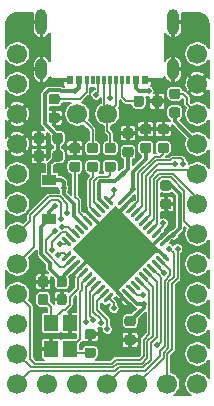
<source format=gtl>
G04 #@! TF.GenerationSoftware,KiCad,Pcbnew,(5.1.6)-1*
G04 #@! TF.CreationDate,2020-09-29T08:49:22+08:00*
G04 #@! TF.ProjectId,Alvaro,416c7661-726f-42e6-9b69-6361645f7063,C*
G04 #@! TF.SameCoordinates,Original*
G04 #@! TF.FileFunction,Copper,L1,Top*
G04 #@! TF.FilePolarity,Positive*
%FSLAX46Y46*%
G04 Gerber Fmt 4.6, Leading zero omitted, Abs format (unit mm)*
G04 Created by KiCad (PCBNEW (5.1.6)-1) date 2020-09-29 08:49:22*
%MOMM*%
%LPD*%
G01*
G04 APERTURE LIST*
G04 #@! TA.AperFunction,SMDPad,CuDef*
%ADD10R,1.200000X0.900000*%
G04 #@! TD*
G04 #@! TA.AperFunction,SMDPad,CuDef*
%ADD11R,0.300000X0.800000*%
G04 #@! TD*
G04 #@! TA.AperFunction,SMDPad,CuDef*
%ADD12R,0.600000X0.800000*%
G04 #@! TD*
G04 #@! TA.AperFunction,ComponentPad*
%ADD13O,1.000000X1.800000*%
G04 #@! TD*
G04 #@! TA.AperFunction,ComponentPad*
%ADD14O,1.000000X2.200000*%
G04 #@! TD*
G04 #@! TA.AperFunction,ComponentPad*
%ADD15C,1.700000*%
G04 #@! TD*
G04 #@! TA.AperFunction,SMDPad,CuDef*
%ADD16C,0.100000*%
G04 #@! TD*
G04 #@! TA.AperFunction,SMDPad,CuDef*
%ADD17R,1.200000X1.400000*%
G04 #@! TD*
G04 #@! TA.AperFunction,ViaPad*
%ADD18C,0.500000*%
G04 #@! TD*
G04 #@! TA.AperFunction,Conductor*
%ADD19C,0.310000*%
G04 #@! TD*
G04 #@! TA.AperFunction,Conductor*
%ADD20C,0.160000*%
G04 #@! TD*
G04 APERTURE END LIST*
D10*
X25100000Y-37950000D03*
X25100000Y-41250000D03*
D11*
X28250000Y-29500000D03*
X28750000Y-29500000D03*
X31750000Y-29500000D03*
X31250000Y-29500000D03*
X30250000Y-29500000D03*
X29750000Y-29500000D03*
X30750000Y-29500000D03*
X29250000Y-29500000D03*
D12*
X27600000Y-29500000D03*
X32400000Y-29500000D03*
X33200000Y-29500000D03*
X26800000Y-29500000D03*
D13*
X24425000Y-28600000D03*
X35575000Y-28600000D03*
D14*
X24425000Y-24600000D03*
X35575000Y-24600000D03*
D15*
X24920000Y-55240000D03*
X27460000Y-55240000D03*
X30000000Y-55240000D03*
X32540000Y-55240000D03*
X35080000Y-55240000D03*
X22380000Y-27300000D03*
X22380000Y-29840000D03*
X22380000Y-32380000D03*
X22380000Y-34920000D03*
X22380000Y-37460000D03*
X22380000Y-40000000D03*
X22380000Y-42540000D03*
X22380000Y-45080000D03*
X22380000Y-47620000D03*
X22380000Y-50160000D03*
X22380000Y-52700000D03*
X22380000Y-55240000D03*
X37620000Y-55240000D03*
X37620000Y-52700000D03*
X37620000Y-50160000D03*
X37620000Y-47620000D03*
X37620000Y-45080000D03*
X37620000Y-42540000D03*
X37620000Y-40000000D03*
X37620000Y-37460000D03*
X37620000Y-34920000D03*
X37620000Y-32380000D03*
X37620000Y-29840000D03*
X37620000Y-27300000D03*
X30000000Y-32380000D03*
X27460000Y-32380000D03*
G04 #@! TA.AperFunction,SMDPad,CuDef*
G36*
G01*
X24650000Y-35668750D02*
X24650000Y-36181250D01*
G75*
G02*
X24431250Y-36400000I-218750J0D01*
G01*
X23993750Y-36400000D01*
G75*
G02*
X23775000Y-36181250I0J218750D01*
G01*
X23775000Y-35668750D01*
G75*
G02*
X23993750Y-35450000I218750J0D01*
G01*
X24431250Y-35450000D01*
G75*
G02*
X24650000Y-35668750I0J-218750D01*
G01*
G37*
G04 #@! TD.AperFunction*
G04 #@! TA.AperFunction,SMDPad,CuDef*
G36*
G01*
X26225000Y-35668750D02*
X26225000Y-36181250D01*
G75*
G02*
X26006250Y-36400000I-218750J0D01*
G01*
X25568750Y-36400000D01*
G75*
G02*
X25350000Y-36181250I0J218750D01*
G01*
X25350000Y-35668750D01*
G75*
G02*
X25568750Y-35450000I218750J0D01*
G01*
X26006250Y-35450000D01*
G75*
G02*
X26225000Y-35668750I0J-218750D01*
G01*
G37*
G04 #@! TD.AperFunction*
G04 #@! TA.AperFunction,SMDPad,CuDef*
D16*
G36*
X27023045Y-43800000D02*
G01*
X30700000Y-40123045D01*
X34376955Y-43800000D01*
X30700000Y-47476955D01*
X27023045Y-43800000D01*
G37*
G04 #@! TD.AperFunction*
G04 #@! TA.AperFunction,SMDPad,CuDef*
G36*
G01*
X30912132Y-40052334D02*
X30912132Y-40052334D01*
G75*
G02*
X30912132Y-39840202I106066J106066D01*
G01*
X31477818Y-39274516D01*
G75*
G02*
X31689950Y-39274516I106066J-106066D01*
G01*
X31689950Y-39274516D01*
G75*
G02*
X31689950Y-39486648I-106066J-106066D01*
G01*
X31124264Y-40052334D01*
G75*
G02*
X30912132Y-40052334I-106066J106066D01*
G01*
G37*
G04 #@! TD.AperFunction*
G04 #@! TA.AperFunction,SMDPad,CuDef*
G36*
G01*
X31265685Y-40405888D02*
X31265685Y-40405888D01*
G75*
G02*
X31265685Y-40193756I106066J106066D01*
G01*
X31831371Y-39628070D01*
G75*
G02*
X32043503Y-39628070I106066J-106066D01*
G01*
X32043503Y-39628070D01*
G75*
G02*
X32043503Y-39840202I-106066J-106066D01*
G01*
X31477817Y-40405888D01*
G75*
G02*
X31265685Y-40405888I-106066J106066D01*
G01*
G37*
G04 #@! TD.AperFunction*
G04 #@! TA.AperFunction,SMDPad,CuDef*
G36*
G01*
X31619239Y-40759441D02*
X31619239Y-40759441D01*
G75*
G02*
X31619239Y-40547309I106066J106066D01*
G01*
X32184925Y-39981623D01*
G75*
G02*
X32397057Y-39981623I106066J-106066D01*
G01*
X32397057Y-39981623D01*
G75*
G02*
X32397057Y-40193755I-106066J-106066D01*
G01*
X31831371Y-40759441D01*
G75*
G02*
X31619239Y-40759441I-106066J106066D01*
G01*
G37*
G04 #@! TD.AperFunction*
G04 #@! TA.AperFunction,SMDPad,CuDef*
G36*
G01*
X31972792Y-41112995D02*
X31972792Y-41112995D01*
G75*
G02*
X31972792Y-40900863I106066J106066D01*
G01*
X32538478Y-40335177D01*
G75*
G02*
X32750610Y-40335177I106066J-106066D01*
G01*
X32750610Y-40335177D01*
G75*
G02*
X32750610Y-40547309I-106066J-106066D01*
G01*
X32184924Y-41112995D01*
G75*
G02*
X31972792Y-41112995I-106066J106066D01*
G01*
G37*
G04 #@! TD.AperFunction*
G04 #@! TA.AperFunction,SMDPad,CuDef*
G36*
G01*
X32326345Y-41466548D02*
X32326345Y-41466548D01*
G75*
G02*
X32326345Y-41254416I106066J106066D01*
G01*
X32892031Y-40688730D01*
G75*
G02*
X33104163Y-40688730I106066J-106066D01*
G01*
X33104163Y-40688730D01*
G75*
G02*
X33104163Y-40900862I-106066J-106066D01*
G01*
X32538477Y-41466548D01*
G75*
G02*
X32326345Y-41466548I-106066J106066D01*
G01*
G37*
G04 #@! TD.AperFunction*
G04 #@! TA.AperFunction,SMDPad,CuDef*
G36*
G01*
X32679899Y-41820101D02*
X32679899Y-41820101D01*
G75*
G02*
X32679899Y-41607969I106066J106066D01*
G01*
X33245585Y-41042283D01*
G75*
G02*
X33457717Y-41042283I106066J-106066D01*
G01*
X33457717Y-41042283D01*
G75*
G02*
X33457717Y-41254415I-106066J-106066D01*
G01*
X32892031Y-41820101D01*
G75*
G02*
X32679899Y-41820101I-106066J106066D01*
G01*
G37*
G04 #@! TD.AperFunction*
G04 #@! TA.AperFunction,SMDPad,CuDef*
G36*
G01*
X33033452Y-42173655D02*
X33033452Y-42173655D01*
G75*
G02*
X33033452Y-41961523I106066J106066D01*
G01*
X33599138Y-41395837D01*
G75*
G02*
X33811270Y-41395837I106066J-106066D01*
G01*
X33811270Y-41395837D01*
G75*
G02*
X33811270Y-41607969I-106066J-106066D01*
G01*
X33245584Y-42173655D01*
G75*
G02*
X33033452Y-42173655I-106066J106066D01*
G01*
G37*
G04 #@! TD.AperFunction*
G04 #@! TA.AperFunction,SMDPad,CuDef*
G36*
G01*
X33387005Y-42527208D02*
X33387005Y-42527208D01*
G75*
G02*
X33387005Y-42315076I106066J106066D01*
G01*
X33952691Y-41749390D01*
G75*
G02*
X34164823Y-41749390I106066J-106066D01*
G01*
X34164823Y-41749390D01*
G75*
G02*
X34164823Y-41961522I-106066J-106066D01*
G01*
X33599137Y-42527208D01*
G75*
G02*
X33387005Y-42527208I-106066J106066D01*
G01*
G37*
G04 #@! TD.AperFunction*
G04 #@! TA.AperFunction,SMDPad,CuDef*
G36*
G01*
X33740559Y-42880761D02*
X33740559Y-42880761D01*
G75*
G02*
X33740559Y-42668629I106066J106066D01*
G01*
X34306245Y-42102943D01*
G75*
G02*
X34518377Y-42102943I106066J-106066D01*
G01*
X34518377Y-42102943D01*
G75*
G02*
X34518377Y-42315075I-106066J-106066D01*
G01*
X33952691Y-42880761D01*
G75*
G02*
X33740559Y-42880761I-106066J106066D01*
G01*
G37*
G04 #@! TD.AperFunction*
G04 #@! TA.AperFunction,SMDPad,CuDef*
G36*
G01*
X34094112Y-43234315D02*
X34094112Y-43234315D01*
G75*
G02*
X34094112Y-43022183I106066J106066D01*
G01*
X34659798Y-42456497D01*
G75*
G02*
X34871930Y-42456497I106066J-106066D01*
G01*
X34871930Y-42456497D01*
G75*
G02*
X34871930Y-42668629I-106066J-106066D01*
G01*
X34306244Y-43234315D01*
G75*
G02*
X34094112Y-43234315I-106066J106066D01*
G01*
G37*
G04 #@! TD.AperFunction*
G04 #@! TA.AperFunction,SMDPad,CuDef*
G36*
G01*
X34447666Y-43587868D02*
X34447666Y-43587868D01*
G75*
G02*
X34447666Y-43375736I106066J106066D01*
G01*
X35013352Y-42810050D01*
G75*
G02*
X35225484Y-42810050I106066J-106066D01*
G01*
X35225484Y-42810050D01*
G75*
G02*
X35225484Y-43022182I-106066J-106066D01*
G01*
X34659798Y-43587868D01*
G75*
G02*
X34447666Y-43587868I-106066J106066D01*
G01*
G37*
G04 #@! TD.AperFunction*
G04 #@! TA.AperFunction,SMDPad,CuDef*
G36*
G01*
X34447666Y-44012132D02*
X34447666Y-44012132D01*
G75*
G02*
X34659798Y-44012132I106066J-106066D01*
G01*
X35225484Y-44577818D01*
G75*
G02*
X35225484Y-44789950I-106066J-106066D01*
G01*
X35225484Y-44789950D01*
G75*
G02*
X35013352Y-44789950I-106066J106066D01*
G01*
X34447666Y-44224264D01*
G75*
G02*
X34447666Y-44012132I106066J106066D01*
G01*
G37*
G04 #@! TD.AperFunction*
G04 #@! TA.AperFunction,SMDPad,CuDef*
G36*
G01*
X34094112Y-44365685D02*
X34094112Y-44365685D01*
G75*
G02*
X34306244Y-44365685I106066J-106066D01*
G01*
X34871930Y-44931371D01*
G75*
G02*
X34871930Y-45143503I-106066J-106066D01*
G01*
X34871930Y-45143503D01*
G75*
G02*
X34659798Y-45143503I-106066J106066D01*
G01*
X34094112Y-44577817D01*
G75*
G02*
X34094112Y-44365685I106066J106066D01*
G01*
G37*
G04 #@! TD.AperFunction*
G04 #@! TA.AperFunction,SMDPad,CuDef*
G36*
G01*
X33740559Y-44719239D02*
X33740559Y-44719239D01*
G75*
G02*
X33952691Y-44719239I106066J-106066D01*
G01*
X34518377Y-45284925D01*
G75*
G02*
X34518377Y-45497057I-106066J-106066D01*
G01*
X34518377Y-45497057D01*
G75*
G02*
X34306245Y-45497057I-106066J106066D01*
G01*
X33740559Y-44931371D01*
G75*
G02*
X33740559Y-44719239I106066J106066D01*
G01*
G37*
G04 #@! TD.AperFunction*
G04 #@! TA.AperFunction,SMDPad,CuDef*
G36*
G01*
X33387005Y-45072792D02*
X33387005Y-45072792D01*
G75*
G02*
X33599137Y-45072792I106066J-106066D01*
G01*
X34164823Y-45638478D01*
G75*
G02*
X34164823Y-45850610I-106066J-106066D01*
G01*
X34164823Y-45850610D01*
G75*
G02*
X33952691Y-45850610I-106066J106066D01*
G01*
X33387005Y-45284924D01*
G75*
G02*
X33387005Y-45072792I106066J106066D01*
G01*
G37*
G04 #@! TD.AperFunction*
G04 #@! TA.AperFunction,SMDPad,CuDef*
G36*
G01*
X33033452Y-45426345D02*
X33033452Y-45426345D01*
G75*
G02*
X33245584Y-45426345I106066J-106066D01*
G01*
X33811270Y-45992031D01*
G75*
G02*
X33811270Y-46204163I-106066J-106066D01*
G01*
X33811270Y-46204163D01*
G75*
G02*
X33599138Y-46204163I-106066J106066D01*
G01*
X33033452Y-45638477D01*
G75*
G02*
X33033452Y-45426345I106066J106066D01*
G01*
G37*
G04 #@! TD.AperFunction*
G04 #@! TA.AperFunction,SMDPad,CuDef*
G36*
G01*
X32679899Y-45779899D02*
X32679899Y-45779899D01*
G75*
G02*
X32892031Y-45779899I106066J-106066D01*
G01*
X33457717Y-46345585D01*
G75*
G02*
X33457717Y-46557717I-106066J-106066D01*
G01*
X33457717Y-46557717D01*
G75*
G02*
X33245585Y-46557717I-106066J106066D01*
G01*
X32679899Y-45992031D01*
G75*
G02*
X32679899Y-45779899I106066J106066D01*
G01*
G37*
G04 #@! TD.AperFunction*
G04 #@! TA.AperFunction,SMDPad,CuDef*
G36*
G01*
X32326345Y-46133452D02*
X32326345Y-46133452D01*
G75*
G02*
X32538477Y-46133452I106066J-106066D01*
G01*
X33104163Y-46699138D01*
G75*
G02*
X33104163Y-46911270I-106066J-106066D01*
G01*
X33104163Y-46911270D01*
G75*
G02*
X32892031Y-46911270I-106066J106066D01*
G01*
X32326345Y-46345584D01*
G75*
G02*
X32326345Y-46133452I106066J106066D01*
G01*
G37*
G04 #@! TD.AperFunction*
G04 #@! TA.AperFunction,SMDPad,CuDef*
G36*
G01*
X31972792Y-46487005D02*
X31972792Y-46487005D01*
G75*
G02*
X32184924Y-46487005I106066J-106066D01*
G01*
X32750610Y-47052691D01*
G75*
G02*
X32750610Y-47264823I-106066J-106066D01*
G01*
X32750610Y-47264823D01*
G75*
G02*
X32538478Y-47264823I-106066J106066D01*
G01*
X31972792Y-46699137D01*
G75*
G02*
X31972792Y-46487005I106066J106066D01*
G01*
G37*
G04 #@! TD.AperFunction*
G04 #@! TA.AperFunction,SMDPad,CuDef*
G36*
G01*
X31619239Y-46840559D02*
X31619239Y-46840559D01*
G75*
G02*
X31831371Y-46840559I106066J-106066D01*
G01*
X32397057Y-47406245D01*
G75*
G02*
X32397057Y-47618377I-106066J-106066D01*
G01*
X32397057Y-47618377D01*
G75*
G02*
X32184925Y-47618377I-106066J106066D01*
G01*
X31619239Y-47052691D01*
G75*
G02*
X31619239Y-46840559I106066J106066D01*
G01*
G37*
G04 #@! TD.AperFunction*
G04 #@! TA.AperFunction,SMDPad,CuDef*
G36*
G01*
X31265685Y-47194112D02*
X31265685Y-47194112D01*
G75*
G02*
X31477817Y-47194112I106066J-106066D01*
G01*
X32043503Y-47759798D01*
G75*
G02*
X32043503Y-47971930I-106066J-106066D01*
G01*
X32043503Y-47971930D01*
G75*
G02*
X31831371Y-47971930I-106066J106066D01*
G01*
X31265685Y-47406244D01*
G75*
G02*
X31265685Y-47194112I106066J106066D01*
G01*
G37*
G04 #@! TD.AperFunction*
G04 #@! TA.AperFunction,SMDPad,CuDef*
G36*
G01*
X30912132Y-47547666D02*
X30912132Y-47547666D01*
G75*
G02*
X31124264Y-47547666I106066J-106066D01*
G01*
X31689950Y-48113352D01*
G75*
G02*
X31689950Y-48325484I-106066J-106066D01*
G01*
X31689950Y-48325484D01*
G75*
G02*
X31477818Y-48325484I-106066J106066D01*
G01*
X30912132Y-47759798D01*
G75*
G02*
X30912132Y-47547666I106066J106066D01*
G01*
G37*
G04 #@! TD.AperFunction*
G04 #@! TA.AperFunction,SMDPad,CuDef*
G36*
G01*
X29710050Y-48325484D02*
X29710050Y-48325484D01*
G75*
G02*
X29710050Y-48113352I106066J106066D01*
G01*
X30275736Y-47547666D01*
G75*
G02*
X30487868Y-47547666I106066J-106066D01*
G01*
X30487868Y-47547666D01*
G75*
G02*
X30487868Y-47759798I-106066J-106066D01*
G01*
X29922182Y-48325484D01*
G75*
G02*
X29710050Y-48325484I-106066J106066D01*
G01*
G37*
G04 #@! TD.AperFunction*
G04 #@! TA.AperFunction,SMDPad,CuDef*
G36*
G01*
X29356497Y-47971930D02*
X29356497Y-47971930D01*
G75*
G02*
X29356497Y-47759798I106066J106066D01*
G01*
X29922183Y-47194112D01*
G75*
G02*
X30134315Y-47194112I106066J-106066D01*
G01*
X30134315Y-47194112D01*
G75*
G02*
X30134315Y-47406244I-106066J-106066D01*
G01*
X29568629Y-47971930D01*
G75*
G02*
X29356497Y-47971930I-106066J106066D01*
G01*
G37*
G04 #@! TD.AperFunction*
G04 #@! TA.AperFunction,SMDPad,CuDef*
G36*
G01*
X29002943Y-47618377D02*
X29002943Y-47618377D01*
G75*
G02*
X29002943Y-47406245I106066J106066D01*
G01*
X29568629Y-46840559D01*
G75*
G02*
X29780761Y-46840559I106066J-106066D01*
G01*
X29780761Y-46840559D01*
G75*
G02*
X29780761Y-47052691I-106066J-106066D01*
G01*
X29215075Y-47618377D01*
G75*
G02*
X29002943Y-47618377I-106066J106066D01*
G01*
G37*
G04 #@! TD.AperFunction*
G04 #@! TA.AperFunction,SMDPad,CuDef*
G36*
G01*
X28649390Y-47264823D02*
X28649390Y-47264823D01*
G75*
G02*
X28649390Y-47052691I106066J106066D01*
G01*
X29215076Y-46487005D01*
G75*
G02*
X29427208Y-46487005I106066J-106066D01*
G01*
X29427208Y-46487005D01*
G75*
G02*
X29427208Y-46699137I-106066J-106066D01*
G01*
X28861522Y-47264823D01*
G75*
G02*
X28649390Y-47264823I-106066J106066D01*
G01*
G37*
G04 #@! TD.AperFunction*
G04 #@! TA.AperFunction,SMDPad,CuDef*
G36*
G01*
X28295837Y-46911270D02*
X28295837Y-46911270D01*
G75*
G02*
X28295837Y-46699138I106066J106066D01*
G01*
X28861523Y-46133452D01*
G75*
G02*
X29073655Y-46133452I106066J-106066D01*
G01*
X29073655Y-46133452D01*
G75*
G02*
X29073655Y-46345584I-106066J-106066D01*
G01*
X28507969Y-46911270D01*
G75*
G02*
X28295837Y-46911270I-106066J106066D01*
G01*
G37*
G04 #@! TD.AperFunction*
G04 #@! TA.AperFunction,SMDPad,CuDef*
G36*
G01*
X27942283Y-46557717D02*
X27942283Y-46557717D01*
G75*
G02*
X27942283Y-46345585I106066J106066D01*
G01*
X28507969Y-45779899D01*
G75*
G02*
X28720101Y-45779899I106066J-106066D01*
G01*
X28720101Y-45779899D01*
G75*
G02*
X28720101Y-45992031I-106066J-106066D01*
G01*
X28154415Y-46557717D01*
G75*
G02*
X27942283Y-46557717I-106066J106066D01*
G01*
G37*
G04 #@! TD.AperFunction*
G04 #@! TA.AperFunction,SMDPad,CuDef*
G36*
G01*
X27588730Y-46204163D02*
X27588730Y-46204163D01*
G75*
G02*
X27588730Y-45992031I106066J106066D01*
G01*
X28154416Y-45426345D01*
G75*
G02*
X28366548Y-45426345I106066J-106066D01*
G01*
X28366548Y-45426345D01*
G75*
G02*
X28366548Y-45638477I-106066J-106066D01*
G01*
X27800862Y-46204163D01*
G75*
G02*
X27588730Y-46204163I-106066J106066D01*
G01*
G37*
G04 #@! TD.AperFunction*
G04 #@! TA.AperFunction,SMDPad,CuDef*
G36*
G01*
X27235177Y-45850610D02*
X27235177Y-45850610D01*
G75*
G02*
X27235177Y-45638478I106066J106066D01*
G01*
X27800863Y-45072792D01*
G75*
G02*
X28012995Y-45072792I106066J-106066D01*
G01*
X28012995Y-45072792D01*
G75*
G02*
X28012995Y-45284924I-106066J-106066D01*
G01*
X27447309Y-45850610D01*
G75*
G02*
X27235177Y-45850610I-106066J106066D01*
G01*
G37*
G04 #@! TD.AperFunction*
G04 #@! TA.AperFunction,SMDPad,CuDef*
G36*
G01*
X26881623Y-45497057D02*
X26881623Y-45497057D01*
G75*
G02*
X26881623Y-45284925I106066J106066D01*
G01*
X27447309Y-44719239D01*
G75*
G02*
X27659441Y-44719239I106066J-106066D01*
G01*
X27659441Y-44719239D01*
G75*
G02*
X27659441Y-44931371I-106066J-106066D01*
G01*
X27093755Y-45497057D01*
G75*
G02*
X26881623Y-45497057I-106066J106066D01*
G01*
G37*
G04 #@! TD.AperFunction*
G04 #@! TA.AperFunction,SMDPad,CuDef*
G36*
G01*
X26528070Y-45143503D02*
X26528070Y-45143503D01*
G75*
G02*
X26528070Y-44931371I106066J106066D01*
G01*
X27093756Y-44365685D01*
G75*
G02*
X27305888Y-44365685I106066J-106066D01*
G01*
X27305888Y-44365685D01*
G75*
G02*
X27305888Y-44577817I-106066J-106066D01*
G01*
X26740202Y-45143503D01*
G75*
G02*
X26528070Y-45143503I-106066J106066D01*
G01*
G37*
G04 #@! TD.AperFunction*
G04 #@! TA.AperFunction,SMDPad,CuDef*
G36*
G01*
X26174516Y-44789950D02*
X26174516Y-44789950D01*
G75*
G02*
X26174516Y-44577818I106066J106066D01*
G01*
X26740202Y-44012132D01*
G75*
G02*
X26952334Y-44012132I106066J-106066D01*
G01*
X26952334Y-44012132D01*
G75*
G02*
X26952334Y-44224264I-106066J-106066D01*
G01*
X26386648Y-44789950D01*
G75*
G02*
X26174516Y-44789950I-106066J106066D01*
G01*
G37*
G04 #@! TD.AperFunction*
G04 #@! TA.AperFunction,SMDPad,CuDef*
G36*
G01*
X26174516Y-42810050D02*
X26174516Y-42810050D01*
G75*
G02*
X26386648Y-42810050I106066J-106066D01*
G01*
X26952334Y-43375736D01*
G75*
G02*
X26952334Y-43587868I-106066J-106066D01*
G01*
X26952334Y-43587868D01*
G75*
G02*
X26740202Y-43587868I-106066J106066D01*
G01*
X26174516Y-43022182D01*
G75*
G02*
X26174516Y-42810050I106066J106066D01*
G01*
G37*
G04 #@! TD.AperFunction*
G04 #@! TA.AperFunction,SMDPad,CuDef*
G36*
G01*
X26528070Y-42456497D02*
X26528070Y-42456497D01*
G75*
G02*
X26740202Y-42456497I106066J-106066D01*
G01*
X27305888Y-43022183D01*
G75*
G02*
X27305888Y-43234315I-106066J-106066D01*
G01*
X27305888Y-43234315D01*
G75*
G02*
X27093756Y-43234315I-106066J106066D01*
G01*
X26528070Y-42668629D01*
G75*
G02*
X26528070Y-42456497I106066J106066D01*
G01*
G37*
G04 #@! TD.AperFunction*
G04 #@! TA.AperFunction,SMDPad,CuDef*
G36*
G01*
X26881623Y-42102943D02*
X26881623Y-42102943D01*
G75*
G02*
X27093755Y-42102943I106066J-106066D01*
G01*
X27659441Y-42668629D01*
G75*
G02*
X27659441Y-42880761I-106066J-106066D01*
G01*
X27659441Y-42880761D01*
G75*
G02*
X27447309Y-42880761I-106066J106066D01*
G01*
X26881623Y-42315075D01*
G75*
G02*
X26881623Y-42102943I106066J106066D01*
G01*
G37*
G04 #@! TD.AperFunction*
G04 #@! TA.AperFunction,SMDPad,CuDef*
G36*
G01*
X27235177Y-41749390D02*
X27235177Y-41749390D01*
G75*
G02*
X27447309Y-41749390I106066J-106066D01*
G01*
X28012995Y-42315076D01*
G75*
G02*
X28012995Y-42527208I-106066J-106066D01*
G01*
X28012995Y-42527208D01*
G75*
G02*
X27800863Y-42527208I-106066J106066D01*
G01*
X27235177Y-41961522D01*
G75*
G02*
X27235177Y-41749390I106066J106066D01*
G01*
G37*
G04 #@! TD.AperFunction*
G04 #@! TA.AperFunction,SMDPad,CuDef*
G36*
G01*
X27588730Y-41395837D02*
X27588730Y-41395837D01*
G75*
G02*
X27800862Y-41395837I106066J-106066D01*
G01*
X28366548Y-41961523D01*
G75*
G02*
X28366548Y-42173655I-106066J-106066D01*
G01*
X28366548Y-42173655D01*
G75*
G02*
X28154416Y-42173655I-106066J106066D01*
G01*
X27588730Y-41607969D01*
G75*
G02*
X27588730Y-41395837I106066J106066D01*
G01*
G37*
G04 #@! TD.AperFunction*
G04 #@! TA.AperFunction,SMDPad,CuDef*
G36*
G01*
X27942283Y-41042283D02*
X27942283Y-41042283D01*
G75*
G02*
X28154415Y-41042283I106066J-106066D01*
G01*
X28720101Y-41607969D01*
G75*
G02*
X28720101Y-41820101I-106066J-106066D01*
G01*
X28720101Y-41820101D01*
G75*
G02*
X28507969Y-41820101I-106066J106066D01*
G01*
X27942283Y-41254415D01*
G75*
G02*
X27942283Y-41042283I106066J106066D01*
G01*
G37*
G04 #@! TD.AperFunction*
G04 #@! TA.AperFunction,SMDPad,CuDef*
G36*
G01*
X28295837Y-40688730D02*
X28295837Y-40688730D01*
G75*
G02*
X28507969Y-40688730I106066J-106066D01*
G01*
X29073655Y-41254416D01*
G75*
G02*
X29073655Y-41466548I-106066J-106066D01*
G01*
X29073655Y-41466548D01*
G75*
G02*
X28861523Y-41466548I-106066J106066D01*
G01*
X28295837Y-40900862D01*
G75*
G02*
X28295837Y-40688730I106066J106066D01*
G01*
G37*
G04 #@! TD.AperFunction*
G04 #@! TA.AperFunction,SMDPad,CuDef*
G36*
G01*
X28649390Y-40335177D02*
X28649390Y-40335177D01*
G75*
G02*
X28861522Y-40335177I106066J-106066D01*
G01*
X29427208Y-40900863D01*
G75*
G02*
X29427208Y-41112995I-106066J-106066D01*
G01*
X29427208Y-41112995D01*
G75*
G02*
X29215076Y-41112995I-106066J106066D01*
G01*
X28649390Y-40547309D01*
G75*
G02*
X28649390Y-40335177I106066J106066D01*
G01*
G37*
G04 #@! TD.AperFunction*
G04 #@! TA.AperFunction,SMDPad,CuDef*
G36*
G01*
X29002943Y-39981623D02*
X29002943Y-39981623D01*
G75*
G02*
X29215075Y-39981623I106066J-106066D01*
G01*
X29780761Y-40547309D01*
G75*
G02*
X29780761Y-40759441I-106066J-106066D01*
G01*
X29780761Y-40759441D01*
G75*
G02*
X29568629Y-40759441I-106066J106066D01*
G01*
X29002943Y-40193755D01*
G75*
G02*
X29002943Y-39981623I106066J106066D01*
G01*
G37*
G04 #@! TD.AperFunction*
G04 #@! TA.AperFunction,SMDPad,CuDef*
G36*
G01*
X29356497Y-39628070D02*
X29356497Y-39628070D01*
G75*
G02*
X29568629Y-39628070I106066J-106066D01*
G01*
X30134315Y-40193756D01*
G75*
G02*
X30134315Y-40405888I-106066J-106066D01*
G01*
X30134315Y-40405888D01*
G75*
G02*
X29922183Y-40405888I-106066J106066D01*
G01*
X29356497Y-39840202D01*
G75*
G02*
X29356497Y-39628070I106066J106066D01*
G01*
G37*
G04 #@! TD.AperFunction*
G04 #@! TA.AperFunction,SMDPad,CuDef*
G36*
G01*
X29710050Y-39274516D02*
X29710050Y-39274516D01*
G75*
G02*
X29922182Y-39274516I106066J-106066D01*
G01*
X30487868Y-39840202D01*
G75*
G02*
X30487868Y-40052334I-106066J-106066D01*
G01*
X30487868Y-40052334D01*
G75*
G02*
X30275736Y-40052334I-106066J106066D01*
G01*
X29710050Y-39486648D01*
G75*
G02*
X29710050Y-39274516I106066J106066D01*
G01*
G37*
G04 #@! TD.AperFunction*
G04 #@! TA.AperFunction,SMDPad,CuDef*
G36*
G01*
X25350000Y-34681250D02*
X25350000Y-34168750D01*
G75*
G02*
X25568750Y-33950000I218750J0D01*
G01*
X26006250Y-33950000D01*
G75*
G02*
X26225000Y-34168750I0J-218750D01*
G01*
X26225000Y-34681250D01*
G75*
G02*
X26006250Y-34900000I-218750J0D01*
G01*
X25568750Y-34900000D01*
G75*
G02*
X25350000Y-34681250I0J218750D01*
G01*
G37*
G04 #@! TD.AperFunction*
G04 #@! TA.AperFunction,SMDPad,CuDef*
G36*
G01*
X23775000Y-34681250D02*
X23775000Y-34168750D01*
G75*
G02*
X23993750Y-33950000I218750J0D01*
G01*
X24431250Y-33950000D01*
G75*
G02*
X24650000Y-34168750I0J-218750D01*
G01*
X24650000Y-34681250D01*
G75*
G02*
X24431250Y-34900000I-218750J0D01*
G01*
X23993750Y-34900000D01*
G75*
G02*
X23775000Y-34681250I0J218750D01*
G01*
G37*
G04 #@! TD.AperFunction*
G04 #@! TA.AperFunction,SMDPad,CuDef*
G36*
G01*
X30506250Y-35700000D02*
X29993750Y-35700000D01*
G75*
G02*
X29775000Y-35481250I0J218750D01*
G01*
X29775000Y-35043750D01*
G75*
G02*
X29993750Y-34825000I218750J0D01*
G01*
X30506250Y-34825000D01*
G75*
G02*
X30725000Y-35043750I0J-218750D01*
G01*
X30725000Y-35481250D01*
G75*
G02*
X30506250Y-35700000I-218750J0D01*
G01*
G37*
G04 #@! TD.AperFunction*
G04 #@! TA.AperFunction,SMDPad,CuDef*
G36*
G01*
X30506250Y-37275000D02*
X29993750Y-37275000D01*
G75*
G02*
X29775000Y-37056250I0J218750D01*
G01*
X29775000Y-36618750D01*
G75*
G02*
X29993750Y-36400000I218750J0D01*
G01*
X30506250Y-36400000D01*
G75*
G02*
X30725000Y-36618750I0J-218750D01*
G01*
X30725000Y-37056250D01*
G75*
G02*
X30506250Y-37275000I-218750J0D01*
G01*
G37*
G04 #@! TD.AperFunction*
G04 #@! TA.AperFunction,SMDPad,CuDef*
G36*
G01*
X29006250Y-35700000D02*
X28493750Y-35700000D01*
G75*
G02*
X28275000Y-35481250I0J218750D01*
G01*
X28275000Y-35043750D01*
G75*
G02*
X28493750Y-34825000I218750J0D01*
G01*
X29006250Y-34825000D01*
G75*
G02*
X29225000Y-35043750I0J-218750D01*
G01*
X29225000Y-35481250D01*
G75*
G02*
X29006250Y-35700000I-218750J0D01*
G01*
G37*
G04 #@! TD.AperFunction*
G04 #@! TA.AperFunction,SMDPad,CuDef*
G36*
G01*
X29006250Y-37275000D02*
X28493750Y-37275000D01*
G75*
G02*
X28275000Y-37056250I0J218750D01*
G01*
X28275000Y-36618750D01*
G75*
G02*
X28493750Y-36400000I218750J0D01*
G01*
X29006250Y-36400000D01*
G75*
G02*
X29225000Y-36618750I0J-218750D01*
G01*
X29225000Y-37056250D01*
G75*
G02*
X29006250Y-37275000I-218750J0D01*
G01*
G37*
G04 #@! TD.AperFunction*
G04 #@! TA.AperFunction,SMDPad,CuDef*
G36*
G01*
X35443750Y-31800000D02*
X35956250Y-31800000D01*
G75*
G02*
X36175000Y-32018750I0J-218750D01*
G01*
X36175000Y-32456250D01*
G75*
G02*
X35956250Y-32675000I-218750J0D01*
G01*
X35443750Y-32675000D01*
G75*
G02*
X35225000Y-32456250I0J218750D01*
G01*
X35225000Y-32018750D01*
G75*
G02*
X35443750Y-31800000I218750J0D01*
G01*
G37*
G04 #@! TD.AperFunction*
G04 #@! TA.AperFunction,SMDPad,CuDef*
G36*
G01*
X35443750Y-30225000D02*
X35956250Y-30225000D01*
G75*
G02*
X36175000Y-30443750I0J-218750D01*
G01*
X36175000Y-30881250D01*
G75*
G02*
X35956250Y-31100000I-218750J0D01*
G01*
X35443750Y-31100000D01*
G75*
G02*
X35225000Y-30881250I0J218750D01*
G01*
X35225000Y-30443750D01*
G75*
G02*
X35443750Y-30225000I218750J0D01*
G01*
G37*
G04 #@! TD.AperFunction*
G04 #@! TA.AperFunction,SMDPad,CuDef*
G36*
G01*
X25756250Y-31550000D02*
X25243750Y-31550000D01*
G75*
G02*
X25025000Y-31331250I0J218750D01*
G01*
X25025000Y-30893750D01*
G75*
G02*
X25243750Y-30675000I218750J0D01*
G01*
X25756250Y-30675000D01*
G75*
G02*
X25975000Y-30893750I0J-218750D01*
G01*
X25975000Y-31331250D01*
G75*
G02*
X25756250Y-31550000I-218750J0D01*
G01*
G37*
G04 #@! TD.AperFunction*
G04 #@! TA.AperFunction,SMDPad,CuDef*
G36*
G01*
X25756250Y-33125000D02*
X25243750Y-33125000D01*
G75*
G02*
X25025000Y-32906250I0J218750D01*
G01*
X25025000Y-32468750D01*
G75*
G02*
X25243750Y-32250000I218750J0D01*
G01*
X25756250Y-32250000D01*
G75*
G02*
X25975000Y-32468750I0J-218750D01*
G01*
X25975000Y-32906250D01*
G75*
G02*
X25756250Y-33125000I-218750J0D01*
G01*
G37*
G04 #@! TD.AperFunction*
G04 #@! TA.AperFunction,SMDPad,CuDef*
G36*
G01*
X33100000Y-31043750D02*
X33100000Y-31556250D01*
G75*
G02*
X32881250Y-31775000I-218750J0D01*
G01*
X32443750Y-31775000D01*
G75*
G02*
X32225000Y-31556250I0J218750D01*
G01*
X32225000Y-31043750D01*
G75*
G02*
X32443750Y-30825000I218750J0D01*
G01*
X32881250Y-30825000D01*
G75*
G02*
X33100000Y-31043750I0J-218750D01*
G01*
G37*
G04 #@! TD.AperFunction*
G04 #@! TA.AperFunction,SMDPad,CuDef*
G36*
G01*
X34675000Y-31043750D02*
X34675000Y-31556250D01*
G75*
G02*
X34456250Y-31775000I-218750J0D01*
G01*
X34018750Y-31775000D01*
G75*
G02*
X33800000Y-31556250I0J218750D01*
G01*
X33800000Y-31043750D01*
G75*
G02*
X34018750Y-30825000I218750J0D01*
G01*
X34456250Y-30825000D01*
G75*
G02*
X34675000Y-31043750I0J-218750D01*
G01*
G37*
G04 #@! TD.AperFunction*
G04 #@! TA.AperFunction,SMDPad,CuDef*
G36*
G01*
X35006250Y-34100000D02*
X34493750Y-34100000D01*
G75*
G02*
X34275000Y-33881250I0J218750D01*
G01*
X34275000Y-33443750D01*
G75*
G02*
X34493750Y-33225000I218750J0D01*
G01*
X35006250Y-33225000D01*
G75*
G02*
X35225000Y-33443750I0J-218750D01*
G01*
X35225000Y-33881250D01*
G75*
G02*
X35006250Y-34100000I-218750J0D01*
G01*
G37*
G04 #@! TD.AperFunction*
G04 #@! TA.AperFunction,SMDPad,CuDef*
G36*
G01*
X35006250Y-35675000D02*
X34493750Y-35675000D01*
G75*
G02*
X34275000Y-35456250I0J218750D01*
G01*
X34275000Y-35018750D01*
G75*
G02*
X34493750Y-34800000I218750J0D01*
G01*
X35006250Y-34800000D01*
G75*
G02*
X35225000Y-35018750I0J-218750D01*
G01*
X35225000Y-35456250D01*
G75*
G02*
X35006250Y-35675000I-218750J0D01*
G01*
G37*
G04 #@! TD.AperFunction*
G04 #@! TA.AperFunction,SMDPad,CuDef*
G36*
G01*
X27506250Y-35700000D02*
X26993750Y-35700000D01*
G75*
G02*
X26775000Y-35481250I0J218750D01*
G01*
X26775000Y-35043750D01*
G75*
G02*
X26993750Y-34825000I218750J0D01*
G01*
X27506250Y-34825000D01*
G75*
G02*
X27725000Y-35043750I0J-218750D01*
G01*
X27725000Y-35481250D01*
G75*
G02*
X27506250Y-35700000I-218750J0D01*
G01*
G37*
G04 #@! TD.AperFunction*
G04 #@! TA.AperFunction,SMDPad,CuDef*
G36*
G01*
X27506250Y-37275000D02*
X26993750Y-37275000D01*
G75*
G02*
X26775000Y-37056250I0J218750D01*
G01*
X26775000Y-36618750D01*
G75*
G02*
X26993750Y-36400000I218750J0D01*
G01*
X27506250Y-36400000D01*
G75*
G02*
X27725000Y-36618750I0J-218750D01*
G01*
X27725000Y-37056250D01*
G75*
G02*
X27506250Y-37275000I-218750J0D01*
G01*
G37*
G04 #@! TD.AperFunction*
G04 #@! TA.AperFunction,SMDPad,CuDef*
G36*
G01*
X25700000Y-48331250D02*
X25700000Y-47818750D01*
G75*
G02*
X25918750Y-47600000I218750J0D01*
G01*
X26356250Y-47600000D01*
G75*
G02*
X26575000Y-47818750I0J-218750D01*
G01*
X26575000Y-48331250D01*
G75*
G02*
X26356250Y-48550000I-218750J0D01*
G01*
X25918750Y-48550000D01*
G75*
G02*
X25700000Y-48331250I0J218750D01*
G01*
G37*
G04 #@! TD.AperFunction*
G04 #@! TA.AperFunction,SMDPad,CuDef*
G36*
G01*
X24125000Y-48331250D02*
X24125000Y-47818750D01*
G75*
G02*
X24343750Y-47600000I218750J0D01*
G01*
X24781250Y-47600000D01*
G75*
G02*
X25000000Y-47818750I0J-218750D01*
G01*
X25000000Y-48331250D01*
G75*
G02*
X24781250Y-48550000I-218750J0D01*
G01*
X24343750Y-48550000D01*
G75*
G02*
X24125000Y-48331250I0J218750D01*
G01*
G37*
G04 #@! TD.AperFunction*
G04 #@! TA.AperFunction,SMDPad,CuDef*
G36*
G01*
X28806250Y-53025000D02*
X28293750Y-53025000D01*
G75*
G02*
X28075000Y-52806250I0J218750D01*
G01*
X28075000Y-52368750D01*
G75*
G02*
X28293750Y-52150000I218750J0D01*
G01*
X28806250Y-52150000D01*
G75*
G02*
X29025000Y-52368750I0J-218750D01*
G01*
X29025000Y-52806250D01*
G75*
G02*
X28806250Y-53025000I-218750J0D01*
G01*
G37*
G04 #@! TD.AperFunction*
G04 #@! TA.AperFunction,SMDPad,CuDef*
G36*
G01*
X28806250Y-51450000D02*
X28293750Y-51450000D01*
G75*
G02*
X28075000Y-51231250I0J218750D01*
G01*
X28075000Y-50793750D01*
G75*
G02*
X28293750Y-50575000I218750J0D01*
G01*
X28806250Y-50575000D01*
G75*
G02*
X29025000Y-50793750I0J-218750D01*
G01*
X29025000Y-51231250D01*
G75*
G02*
X28806250Y-51450000I-218750J0D01*
G01*
G37*
G04 #@! TD.AperFunction*
G04 #@! TA.AperFunction,SMDPad,CuDef*
G36*
G01*
X32006250Y-34450000D02*
X31493750Y-34450000D01*
G75*
G02*
X31275000Y-34231250I0J218750D01*
G01*
X31275000Y-33793750D01*
G75*
G02*
X31493750Y-33575000I218750J0D01*
G01*
X32006250Y-33575000D01*
G75*
G02*
X32225000Y-33793750I0J-218750D01*
G01*
X32225000Y-34231250D01*
G75*
G02*
X32006250Y-34450000I-218750J0D01*
G01*
G37*
G04 #@! TD.AperFunction*
G04 #@! TA.AperFunction,SMDPad,CuDef*
G36*
G01*
X32006250Y-36025000D02*
X31493750Y-36025000D01*
G75*
G02*
X31275000Y-35806250I0J218750D01*
G01*
X31275000Y-35368750D01*
G75*
G02*
X31493750Y-35150000I218750J0D01*
G01*
X32006250Y-35150000D01*
G75*
G02*
X32225000Y-35368750I0J-218750D01*
G01*
X32225000Y-35806250D01*
G75*
G02*
X32006250Y-36025000I-218750J0D01*
G01*
G37*
G04 #@! TD.AperFunction*
G04 #@! TA.AperFunction,SMDPad,CuDef*
G36*
G01*
X33506250Y-34100000D02*
X32993750Y-34100000D01*
G75*
G02*
X32775000Y-33881250I0J218750D01*
G01*
X32775000Y-33443750D01*
G75*
G02*
X32993750Y-33225000I218750J0D01*
G01*
X33506250Y-33225000D01*
G75*
G02*
X33725000Y-33443750I0J-218750D01*
G01*
X33725000Y-33881250D01*
G75*
G02*
X33506250Y-34100000I-218750J0D01*
G01*
G37*
G04 #@! TD.AperFunction*
G04 #@! TA.AperFunction,SMDPad,CuDef*
G36*
G01*
X33506250Y-35675000D02*
X32993750Y-35675000D01*
G75*
G02*
X32775000Y-35456250I0J218750D01*
G01*
X32775000Y-35018750D01*
G75*
G02*
X32993750Y-34800000I218750J0D01*
G01*
X33506250Y-34800000D01*
G75*
G02*
X33725000Y-35018750I0J-218750D01*
G01*
X33725000Y-35456250D01*
G75*
G02*
X33506250Y-35675000I-218750J0D01*
G01*
G37*
G04 #@! TD.AperFunction*
G04 #@! TA.AperFunction,SMDPad,CuDef*
G36*
G01*
X34693750Y-39562500D02*
X35206250Y-39562500D01*
G75*
G02*
X35425000Y-39781250I0J-218750D01*
G01*
X35425000Y-40218750D01*
G75*
G02*
X35206250Y-40437500I-218750J0D01*
G01*
X34693750Y-40437500D01*
G75*
G02*
X34475000Y-40218750I0J218750D01*
G01*
X34475000Y-39781250D01*
G75*
G02*
X34693750Y-39562500I218750J0D01*
G01*
G37*
G04 #@! TD.AperFunction*
G04 #@! TA.AperFunction,SMDPad,CuDef*
G36*
G01*
X34693750Y-37987500D02*
X35206250Y-37987500D01*
G75*
G02*
X35425000Y-38206250I0J-218750D01*
G01*
X35425000Y-38643750D01*
G75*
G02*
X35206250Y-38862500I-218750J0D01*
G01*
X34693750Y-38862500D01*
G75*
G02*
X34475000Y-38643750I0J218750D01*
G01*
X34475000Y-38206250D01*
G75*
G02*
X34693750Y-37987500I218750J0D01*
G01*
G37*
G04 #@! TD.AperFunction*
G04 #@! TA.AperFunction,SMDPad,CuDef*
G36*
G01*
X31668750Y-49475000D02*
X32181250Y-49475000D01*
G75*
G02*
X32400000Y-49693750I0J-218750D01*
G01*
X32400000Y-50131250D01*
G75*
G02*
X32181250Y-50350000I-218750J0D01*
G01*
X31668750Y-50350000D01*
G75*
G02*
X31450000Y-50131250I0J218750D01*
G01*
X31450000Y-49693750D01*
G75*
G02*
X31668750Y-49475000I218750J0D01*
G01*
G37*
G04 #@! TD.AperFunction*
G04 #@! TA.AperFunction,SMDPad,CuDef*
G36*
G01*
X31668750Y-51050000D02*
X32181250Y-51050000D01*
G75*
G02*
X32400000Y-51268750I0J-218750D01*
G01*
X32400000Y-51706250D01*
G75*
G02*
X32181250Y-51925000I-218750J0D01*
G01*
X31668750Y-51925000D01*
G75*
G02*
X31450000Y-51706250I0J218750D01*
G01*
X31450000Y-51268750D01*
G75*
G02*
X31668750Y-51050000I218750J0D01*
G01*
G37*
G04 #@! TD.AperFunction*
G04 #@! TA.AperFunction,SMDPad,CuDef*
G36*
G01*
X25000000Y-46318750D02*
X25000000Y-46831250D01*
G75*
G02*
X24781250Y-47050000I-218750J0D01*
G01*
X24343750Y-47050000D01*
G75*
G02*
X24125000Y-46831250I0J218750D01*
G01*
X24125000Y-46318750D01*
G75*
G02*
X24343750Y-46100000I218750J0D01*
G01*
X24781250Y-46100000D01*
G75*
G02*
X25000000Y-46318750I0J-218750D01*
G01*
G37*
G04 #@! TD.AperFunction*
G04 #@! TA.AperFunction,SMDPad,CuDef*
G36*
G01*
X26575000Y-46318750D02*
X26575000Y-46831250D01*
G75*
G02*
X26356250Y-47050000I-218750J0D01*
G01*
X25918750Y-47050000D01*
G75*
G02*
X25700000Y-46831250I0J218750D01*
G01*
X25700000Y-46318750D01*
G75*
G02*
X25918750Y-46100000I218750J0D01*
G01*
X26356250Y-46100000D01*
G75*
G02*
X26575000Y-46318750I0J-218750D01*
G01*
G37*
G04 #@! TD.AperFunction*
D17*
X25250000Y-52250000D03*
X25250000Y-50050000D03*
X26850000Y-50050000D03*
X26850000Y-52250000D03*
D18*
X33075010Y-48460000D03*
X35599993Y-42600000D03*
X32144943Y-38744456D03*
X25584999Y-40150000D03*
X36800000Y-43850000D03*
X24100000Y-51150000D03*
X24100000Y-50050000D03*
X24100000Y-52250000D03*
X27600000Y-34000000D03*
X36000000Y-49150000D03*
X36200000Y-47500000D03*
X23450000Y-46500000D03*
X35900000Y-53300000D03*
X35575000Y-27225000D03*
X35575000Y-26175000D03*
X24425000Y-27225000D03*
X24425000Y-26200000D03*
X32125000Y-52450000D03*
X32900000Y-49925000D03*
X29775000Y-52900000D03*
X29800000Y-51400000D03*
X24125000Y-49100000D03*
X24900000Y-35925000D03*
X29450000Y-34100000D03*
X33350000Y-32400000D03*
X31600000Y-32400000D03*
X26350000Y-37400000D03*
X30850000Y-33900000D03*
X25550555Y-42300555D03*
X34735854Y-41614146D03*
X26150526Y-41910000D03*
X25968156Y-43369947D03*
X25309999Y-43859999D03*
X34229687Y-51929687D03*
X30541118Y-38841118D03*
X34803589Y-45796411D03*
X26110002Y-41251244D03*
X33050000Y-47710000D03*
X26600002Y-40778701D03*
X28182768Y-50012814D03*
X28814335Y-49821175D03*
X29488133Y-50042411D03*
X29999970Y-50600000D03*
X35750000Y-36617471D03*
X35250000Y-43800000D03*
X36410003Y-36617471D03*
X35942965Y-43800000D03*
X25800000Y-44350000D03*
X29039997Y-30739999D03*
X30250000Y-31050000D03*
X27300000Y-30450000D03*
X33517002Y-30450000D03*
X26300000Y-38678306D03*
X31350000Y-37414178D03*
X30555889Y-48819111D03*
D19*
X35425000Y-38425000D02*
X36134989Y-39134989D01*
X34950000Y-38425000D02*
X35425000Y-38425000D01*
X31700000Y-49712500D02*
X31822510Y-49712500D01*
X36134989Y-42065004D02*
X35599993Y-42600000D01*
X36134989Y-41684989D02*
X36134989Y-42065004D01*
X36134989Y-41684989D02*
X36134989Y-39134989D01*
X35435534Y-42600000D02*
X34836575Y-43198959D01*
X35599993Y-42600000D02*
X35435534Y-42600000D01*
X32144943Y-38819523D02*
X31301041Y-39663425D01*
X32144943Y-38744456D02*
X32144943Y-38819523D01*
X32123287Y-48051713D02*
X32531573Y-48460000D01*
X32531573Y-48460000D02*
X33075010Y-48460000D01*
X31654594Y-47583021D02*
X32123287Y-48051713D01*
X32123287Y-48051713D02*
X32269675Y-48198101D01*
X33075010Y-48762490D02*
X31925000Y-49912500D01*
X33075010Y-48460000D02*
X33075010Y-48762490D01*
X35700000Y-33000000D02*
X35700000Y-32237500D01*
X37620000Y-34920000D02*
X35700000Y-33000000D01*
X33250000Y-36178872D02*
X33250000Y-35237500D01*
X32144943Y-38744456D02*
X32144943Y-37283929D01*
X32144943Y-37283929D02*
X33250000Y-36178872D01*
X25100000Y-40634999D02*
X25584999Y-40150000D01*
X25100000Y-41250000D02*
X25100000Y-40634999D01*
X24424988Y-41925012D02*
X25100000Y-41250000D01*
X24424989Y-44258819D02*
X24424988Y-41925012D01*
X26137500Y-46241180D02*
X26137500Y-46500000D01*
X27270532Y-45108148D02*
X26137500Y-46241180D01*
X26137500Y-46500000D02*
X25133085Y-45495585D01*
X25133085Y-45495585D02*
X25133085Y-44966915D01*
X25133085Y-44966915D02*
X24424989Y-44258819D01*
X30700000Y-43800000D02*
X30700000Y-43092893D01*
X30700000Y-40971573D02*
X31654594Y-40016979D01*
X30700000Y-43800000D02*
X30700000Y-40971573D01*
X33528427Y-43800000D02*
X34483021Y-42845406D01*
X30700000Y-43800000D02*
X33528427Y-43800000D01*
X34381775Y-43946241D02*
X34836575Y-44401041D01*
X30846241Y-43946241D02*
X34381775Y-43946241D01*
X30700000Y-43800000D02*
X30846241Y-43946241D01*
X31301041Y-47915345D02*
X31301041Y-47936575D01*
X30700000Y-47314304D02*
X31301041Y-47915345D01*
X30700000Y-43800000D02*
X30700000Y-47314304D01*
X29285787Y-43800000D02*
X27624086Y-45461701D01*
X30700000Y-43800000D02*
X29285787Y-43800000D01*
X24512500Y-46700000D02*
X24587500Y-46700000D01*
X25100000Y-51832998D02*
X25100000Y-52100000D01*
X26137500Y-48000000D02*
X26062500Y-48000000D01*
X33250000Y-33662500D02*
X34750000Y-33662500D01*
X34525434Y-42845406D02*
X35664979Y-41705861D01*
X34483021Y-42845406D02*
X34525434Y-42845406D01*
X34950000Y-40520042D02*
X35664979Y-41235021D01*
X34950000Y-40000000D02*
X34950000Y-40520042D01*
X30700000Y-43092893D02*
X28684746Y-41077639D01*
D20*
X25250000Y-48687500D02*
X24562500Y-48000000D01*
X25250000Y-50050000D02*
X25250000Y-48687500D01*
X25250000Y-49917998D02*
X25250000Y-50050000D01*
X27538533Y-46254360D02*
X27538533Y-47157595D01*
X27977639Y-45815254D02*
X27538533Y-46254360D01*
X26815010Y-48521276D02*
X26377287Y-48958999D01*
X26815010Y-47881118D02*
X26815010Y-48521276D01*
X26377287Y-48958999D02*
X26208999Y-48958999D01*
X27538533Y-47157595D02*
X26815010Y-47881118D01*
X26208999Y-48958999D02*
X25250000Y-49917998D01*
X27250000Y-36837500D02*
X27250000Y-38939232D01*
X27250000Y-39374685D02*
X27250000Y-38939232D01*
X28281192Y-41431192D02*
X27560013Y-40710013D01*
X28331192Y-41431192D02*
X28281192Y-41431192D01*
X27560013Y-39684698D02*
X27250000Y-39374685D01*
X27560013Y-40710013D02*
X27560013Y-39684698D01*
X26598250Y-45073323D02*
X26916979Y-44754594D01*
X26916979Y-44754594D02*
X26371573Y-45300000D01*
X26371573Y-45300000D02*
X26024798Y-45300000D01*
X37620000Y-32380000D02*
X36750000Y-31510000D01*
X36750000Y-31000000D02*
X36412500Y-30662500D01*
X36750000Y-31510000D02*
X36750000Y-31000000D01*
X35700000Y-30662500D02*
X36412500Y-30662500D01*
X24819998Y-43031112D02*
X25550555Y-42300555D01*
X24819998Y-44095200D02*
X24819998Y-43031112D01*
X24887399Y-44162601D02*
X24819998Y-44095200D01*
X26024798Y-45300000D02*
X24887399Y-44162601D01*
X33594972Y-37751120D02*
X33594972Y-40905028D01*
X37267471Y-37107471D02*
X34238619Y-37107471D01*
X37620000Y-37460000D02*
X37267471Y-37107471D01*
X33594972Y-40905028D02*
X33068808Y-41431192D01*
X34238619Y-37107471D02*
X33594972Y-37751120D01*
X33914981Y-37883671D02*
X34371172Y-37427480D01*
X33914980Y-41292127D02*
X33914981Y-37883671D01*
X33422361Y-41784746D02*
X33914980Y-41292127D01*
X34371172Y-37427480D02*
X35528829Y-37427481D01*
X35528829Y-37427481D02*
X37620000Y-39518652D01*
X37620000Y-39518652D02*
X37620000Y-40000000D01*
X34234990Y-41679223D02*
X33775914Y-42138299D01*
X34234990Y-38016224D02*
X34234990Y-41679223D01*
X36529999Y-41449999D02*
X36529999Y-38881213D01*
X36529999Y-38881213D02*
X35396276Y-37747490D01*
X37620000Y-42540000D02*
X36529999Y-41449999D01*
X35396276Y-37747490D02*
X34503724Y-37747490D01*
X34503724Y-37747490D02*
X34234990Y-38016224D01*
X34129468Y-42491852D02*
X34735854Y-41885466D01*
X34735854Y-41885466D02*
X34735854Y-41614146D01*
X26688680Y-41910000D02*
X27270532Y-42491852D01*
X26150526Y-41910000D02*
X26688680Y-41910000D01*
X26392437Y-43369947D02*
X26563425Y-43198959D01*
X25968156Y-43369947D02*
X26392437Y-43369947D01*
X25309999Y-43234076D02*
X25309999Y-43859999D01*
X26144075Y-42400000D02*
X25309999Y-43234076D01*
X26916979Y-42845406D02*
X26471573Y-42400000D01*
X26471573Y-42400000D02*
X26144075Y-42400000D01*
X34525037Y-51634337D02*
X34229687Y-51929687D01*
X33775914Y-45461701D02*
X34525037Y-46210824D01*
X34525037Y-46210824D02*
X34525037Y-51634337D01*
X33708205Y-51758205D02*
X34205028Y-51261380D01*
X33708205Y-53166671D02*
X33708205Y-51758205D01*
X34205028Y-51261380D02*
X34205028Y-46597921D01*
X22380000Y-55240000D02*
X23470001Y-54149999D01*
X30957449Y-53829989D02*
X33044887Y-53829989D01*
X34205028Y-46597921D02*
X33422361Y-45815254D01*
X23470001Y-54149999D02*
X30637439Y-54149999D01*
X30637439Y-54149999D02*
X30957449Y-53829989D01*
X33044887Y-53829989D02*
X33708205Y-53166671D01*
X30504887Y-53829989D02*
X23509989Y-53829989D01*
X23509989Y-53829989D02*
X22380000Y-52700000D01*
X30824897Y-53509979D02*
X30504887Y-53829989D01*
X33885020Y-46985020D02*
X33885019Y-51128829D01*
X33388195Y-53034119D02*
X32912335Y-53509979D01*
X33068808Y-46168808D02*
X33885020Y-46985020D01*
X32912335Y-53509979D02*
X30824897Y-53509979D01*
X33885019Y-51128829D02*
X33388195Y-51625653D01*
X33388195Y-51625653D02*
X33388195Y-53034119D01*
X30541118Y-39221266D02*
X30098959Y-39663425D01*
X30541118Y-38841118D02*
X30541118Y-39221266D01*
X33540001Y-47347108D02*
X32715254Y-46522361D01*
X30372335Y-53509979D02*
X30692345Y-53189969D01*
X23470001Y-53120001D02*
X23859979Y-53509979D01*
X23470001Y-48710001D02*
X23470001Y-53120001D01*
X33565010Y-50996276D02*
X33565010Y-47372117D01*
X33565010Y-47372117D02*
X33540001Y-47347108D01*
X23859979Y-53509979D02*
X30372335Y-53509979D01*
X22380000Y-47620000D02*
X23470001Y-48710001D01*
X30692345Y-53189969D02*
X32779783Y-53189969D01*
X32779783Y-53189969D02*
X33068185Y-52901567D01*
X33068185Y-52901567D02*
X33068185Y-51493101D01*
X33068185Y-51493101D02*
X33565010Y-50996276D01*
X34129468Y-45122290D02*
X34803589Y-45796411D01*
X34129468Y-45108148D02*
X34129468Y-45122290D01*
X23790011Y-43669989D02*
X22380000Y-45080000D01*
X23790011Y-41077987D02*
X23790011Y-43669989D01*
X25207999Y-39659999D02*
X23790011Y-41077987D01*
X25820200Y-39659999D02*
X25207999Y-39659999D01*
X26110002Y-39949801D02*
X25820200Y-39659999D01*
X26110002Y-41251244D02*
X26110002Y-39949801D01*
X32488680Y-47710000D02*
X33050000Y-47710000D01*
X32008148Y-47229468D02*
X32488680Y-47710000D01*
X26600001Y-39987239D02*
X25952752Y-39339990D01*
X26600002Y-40778701D02*
X26600001Y-39987239D01*
X25075446Y-39339990D02*
X23470001Y-40945435D01*
X25952752Y-39339990D02*
X25075446Y-39339990D01*
X23470001Y-41449999D02*
X22380000Y-42540000D01*
X23470001Y-40945435D02*
X23470001Y-41449999D01*
X28684746Y-46522361D02*
X28366017Y-46841090D01*
X28182768Y-47024339D02*
X28684746Y-46522361D01*
X28182768Y-50012814D02*
X28182768Y-47024339D01*
X28502778Y-49509618D02*
X28814335Y-49821175D01*
X29038299Y-46875914D02*
X28502778Y-47411435D01*
X28502778Y-47411435D02*
X28502778Y-49509618D01*
X29391852Y-47229468D02*
X28822788Y-47798532D01*
X28822788Y-49104426D02*
X28822788Y-48702212D01*
X29488133Y-49769771D02*
X28822788Y-49104426D01*
X28822788Y-47798532D02*
X28822788Y-48702212D01*
X29488133Y-50042411D02*
X29488133Y-49769771D01*
X29999970Y-50600000D02*
X29999970Y-49829046D01*
X29999970Y-49829046D02*
X29142798Y-48971874D01*
X29142798Y-48185629D02*
X29745406Y-47583021D01*
X29142798Y-48971874D02*
X29142798Y-48185629D01*
X33274962Y-40517931D02*
X33274962Y-37618568D01*
X33274962Y-37618568D02*
X34276059Y-36617471D01*
X34276059Y-36617471D02*
X35750000Y-36617471D01*
X32715254Y-41077639D02*
X33274962Y-40517931D01*
X35613600Y-44163600D02*
X35250000Y-43800000D01*
X35613599Y-46176143D02*
X35613600Y-44163600D01*
X32540000Y-55240000D02*
X34759990Y-53020010D01*
X35165057Y-46624685D02*
X35613599Y-46176143D01*
X34759990Y-53020010D02*
X34759990Y-52577148D01*
X34759990Y-52577148D02*
X35165057Y-52172081D01*
X35165057Y-52172081D02*
X35165057Y-46624685D01*
X35080000Y-52709700D02*
X35080000Y-55240000D01*
X35080000Y-52709700D02*
X35485067Y-52304633D01*
X35485067Y-46757237D02*
X35942965Y-46299339D01*
X35485067Y-52304633D02*
X35485067Y-46757237D01*
X35942965Y-46299339D02*
X35942965Y-45757035D01*
X35942965Y-43800000D02*
X35942965Y-45757035D01*
X32954952Y-40130835D02*
X32361701Y-40724086D01*
X32954953Y-37486015D02*
X32954952Y-40130835D01*
X34143507Y-36297461D02*
X32954953Y-37486015D01*
X36410003Y-36263918D02*
X36273555Y-36127470D01*
X36273555Y-36127470D02*
X35514799Y-36127470D01*
X35514799Y-36127470D02*
X35344808Y-36297461D01*
X36410003Y-36617471D02*
X36410003Y-36263918D01*
X35344808Y-36297461D02*
X34143507Y-36297461D01*
X31090001Y-54149999D02*
X30000000Y-55240000D01*
X34439980Y-52444596D02*
X34439980Y-52887458D01*
X34483021Y-44754594D02*
X34486974Y-44754594D01*
X34845047Y-52039529D02*
X34439980Y-52444596D01*
X34486974Y-44754594D02*
X35293590Y-45561210D01*
X35293590Y-45561210D02*
X35293590Y-46043590D01*
X35293590Y-46043590D02*
X34845047Y-46492133D01*
X33177439Y-54149999D02*
X31090001Y-54149999D01*
X34439980Y-52887458D02*
X33177439Y-54149999D01*
X34845047Y-46492133D02*
X34845047Y-52039529D01*
X26312384Y-44150000D02*
X26331192Y-44168808D01*
X26000000Y-44150000D02*
X25800000Y-44350000D01*
X26000000Y-44150000D02*
X26312384Y-44150000D01*
X26563425Y-44401041D02*
X26331192Y-44168808D01*
X30000000Y-32380000D02*
X30000000Y-33800000D01*
X30250000Y-34050000D02*
X30250000Y-35262500D01*
X30000000Y-33800000D02*
X30250000Y-34050000D01*
X29750000Y-32130000D02*
X30000000Y-32380000D01*
X29750000Y-29500000D02*
X29750000Y-32130000D01*
X30750000Y-31630000D02*
X30000000Y-32380000D01*
X30750000Y-29500000D02*
X30750000Y-31630000D01*
X29250000Y-29500000D02*
X29250000Y-30529996D01*
X29250000Y-30529996D02*
X29039997Y-30739999D01*
X28750000Y-33670000D02*
X28750000Y-35262500D01*
X27460000Y-32380000D02*
X28750000Y-33670000D01*
X30250000Y-29500000D02*
X30250000Y-31050000D01*
X26587500Y-52537500D02*
X26300000Y-52250000D01*
X27858543Y-46641457D02*
X28331192Y-46168808D01*
X27858543Y-47290147D02*
X27858543Y-46641457D01*
X26937500Y-52587500D02*
X26600000Y-52250000D01*
X28300000Y-52587500D02*
X26937500Y-52587500D01*
X27690001Y-47458689D02*
X27858543Y-47290147D01*
X26850000Y-52250000D02*
X27690001Y-51409999D01*
X27690001Y-51409999D02*
X27690001Y-47458689D01*
X28486657Y-37100843D02*
X28750000Y-36837500D01*
X28554516Y-40240303D02*
X29038299Y-40724086D01*
X28554516Y-37934294D02*
X28554516Y-40240303D01*
X28750000Y-37738810D02*
X28554516Y-37934294D01*
X28750000Y-36837500D02*
X28750000Y-37738810D01*
X30250000Y-37530444D02*
X30250000Y-36837500D01*
X29251150Y-37690222D02*
X30090222Y-37690222D01*
X28874526Y-39853206D02*
X28874527Y-38066845D01*
X28874527Y-38066845D02*
X29251150Y-37690222D01*
X29391852Y-40370532D02*
X28874526Y-39853206D01*
X30090222Y-37690222D02*
X30250000Y-37530444D01*
X34788480Y-35387500D02*
X34900000Y-35387500D01*
X32634943Y-39743737D02*
X32008148Y-40370532D01*
X34750000Y-35237500D02*
X34750000Y-35727451D01*
X34500000Y-35977451D02*
X34010049Y-35977451D01*
X34010049Y-35977451D02*
X32634943Y-37352557D01*
X34750000Y-35727451D02*
X34500000Y-35977451D01*
X32634943Y-37352557D02*
X32634943Y-39743737D01*
D19*
X27600000Y-29500000D02*
X27600000Y-30150000D01*
X27600000Y-30150000D02*
X27300000Y-30450000D01*
X32400000Y-30210000D02*
X32640000Y-30450000D01*
X32640000Y-30450000D02*
X33517002Y-30450000D01*
X32400000Y-29500000D02*
X32400000Y-30210000D01*
X25977342Y-30359990D02*
X25022658Y-30359990D01*
X25022658Y-30359990D02*
X24709990Y-30672658D01*
X27300000Y-30450000D02*
X26067352Y-30450000D01*
X24709990Y-30672658D02*
X24709990Y-33209990D01*
X26067352Y-30450000D02*
X25977342Y-30359990D01*
X25787500Y-35925000D02*
X25787500Y-34425000D01*
X25787500Y-34287500D02*
X24709990Y-33209990D01*
X25787500Y-34425000D02*
X25787500Y-34287500D01*
X25100000Y-36612500D02*
X25787500Y-35925000D01*
X31750000Y-37014178D02*
X31750000Y-35587500D01*
X31350000Y-37414178D02*
X31750000Y-37014178D01*
X25100000Y-36612500D02*
X25100000Y-37950000D01*
X27977639Y-41784746D02*
X27165003Y-40972110D01*
X27165003Y-40972110D02*
X27165003Y-39993613D01*
X26300000Y-39128610D02*
X26300000Y-38678306D01*
X27165003Y-39993613D02*
X26300000Y-39128610D01*
X26300000Y-38678306D02*
X26300000Y-38150000D01*
X26100000Y-37950000D02*
X25100000Y-37950000D01*
X26300000Y-38150000D02*
X26100000Y-37950000D01*
X29269536Y-39541109D02*
X29745406Y-40016979D01*
X29269536Y-38230464D02*
X29269536Y-39541109D01*
X29414768Y-38085232D02*
X29269536Y-38230464D01*
X31350000Y-37414178D02*
X31350000Y-37414178D01*
X30678946Y-38085232D02*
X31350000Y-37414178D01*
X29414768Y-38085232D02*
X30678946Y-38085232D01*
D20*
X30555889Y-48393505D02*
X30098959Y-47936575D01*
X30555889Y-48819111D02*
X30555889Y-48393505D01*
X28250000Y-30550000D02*
X28250000Y-29500000D01*
X27800000Y-31000000D02*
X28250000Y-30550000D01*
X27687500Y-31112500D02*
X27800000Y-31000000D01*
X25500000Y-31112500D02*
X27687500Y-31112500D01*
X31250000Y-30214797D02*
X31250000Y-29500000D01*
X31250000Y-30950000D02*
X31250000Y-30214797D01*
X31600000Y-31300000D02*
X31250000Y-30950000D01*
X32662500Y-31300000D02*
X31600000Y-31300000D01*
G36*
X36653202Y-42025750D02*
G01*
X36571888Y-42222059D01*
X36530000Y-42432644D01*
X36530000Y-42647356D01*
X36571888Y-42857941D01*
X36654055Y-43056309D01*
X36773342Y-43234834D01*
X36925166Y-43386658D01*
X37103691Y-43505945D01*
X37302059Y-43588112D01*
X37512644Y-43630000D01*
X37727356Y-43630000D01*
X37937941Y-43588112D01*
X38136309Y-43505945D01*
X38314834Y-43386658D01*
X38466658Y-43234834D01*
X38575000Y-43072689D01*
X38575000Y-44547311D01*
X38466658Y-44385166D01*
X38314834Y-44233342D01*
X38136309Y-44114055D01*
X37937941Y-44031888D01*
X37727356Y-43990000D01*
X37512644Y-43990000D01*
X37302059Y-44031888D01*
X37103691Y-44114055D01*
X36925166Y-44233342D01*
X36773342Y-44385166D01*
X36654055Y-44563691D01*
X36571888Y-44762059D01*
X36530000Y-44972644D01*
X36530000Y-45187356D01*
X36571888Y-45397941D01*
X36654055Y-45596309D01*
X36773342Y-45774834D01*
X36925166Y-45926658D01*
X37103691Y-46045945D01*
X37302059Y-46128112D01*
X37512644Y-46170000D01*
X37727356Y-46170000D01*
X37937941Y-46128112D01*
X38136309Y-46045945D01*
X38314834Y-45926658D01*
X38466658Y-45774834D01*
X38575000Y-45612689D01*
X38575000Y-47087311D01*
X38466658Y-46925166D01*
X38314834Y-46773342D01*
X38136309Y-46654055D01*
X37937941Y-46571888D01*
X37727356Y-46530000D01*
X37512644Y-46530000D01*
X37302059Y-46571888D01*
X37103691Y-46654055D01*
X36925166Y-46773342D01*
X36773342Y-46925166D01*
X36654055Y-47103691D01*
X36571888Y-47302059D01*
X36530000Y-47512644D01*
X36530000Y-47727356D01*
X36571888Y-47937941D01*
X36654055Y-48136309D01*
X36773342Y-48314834D01*
X36925166Y-48466658D01*
X37103691Y-48585945D01*
X37302059Y-48668112D01*
X37512644Y-48710000D01*
X37727356Y-48710000D01*
X37937941Y-48668112D01*
X38136309Y-48585945D01*
X38314834Y-48466658D01*
X38466658Y-48314834D01*
X38575000Y-48152689D01*
X38575000Y-49627311D01*
X38466658Y-49465166D01*
X38314834Y-49313342D01*
X38136309Y-49194055D01*
X37937941Y-49111888D01*
X37727356Y-49070000D01*
X37512644Y-49070000D01*
X37302059Y-49111888D01*
X37103691Y-49194055D01*
X36925166Y-49313342D01*
X36773342Y-49465166D01*
X36654055Y-49643691D01*
X36571888Y-49842059D01*
X36530000Y-50052644D01*
X36530000Y-50267356D01*
X36571888Y-50477941D01*
X36654055Y-50676309D01*
X36773342Y-50854834D01*
X36925166Y-51006658D01*
X37103691Y-51125945D01*
X37302059Y-51208112D01*
X37512644Y-51250000D01*
X37727356Y-51250000D01*
X37937941Y-51208112D01*
X38136309Y-51125945D01*
X38314834Y-51006658D01*
X38466658Y-50854834D01*
X38575000Y-50692689D01*
X38575000Y-52167311D01*
X38466658Y-52005166D01*
X38314834Y-51853342D01*
X38136309Y-51734055D01*
X37937941Y-51651888D01*
X37727356Y-51610000D01*
X37512644Y-51610000D01*
X37302059Y-51651888D01*
X37103691Y-51734055D01*
X36925166Y-51853342D01*
X36773342Y-52005166D01*
X36654055Y-52183691D01*
X36571888Y-52382059D01*
X36530000Y-52592644D01*
X36530000Y-52807356D01*
X36571888Y-53017941D01*
X36654055Y-53216309D01*
X36773342Y-53394834D01*
X36925166Y-53546658D01*
X37103691Y-53665945D01*
X37302059Y-53748112D01*
X37512644Y-53790000D01*
X37727356Y-53790000D01*
X37937941Y-53748112D01*
X38136309Y-53665945D01*
X38314834Y-53546658D01*
X38466658Y-53394834D01*
X38575000Y-53232689D01*
X38575000Y-54707311D01*
X38466658Y-54545166D01*
X38314834Y-54393342D01*
X38136309Y-54274055D01*
X37937941Y-54191888D01*
X37727356Y-54150000D01*
X37512644Y-54150000D01*
X37302059Y-54191888D01*
X37103691Y-54274055D01*
X36925166Y-54393342D01*
X36773342Y-54545166D01*
X36654055Y-54723691D01*
X36571888Y-54922059D01*
X36530000Y-55132644D01*
X36530000Y-55347356D01*
X36571888Y-55557941D01*
X36654055Y-55756309D01*
X36773342Y-55934834D01*
X36925166Y-56086658D01*
X37087311Y-56195000D01*
X35612689Y-56195000D01*
X35774834Y-56086658D01*
X35926658Y-55934834D01*
X36045945Y-55756309D01*
X36128112Y-55557941D01*
X36170000Y-55347356D01*
X36170000Y-55132644D01*
X36128112Y-54922059D01*
X36045945Y-54723691D01*
X35926658Y-54545166D01*
X35774834Y-54393342D01*
X35596309Y-54274055D01*
X35400000Y-54192741D01*
X35400000Y-52842247D01*
X35700231Y-52542018D01*
X35712436Y-52532002D01*
X35722455Y-52519794D01*
X35752424Y-52483276D01*
X35781500Y-52428879D01*
X35782139Y-52427684D01*
X35800437Y-52367364D01*
X35805067Y-52320351D01*
X35805067Y-52320347D01*
X35806615Y-52304634D01*
X35805067Y-52288921D01*
X35805067Y-46889784D01*
X36158124Y-46536728D01*
X36170334Y-46526708D01*
X36190822Y-46501743D01*
X36210323Y-46477982D01*
X36240037Y-46422391D01*
X36251692Y-46383968D01*
X36258335Y-46362070D01*
X36262965Y-46315057D01*
X36262965Y-46315055D01*
X36264513Y-46299339D01*
X36262965Y-46283623D01*
X36262965Y-44172965D01*
X36323573Y-44112357D01*
X36377197Y-44032102D01*
X36414135Y-43942928D01*
X36432965Y-43848261D01*
X36432965Y-43751739D01*
X36414135Y-43657072D01*
X36377197Y-43567898D01*
X36323573Y-43487643D01*
X36255322Y-43419392D01*
X36175067Y-43365768D01*
X36085893Y-43328830D01*
X35991226Y-43310000D01*
X35894704Y-43310000D01*
X35800037Y-43328830D01*
X35710863Y-43365768D01*
X35630608Y-43419392D01*
X35596483Y-43453518D01*
X35562357Y-43419392D01*
X35482102Y-43365768D01*
X35392928Y-43328830D01*
X35298261Y-43310000D01*
X35284147Y-43310000D01*
X35512042Y-43082105D01*
X35551732Y-43090000D01*
X35648254Y-43090000D01*
X35742921Y-43071170D01*
X35832095Y-43034232D01*
X35912350Y-42980608D01*
X35980601Y-42912357D01*
X36034225Y-42832102D01*
X36071163Y-42742928D01*
X36084939Y-42673667D01*
X36400583Y-42358024D01*
X36415647Y-42345662D01*
X36428009Y-42330599D01*
X36428015Y-42330593D01*
X36465008Y-42285516D01*
X36501687Y-42216896D01*
X36524273Y-42142437D01*
X36525975Y-42125159D01*
X36529989Y-42084405D01*
X36529989Y-42084398D01*
X36531899Y-42065004D01*
X36529989Y-42045610D01*
X36529989Y-41902536D01*
X36653202Y-42025750D01*
G37*
X36653202Y-42025750D02*
X36571888Y-42222059D01*
X36530000Y-42432644D01*
X36530000Y-42647356D01*
X36571888Y-42857941D01*
X36654055Y-43056309D01*
X36773342Y-43234834D01*
X36925166Y-43386658D01*
X37103691Y-43505945D01*
X37302059Y-43588112D01*
X37512644Y-43630000D01*
X37727356Y-43630000D01*
X37937941Y-43588112D01*
X38136309Y-43505945D01*
X38314834Y-43386658D01*
X38466658Y-43234834D01*
X38575000Y-43072689D01*
X38575000Y-44547311D01*
X38466658Y-44385166D01*
X38314834Y-44233342D01*
X38136309Y-44114055D01*
X37937941Y-44031888D01*
X37727356Y-43990000D01*
X37512644Y-43990000D01*
X37302059Y-44031888D01*
X37103691Y-44114055D01*
X36925166Y-44233342D01*
X36773342Y-44385166D01*
X36654055Y-44563691D01*
X36571888Y-44762059D01*
X36530000Y-44972644D01*
X36530000Y-45187356D01*
X36571888Y-45397941D01*
X36654055Y-45596309D01*
X36773342Y-45774834D01*
X36925166Y-45926658D01*
X37103691Y-46045945D01*
X37302059Y-46128112D01*
X37512644Y-46170000D01*
X37727356Y-46170000D01*
X37937941Y-46128112D01*
X38136309Y-46045945D01*
X38314834Y-45926658D01*
X38466658Y-45774834D01*
X38575000Y-45612689D01*
X38575000Y-47087311D01*
X38466658Y-46925166D01*
X38314834Y-46773342D01*
X38136309Y-46654055D01*
X37937941Y-46571888D01*
X37727356Y-46530000D01*
X37512644Y-46530000D01*
X37302059Y-46571888D01*
X37103691Y-46654055D01*
X36925166Y-46773342D01*
X36773342Y-46925166D01*
X36654055Y-47103691D01*
X36571888Y-47302059D01*
X36530000Y-47512644D01*
X36530000Y-47727356D01*
X36571888Y-47937941D01*
X36654055Y-48136309D01*
X36773342Y-48314834D01*
X36925166Y-48466658D01*
X37103691Y-48585945D01*
X37302059Y-48668112D01*
X37512644Y-48710000D01*
X37727356Y-48710000D01*
X37937941Y-48668112D01*
X38136309Y-48585945D01*
X38314834Y-48466658D01*
X38466658Y-48314834D01*
X38575000Y-48152689D01*
X38575000Y-49627311D01*
X38466658Y-49465166D01*
X38314834Y-49313342D01*
X38136309Y-49194055D01*
X37937941Y-49111888D01*
X37727356Y-49070000D01*
X37512644Y-49070000D01*
X37302059Y-49111888D01*
X37103691Y-49194055D01*
X36925166Y-49313342D01*
X36773342Y-49465166D01*
X36654055Y-49643691D01*
X36571888Y-49842059D01*
X36530000Y-50052644D01*
X36530000Y-50267356D01*
X36571888Y-50477941D01*
X36654055Y-50676309D01*
X36773342Y-50854834D01*
X36925166Y-51006658D01*
X37103691Y-51125945D01*
X37302059Y-51208112D01*
X37512644Y-51250000D01*
X37727356Y-51250000D01*
X37937941Y-51208112D01*
X38136309Y-51125945D01*
X38314834Y-51006658D01*
X38466658Y-50854834D01*
X38575000Y-50692689D01*
X38575000Y-52167311D01*
X38466658Y-52005166D01*
X38314834Y-51853342D01*
X38136309Y-51734055D01*
X37937941Y-51651888D01*
X37727356Y-51610000D01*
X37512644Y-51610000D01*
X37302059Y-51651888D01*
X37103691Y-51734055D01*
X36925166Y-51853342D01*
X36773342Y-52005166D01*
X36654055Y-52183691D01*
X36571888Y-52382059D01*
X36530000Y-52592644D01*
X36530000Y-52807356D01*
X36571888Y-53017941D01*
X36654055Y-53216309D01*
X36773342Y-53394834D01*
X36925166Y-53546658D01*
X37103691Y-53665945D01*
X37302059Y-53748112D01*
X37512644Y-53790000D01*
X37727356Y-53790000D01*
X37937941Y-53748112D01*
X38136309Y-53665945D01*
X38314834Y-53546658D01*
X38466658Y-53394834D01*
X38575000Y-53232689D01*
X38575000Y-54707311D01*
X38466658Y-54545166D01*
X38314834Y-54393342D01*
X38136309Y-54274055D01*
X37937941Y-54191888D01*
X37727356Y-54150000D01*
X37512644Y-54150000D01*
X37302059Y-54191888D01*
X37103691Y-54274055D01*
X36925166Y-54393342D01*
X36773342Y-54545166D01*
X36654055Y-54723691D01*
X36571888Y-54922059D01*
X36530000Y-55132644D01*
X36530000Y-55347356D01*
X36571888Y-55557941D01*
X36654055Y-55756309D01*
X36773342Y-55934834D01*
X36925166Y-56086658D01*
X37087311Y-56195000D01*
X35612689Y-56195000D01*
X35774834Y-56086658D01*
X35926658Y-55934834D01*
X36045945Y-55756309D01*
X36128112Y-55557941D01*
X36170000Y-55347356D01*
X36170000Y-55132644D01*
X36128112Y-54922059D01*
X36045945Y-54723691D01*
X35926658Y-54545166D01*
X35774834Y-54393342D01*
X35596309Y-54274055D01*
X35400000Y-54192741D01*
X35400000Y-52842247D01*
X35700231Y-52542018D01*
X35712436Y-52532002D01*
X35722455Y-52519794D01*
X35752424Y-52483276D01*
X35781500Y-52428879D01*
X35782139Y-52427684D01*
X35800437Y-52367364D01*
X35805067Y-52320351D01*
X35805067Y-52320347D01*
X35806615Y-52304634D01*
X35805067Y-52288921D01*
X35805067Y-46889784D01*
X36158124Y-46536728D01*
X36170334Y-46526708D01*
X36190822Y-46501743D01*
X36210323Y-46477982D01*
X36240037Y-46422391D01*
X36251692Y-46383968D01*
X36258335Y-46362070D01*
X36262965Y-46315057D01*
X36262965Y-46315055D01*
X36264513Y-46299339D01*
X36262965Y-46283623D01*
X36262965Y-44172965D01*
X36323573Y-44112357D01*
X36377197Y-44032102D01*
X36414135Y-43942928D01*
X36432965Y-43848261D01*
X36432965Y-43751739D01*
X36414135Y-43657072D01*
X36377197Y-43567898D01*
X36323573Y-43487643D01*
X36255322Y-43419392D01*
X36175067Y-43365768D01*
X36085893Y-43328830D01*
X35991226Y-43310000D01*
X35894704Y-43310000D01*
X35800037Y-43328830D01*
X35710863Y-43365768D01*
X35630608Y-43419392D01*
X35596483Y-43453518D01*
X35562357Y-43419392D01*
X35482102Y-43365768D01*
X35392928Y-43328830D01*
X35298261Y-43310000D01*
X35284147Y-43310000D01*
X35512042Y-43082105D01*
X35551732Y-43090000D01*
X35648254Y-43090000D01*
X35742921Y-43071170D01*
X35832095Y-43034232D01*
X35912350Y-42980608D01*
X35980601Y-42912357D01*
X36034225Y-42832102D01*
X36071163Y-42742928D01*
X36084939Y-42673667D01*
X36400583Y-42358024D01*
X36415647Y-42345662D01*
X36428009Y-42330599D01*
X36428015Y-42330593D01*
X36465008Y-42285516D01*
X36501687Y-42216896D01*
X36524273Y-42142437D01*
X36525975Y-42125159D01*
X36529989Y-42084405D01*
X36529989Y-42084398D01*
X36531899Y-42065004D01*
X36529989Y-42045610D01*
X36529989Y-41902536D01*
X36653202Y-42025750D01*
G36*
X31428321Y-47922433D02*
G01*
X31407107Y-47943646D01*
X31861416Y-48397955D01*
X31905202Y-48392243D01*
X32238552Y-48725594D01*
X32250915Y-48740658D01*
X32265978Y-48753020D01*
X32265983Y-48753025D01*
X32299288Y-48780357D01*
X32311061Y-48790019D01*
X32379682Y-48826698D01*
X32435313Y-48843573D01*
X32045048Y-49233839D01*
X31668750Y-49233839D01*
X31579026Y-49242676D01*
X31492750Y-49268848D01*
X31413237Y-49311348D01*
X31343544Y-49368544D01*
X31286348Y-49438237D01*
X31243848Y-49517750D01*
X31217676Y-49604026D01*
X31208839Y-49693750D01*
X31208839Y-50131250D01*
X31217676Y-50220974D01*
X31243848Y-50307250D01*
X31286348Y-50386763D01*
X31343544Y-50456456D01*
X31413237Y-50513652D01*
X31492750Y-50556152D01*
X31579026Y-50582324D01*
X31668750Y-50591161D01*
X32181250Y-50591161D01*
X32270974Y-50582324D01*
X32357250Y-50556152D01*
X32436763Y-50513652D01*
X32506456Y-50456456D01*
X32563652Y-50386763D01*
X32606152Y-50307250D01*
X32632324Y-50220974D01*
X32641161Y-50131250D01*
X32641161Y-49754952D01*
X33245011Y-49151103D01*
X33245010Y-50863728D01*
X32853028Y-51255711D01*
X32840817Y-51265732D01*
X32830797Y-51277942D01*
X32800828Y-51314459D01*
X32782108Y-51349482D01*
X32771114Y-51370050D01*
X32752816Y-51430370D01*
X32750883Y-51450000D01*
X32746637Y-51493101D01*
X32748186Y-51508824D01*
X32748185Y-52769019D01*
X32647236Y-52869969D01*
X30708050Y-52869969D01*
X30692344Y-52868422D01*
X30676638Y-52869969D01*
X30676627Y-52869969D01*
X30629614Y-52874599D01*
X30569294Y-52892897D01*
X30557289Y-52899314D01*
X30513701Y-52922612D01*
X30477184Y-52952581D01*
X30477181Y-52952584D01*
X30464976Y-52962600D01*
X30454959Y-52974806D01*
X30239787Y-53189979D01*
X29059280Y-53189979D01*
X29061763Y-53188652D01*
X29131456Y-53131456D01*
X29188652Y-53061763D01*
X29231152Y-52982250D01*
X29257324Y-52895974D01*
X29266161Y-52806250D01*
X29266161Y-52368750D01*
X29257324Y-52279026D01*
X29231152Y-52192750D01*
X29188652Y-52113237D01*
X29131456Y-52043544D01*
X29061763Y-51986348D01*
X28982250Y-51943848D01*
X28920118Y-51925000D01*
X31208839Y-51925000D01*
X31213473Y-51972048D01*
X31227196Y-52017288D01*
X31249482Y-52058982D01*
X31279473Y-52095527D01*
X31316018Y-52125518D01*
X31357712Y-52147804D01*
X31402952Y-52161527D01*
X31450000Y-52166161D01*
X31785000Y-52165000D01*
X31845000Y-52105000D01*
X31845000Y-51567500D01*
X32005000Y-51567500D01*
X32005000Y-52105000D01*
X32065000Y-52165000D01*
X32400000Y-52166161D01*
X32447048Y-52161527D01*
X32492288Y-52147804D01*
X32533982Y-52125518D01*
X32570527Y-52095527D01*
X32600518Y-52058982D01*
X32622804Y-52017288D01*
X32636527Y-51972048D01*
X32641161Y-51925000D01*
X32640000Y-51627500D01*
X32580000Y-51567500D01*
X32005000Y-51567500D01*
X31845000Y-51567500D01*
X31270000Y-51567500D01*
X31210000Y-51627500D01*
X31208839Y-51925000D01*
X28920118Y-51925000D01*
X28895974Y-51917676D01*
X28806250Y-51908839D01*
X28293750Y-51908839D01*
X28204026Y-51917676D01*
X28117750Y-51943848D01*
X28038237Y-51986348D01*
X27968544Y-52043544D01*
X27911348Y-52113237D01*
X27868848Y-52192750D01*
X27846172Y-52267500D01*
X27691161Y-52267500D01*
X27691161Y-51861387D01*
X27905160Y-51647388D01*
X27917370Y-51637368D01*
X27920438Y-51633629D01*
X27941018Y-51650518D01*
X27982712Y-51672804D01*
X28027952Y-51686527D01*
X28075000Y-51691161D01*
X28410000Y-51690000D01*
X28470000Y-51630000D01*
X28470000Y-51092500D01*
X28630000Y-51092500D01*
X28630000Y-51630000D01*
X28690000Y-51690000D01*
X29025000Y-51691161D01*
X29072048Y-51686527D01*
X29117288Y-51672804D01*
X29158982Y-51650518D01*
X29195527Y-51620527D01*
X29225518Y-51583982D01*
X29247804Y-51542288D01*
X29261527Y-51497048D01*
X29266161Y-51450000D01*
X29265000Y-51152500D01*
X29205000Y-51092500D01*
X28630000Y-51092500D01*
X28470000Y-51092500D01*
X28450000Y-51092500D01*
X28450000Y-50932500D01*
X28470000Y-50932500D01*
X28470000Y-50912500D01*
X28630000Y-50912500D01*
X28630000Y-50932500D01*
X29205000Y-50932500D01*
X29265000Y-50872500D01*
X29266161Y-50575000D01*
X29261527Y-50527952D01*
X29247804Y-50482712D01*
X29238187Y-50464720D01*
X29256031Y-50476643D01*
X29345205Y-50513581D01*
X29439872Y-50532411D01*
X29513814Y-50532411D01*
X29509970Y-50551739D01*
X29509970Y-50648261D01*
X29528800Y-50742928D01*
X29565738Y-50832102D01*
X29619362Y-50912357D01*
X29687613Y-50980608D01*
X29767868Y-51034232D01*
X29857042Y-51071170D01*
X29951709Y-51090000D01*
X30048231Y-51090000D01*
X30142898Y-51071170D01*
X30194005Y-51050000D01*
X31208839Y-51050000D01*
X31210000Y-51347500D01*
X31270000Y-51407500D01*
X31845000Y-51407500D01*
X31845000Y-50870000D01*
X32005000Y-50870000D01*
X32005000Y-51407500D01*
X32580000Y-51407500D01*
X32640000Y-51347500D01*
X32641161Y-51050000D01*
X32636527Y-51002952D01*
X32622804Y-50957712D01*
X32600518Y-50916018D01*
X32570527Y-50879473D01*
X32533982Y-50849482D01*
X32492288Y-50827196D01*
X32447048Y-50813473D01*
X32400000Y-50808839D01*
X32065000Y-50810000D01*
X32005000Y-50870000D01*
X31845000Y-50870000D01*
X31785000Y-50810000D01*
X31450000Y-50808839D01*
X31402952Y-50813473D01*
X31357712Y-50827196D01*
X31316018Y-50849482D01*
X31279473Y-50879473D01*
X31249482Y-50916018D01*
X31227196Y-50957712D01*
X31213473Y-51002952D01*
X31208839Y-51050000D01*
X30194005Y-51050000D01*
X30232072Y-51034232D01*
X30312327Y-50980608D01*
X30380578Y-50912357D01*
X30434202Y-50832102D01*
X30471140Y-50742928D01*
X30489970Y-50648261D01*
X30489970Y-50551739D01*
X30471140Y-50457072D01*
X30434202Y-50367898D01*
X30380578Y-50287643D01*
X30319970Y-50227035D01*
X30319970Y-49844758D01*
X30321518Y-49829045D01*
X30319970Y-49813328D01*
X30315340Y-49766315D01*
X30297042Y-49705995D01*
X30267454Y-49650641D01*
X30267327Y-49650403D01*
X30237358Y-49613885D01*
X30237355Y-49613882D01*
X30227339Y-49601677D01*
X30215133Y-49591660D01*
X29462798Y-48839327D01*
X29462798Y-48385734D01*
X29490275Y-48437139D01*
X29539011Y-48496523D01*
X29598395Y-48545259D01*
X29666148Y-48581474D01*
X29739663Y-48603775D01*
X29816116Y-48611305D01*
X29892569Y-48603775D01*
X29966084Y-48581474D01*
X30033837Y-48545259D01*
X30078340Y-48508737D01*
X30148457Y-48438620D01*
X30195936Y-48486099D01*
X30175281Y-48506754D01*
X30121657Y-48587009D01*
X30084719Y-48676183D01*
X30065889Y-48770850D01*
X30065889Y-48867372D01*
X30084719Y-48962039D01*
X30121657Y-49051213D01*
X30175281Y-49131468D01*
X30243532Y-49199719D01*
X30323787Y-49253343D01*
X30412961Y-49290281D01*
X30507628Y-49309111D01*
X30604150Y-49309111D01*
X30698817Y-49290281D01*
X30787991Y-49253343D01*
X30868246Y-49199719D01*
X30936497Y-49131468D01*
X30990121Y-49051213D01*
X31027059Y-48962039D01*
X31045889Y-48867372D01*
X31045889Y-48770850D01*
X31027059Y-48676183D01*
X30990121Y-48587009D01*
X30936497Y-48506754D01*
X30875889Y-48446146D01*
X30875889Y-48409221D01*
X30877437Y-48393505D01*
X30875332Y-48372130D01*
X30871259Y-48330774D01*
X30852961Y-48270454D01*
X30852961Y-48270453D01*
X30852139Y-48268915D01*
X31081838Y-48268915D01*
X31364681Y-48551758D01*
X31433729Y-48588136D01*
X31508548Y-48610345D01*
X31586262Y-48617531D01*
X31663884Y-48609418D01*
X31752766Y-48570956D01*
X31762421Y-48496950D01*
X31308112Y-48042641D01*
X31081838Y-48268915D01*
X30852139Y-48268915D01*
X30823247Y-48214862D01*
X30795596Y-48181170D01*
X30783258Y-48166136D01*
X30771047Y-48156115D01*
X30601005Y-47986073D01*
X30671121Y-47915957D01*
X30697156Y-47884233D01*
X30968701Y-48155778D01*
X31194975Y-47929504D01*
X31180833Y-47915362D01*
X31279828Y-47816367D01*
X31293970Y-47830509D01*
X31315184Y-47809296D01*
X31428321Y-47922433D01*
G37*
X31428321Y-47922433D02*
X31407107Y-47943646D01*
X31861416Y-48397955D01*
X31905202Y-48392243D01*
X32238552Y-48725594D01*
X32250915Y-48740658D01*
X32265978Y-48753020D01*
X32265983Y-48753025D01*
X32299288Y-48780357D01*
X32311061Y-48790019D01*
X32379682Y-48826698D01*
X32435313Y-48843573D01*
X32045048Y-49233839D01*
X31668750Y-49233839D01*
X31579026Y-49242676D01*
X31492750Y-49268848D01*
X31413237Y-49311348D01*
X31343544Y-49368544D01*
X31286348Y-49438237D01*
X31243848Y-49517750D01*
X31217676Y-49604026D01*
X31208839Y-49693750D01*
X31208839Y-50131250D01*
X31217676Y-50220974D01*
X31243848Y-50307250D01*
X31286348Y-50386763D01*
X31343544Y-50456456D01*
X31413237Y-50513652D01*
X31492750Y-50556152D01*
X31579026Y-50582324D01*
X31668750Y-50591161D01*
X32181250Y-50591161D01*
X32270974Y-50582324D01*
X32357250Y-50556152D01*
X32436763Y-50513652D01*
X32506456Y-50456456D01*
X32563652Y-50386763D01*
X32606152Y-50307250D01*
X32632324Y-50220974D01*
X32641161Y-50131250D01*
X32641161Y-49754952D01*
X33245011Y-49151103D01*
X33245010Y-50863728D01*
X32853028Y-51255711D01*
X32840817Y-51265732D01*
X32830797Y-51277942D01*
X32800828Y-51314459D01*
X32782108Y-51349482D01*
X32771114Y-51370050D01*
X32752816Y-51430370D01*
X32750883Y-51450000D01*
X32746637Y-51493101D01*
X32748186Y-51508824D01*
X32748185Y-52769019D01*
X32647236Y-52869969D01*
X30708050Y-52869969D01*
X30692344Y-52868422D01*
X30676638Y-52869969D01*
X30676627Y-52869969D01*
X30629614Y-52874599D01*
X30569294Y-52892897D01*
X30557289Y-52899314D01*
X30513701Y-52922612D01*
X30477184Y-52952581D01*
X30477181Y-52952584D01*
X30464976Y-52962600D01*
X30454959Y-52974806D01*
X30239787Y-53189979D01*
X29059280Y-53189979D01*
X29061763Y-53188652D01*
X29131456Y-53131456D01*
X29188652Y-53061763D01*
X29231152Y-52982250D01*
X29257324Y-52895974D01*
X29266161Y-52806250D01*
X29266161Y-52368750D01*
X29257324Y-52279026D01*
X29231152Y-52192750D01*
X29188652Y-52113237D01*
X29131456Y-52043544D01*
X29061763Y-51986348D01*
X28982250Y-51943848D01*
X28920118Y-51925000D01*
X31208839Y-51925000D01*
X31213473Y-51972048D01*
X31227196Y-52017288D01*
X31249482Y-52058982D01*
X31279473Y-52095527D01*
X31316018Y-52125518D01*
X31357712Y-52147804D01*
X31402952Y-52161527D01*
X31450000Y-52166161D01*
X31785000Y-52165000D01*
X31845000Y-52105000D01*
X31845000Y-51567500D01*
X32005000Y-51567500D01*
X32005000Y-52105000D01*
X32065000Y-52165000D01*
X32400000Y-52166161D01*
X32447048Y-52161527D01*
X32492288Y-52147804D01*
X32533982Y-52125518D01*
X32570527Y-52095527D01*
X32600518Y-52058982D01*
X32622804Y-52017288D01*
X32636527Y-51972048D01*
X32641161Y-51925000D01*
X32640000Y-51627500D01*
X32580000Y-51567500D01*
X32005000Y-51567500D01*
X31845000Y-51567500D01*
X31270000Y-51567500D01*
X31210000Y-51627500D01*
X31208839Y-51925000D01*
X28920118Y-51925000D01*
X28895974Y-51917676D01*
X28806250Y-51908839D01*
X28293750Y-51908839D01*
X28204026Y-51917676D01*
X28117750Y-51943848D01*
X28038237Y-51986348D01*
X27968544Y-52043544D01*
X27911348Y-52113237D01*
X27868848Y-52192750D01*
X27846172Y-52267500D01*
X27691161Y-52267500D01*
X27691161Y-51861387D01*
X27905160Y-51647388D01*
X27917370Y-51637368D01*
X27920438Y-51633629D01*
X27941018Y-51650518D01*
X27982712Y-51672804D01*
X28027952Y-51686527D01*
X28075000Y-51691161D01*
X28410000Y-51690000D01*
X28470000Y-51630000D01*
X28470000Y-51092500D01*
X28630000Y-51092500D01*
X28630000Y-51630000D01*
X28690000Y-51690000D01*
X29025000Y-51691161D01*
X29072048Y-51686527D01*
X29117288Y-51672804D01*
X29158982Y-51650518D01*
X29195527Y-51620527D01*
X29225518Y-51583982D01*
X29247804Y-51542288D01*
X29261527Y-51497048D01*
X29266161Y-51450000D01*
X29265000Y-51152500D01*
X29205000Y-51092500D01*
X28630000Y-51092500D01*
X28470000Y-51092500D01*
X28450000Y-51092500D01*
X28450000Y-50932500D01*
X28470000Y-50932500D01*
X28470000Y-50912500D01*
X28630000Y-50912500D01*
X28630000Y-50932500D01*
X29205000Y-50932500D01*
X29265000Y-50872500D01*
X29266161Y-50575000D01*
X29261527Y-50527952D01*
X29247804Y-50482712D01*
X29238187Y-50464720D01*
X29256031Y-50476643D01*
X29345205Y-50513581D01*
X29439872Y-50532411D01*
X29513814Y-50532411D01*
X29509970Y-50551739D01*
X29509970Y-50648261D01*
X29528800Y-50742928D01*
X29565738Y-50832102D01*
X29619362Y-50912357D01*
X29687613Y-50980608D01*
X29767868Y-51034232D01*
X29857042Y-51071170D01*
X29951709Y-51090000D01*
X30048231Y-51090000D01*
X30142898Y-51071170D01*
X30194005Y-51050000D01*
X31208839Y-51050000D01*
X31210000Y-51347500D01*
X31270000Y-51407500D01*
X31845000Y-51407500D01*
X31845000Y-50870000D01*
X32005000Y-50870000D01*
X32005000Y-51407500D01*
X32580000Y-51407500D01*
X32640000Y-51347500D01*
X32641161Y-51050000D01*
X32636527Y-51002952D01*
X32622804Y-50957712D01*
X32600518Y-50916018D01*
X32570527Y-50879473D01*
X32533982Y-50849482D01*
X32492288Y-50827196D01*
X32447048Y-50813473D01*
X32400000Y-50808839D01*
X32065000Y-50810000D01*
X32005000Y-50870000D01*
X31845000Y-50870000D01*
X31785000Y-50810000D01*
X31450000Y-50808839D01*
X31402952Y-50813473D01*
X31357712Y-50827196D01*
X31316018Y-50849482D01*
X31279473Y-50879473D01*
X31249482Y-50916018D01*
X31227196Y-50957712D01*
X31213473Y-51002952D01*
X31208839Y-51050000D01*
X30194005Y-51050000D01*
X30232072Y-51034232D01*
X30312327Y-50980608D01*
X30380578Y-50912357D01*
X30434202Y-50832102D01*
X30471140Y-50742928D01*
X30489970Y-50648261D01*
X30489970Y-50551739D01*
X30471140Y-50457072D01*
X30434202Y-50367898D01*
X30380578Y-50287643D01*
X30319970Y-50227035D01*
X30319970Y-49844758D01*
X30321518Y-49829045D01*
X30319970Y-49813328D01*
X30315340Y-49766315D01*
X30297042Y-49705995D01*
X30267454Y-49650641D01*
X30267327Y-49650403D01*
X30237358Y-49613885D01*
X30237355Y-49613882D01*
X30227339Y-49601677D01*
X30215133Y-49591660D01*
X29462798Y-48839327D01*
X29462798Y-48385734D01*
X29490275Y-48437139D01*
X29539011Y-48496523D01*
X29598395Y-48545259D01*
X29666148Y-48581474D01*
X29739663Y-48603775D01*
X29816116Y-48611305D01*
X29892569Y-48603775D01*
X29966084Y-48581474D01*
X30033837Y-48545259D01*
X30078340Y-48508737D01*
X30148457Y-48438620D01*
X30195936Y-48486099D01*
X30175281Y-48506754D01*
X30121657Y-48587009D01*
X30084719Y-48676183D01*
X30065889Y-48770850D01*
X30065889Y-48867372D01*
X30084719Y-48962039D01*
X30121657Y-49051213D01*
X30175281Y-49131468D01*
X30243532Y-49199719D01*
X30323787Y-49253343D01*
X30412961Y-49290281D01*
X30507628Y-49309111D01*
X30604150Y-49309111D01*
X30698817Y-49290281D01*
X30787991Y-49253343D01*
X30868246Y-49199719D01*
X30936497Y-49131468D01*
X30990121Y-49051213D01*
X31027059Y-48962039D01*
X31045889Y-48867372D01*
X31045889Y-48770850D01*
X31027059Y-48676183D01*
X30990121Y-48587009D01*
X30936497Y-48506754D01*
X30875889Y-48446146D01*
X30875889Y-48409221D01*
X30877437Y-48393505D01*
X30875332Y-48372130D01*
X30871259Y-48330774D01*
X30852961Y-48270454D01*
X30852961Y-48270453D01*
X30852139Y-48268915D01*
X31081838Y-48268915D01*
X31364681Y-48551758D01*
X31433729Y-48588136D01*
X31508548Y-48610345D01*
X31586262Y-48617531D01*
X31663884Y-48609418D01*
X31752766Y-48570956D01*
X31762421Y-48496950D01*
X31308112Y-48042641D01*
X31081838Y-48268915D01*
X30852139Y-48268915D01*
X30823247Y-48214862D01*
X30795596Y-48181170D01*
X30783258Y-48166136D01*
X30771047Y-48156115D01*
X30601005Y-47986073D01*
X30671121Y-47915957D01*
X30697156Y-47884233D01*
X30968701Y-48155778D01*
X31194975Y-47929504D01*
X31180833Y-47915362D01*
X31279828Y-47816367D01*
X31293970Y-47830509D01*
X31315184Y-47809296D01*
X31428321Y-47922433D01*
G36*
X24029990Y-44239415D02*
G01*
X24028079Y-44258819D01*
X24035705Y-44336252D01*
X24054516Y-44398261D01*
X24058292Y-44410710D01*
X24094971Y-44479331D01*
X24123142Y-44513657D01*
X24131706Y-44524092D01*
X24144332Y-44539477D01*
X24159400Y-44551843D01*
X24738086Y-45130530D01*
X24738085Y-45476191D01*
X24736175Y-45495585D01*
X24738085Y-45514979D01*
X24738085Y-45514985D01*
X24741090Y-45545492D01*
X24743801Y-45573018D01*
X24747361Y-45584752D01*
X24766387Y-45647475D01*
X24803066Y-45716096D01*
X24852427Y-45776243D01*
X24867501Y-45788614D01*
X24937968Y-45859081D01*
X24702500Y-45860000D01*
X24642500Y-45920000D01*
X24642500Y-46495000D01*
X25180000Y-46495000D01*
X25240000Y-46435000D01*
X25240946Y-46162059D01*
X25458839Y-46379953D01*
X25458839Y-46831250D01*
X25467676Y-46920974D01*
X25493848Y-47007250D01*
X25536348Y-47086763D01*
X25593544Y-47156456D01*
X25663237Y-47213652D01*
X25742750Y-47256152D01*
X25829026Y-47282324D01*
X25918750Y-47291161D01*
X26356250Y-47291161D01*
X26445974Y-47282324D01*
X26532250Y-47256152D01*
X26611763Y-47213652D01*
X26681456Y-47156456D01*
X26738652Y-47086763D01*
X26781152Y-47007250D01*
X26807324Y-46920974D01*
X26816161Y-46831250D01*
X26816161Y-46318750D01*
X26807324Y-46229026D01*
X26784269Y-46153025D01*
X27019925Y-45917369D01*
X27063711Y-45923081D01*
X27518020Y-45468772D01*
X27496807Y-45447559D01*
X27609944Y-45334422D01*
X27631157Y-45355635D01*
X27645300Y-45341493D01*
X27744295Y-45440488D01*
X27730152Y-45454630D01*
X27751366Y-45475844D01*
X27638229Y-45588981D01*
X27617015Y-45567767D01*
X27162706Y-46022076D01*
X27172361Y-46096082D01*
X27243773Y-46126984D01*
X27241461Y-46131310D01*
X27223163Y-46191630D01*
X27218533Y-46238642D01*
X27216985Y-46254360D01*
X27218533Y-46270073D01*
X27218534Y-47025046D01*
X26776230Y-47467350D01*
X26775518Y-47466018D01*
X26745527Y-47429473D01*
X26708982Y-47399482D01*
X26667288Y-47377196D01*
X26622048Y-47363473D01*
X26575000Y-47358839D01*
X26277500Y-47360000D01*
X26217500Y-47420000D01*
X26217500Y-47995000D01*
X26237500Y-47995000D01*
X26237500Y-48155000D01*
X26217500Y-48155000D01*
X26217500Y-48175000D01*
X26057500Y-48175000D01*
X26057500Y-48155000D01*
X25520000Y-48155000D01*
X25460000Y-48215000D01*
X25459206Y-48444158D01*
X25241161Y-48226113D01*
X25241161Y-47818750D01*
X25232324Y-47729026D01*
X25206152Y-47642750D01*
X25183302Y-47600000D01*
X25458839Y-47600000D01*
X25460000Y-47935000D01*
X25520000Y-47995000D01*
X26057500Y-47995000D01*
X26057500Y-47420000D01*
X25997500Y-47360000D01*
X25700000Y-47358839D01*
X25652952Y-47363473D01*
X25607712Y-47377196D01*
X25566018Y-47399482D01*
X25529473Y-47429473D01*
X25499482Y-47466018D01*
X25477196Y-47507712D01*
X25463473Y-47552952D01*
X25458839Y-47600000D01*
X25183302Y-47600000D01*
X25163652Y-47563237D01*
X25106456Y-47493544D01*
X25036763Y-47436348D01*
X24957250Y-47393848D01*
X24870974Y-47367676D01*
X24781250Y-47358839D01*
X24343750Y-47358839D01*
X24254026Y-47367676D01*
X24167750Y-47393848D01*
X24088237Y-47436348D01*
X24018544Y-47493544D01*
X23961348Y-47563237D01*
X23918848Y-47642750D01*
X23892676Y-47729026D01*
X23883839Y-47818750D01*
X23883839Y-48331250D01*
X23892676Y-48420974D01*
X23918848Y-48507250D01*
X23961348Y-48586763D01*
X24018544Y-48656456D01*
X24088237Y-48713652D01*
X24167750Y-48756152D01*
X24254026Y-48782324D01*
X24343750Y-48791161D01*
X24781250Y-48791161D01*
X24870974Y-48782324D01*
X24887318Y-48777366D01*
X24930001Y-48820049D01*
X24930001Y-49108839D01*
X24650000Y-49108839D01*
X24602952Y-49113473D01*
X24557712Y-49127196D01*
X24516018Y-49149482D01*
X24479473Y-49179473D01*
X24449482Y-49216018D01*
X24427196Y-49257712D01*
X24413473Y-49302952D01*
X24408839Y-49350000D01*
X24408839Y-50750000D01*
X24413473Y-50797048D01*
X24427196Y-50842288D01*
X24449482Y-50883982D01*
X24479473Y-50920527D01*
X24516018Y-50950518D01*
X24557712Y-50972804D01*
X24602952Y-50986527D01*
X24650000Y-50991161D01*
X25850000Y-50991161D01*
X25897048Y-50986527D01*
X25942288Y-50972804D01*
X25983982Y-50950518D01*
X26020527Y-50920527D01*
X26050000Y-50884613D01*
X26079473Y-50920527D01*
X26116018Y-50950518D01*
X26157712Y-50972804D01*
X26202952Y-50986527D01*
X26250000Y-50991161D01*
X26710000Y-50990000D01*
X26770000Y-50930000D01*
X26770000Y-50130000D01*
X26750000Y-50130000D01*
X26750000Y-49970000D01*
X26770000Y-49970000D01*
X26770000Y-49170000D01*
X26710000Y-49110000D01*
X26678912Y-49109922D01*
X27030168Y-48758666D01*
X27042379Y-48748645D01*
X27065454Y-48720527D01*
X27082367Y-48699919D01*
X27105572Y-48656506D01*
X27112082Y-48644327D01*
X27130380Y-48584007D01*
X27135010Y-48536994D01*
X27135010Y-48536992D01*
X27136558Y-48521276D01*
X27135010Y-48505560D01*
X27135010Y-48013665D01*
X27370002Y-47778674D01*
X27370002Y-49109041D01*
X26990000Y-49110000D01*
X26930000Y-49170000D01*
X26930000Y-49970000D01*
X26950000Y-49970000D01*
X26950000Y-50130000D01*
X26930000Y-50130000D01*
X26930000Y-50930000D01*
X26990000Y-50990000D01*
X27370001Y-50990959D01*
X27370001Y-51277451D01*
X27338613Y-51308839D01*
X26250000Y-51308839D01*
X26202952Y-51313473D01*
X26157712Y-51327196D01*
X26116018Y-51349482D01*
X26079473Y-51379473D01*
X26050000Y-51415387D01*
X26020527Y-51379473D01*
X25983982Y-51349482D01*
X25942288Y-51327196D01*
X25897048Y-51313473D01*
X25850000Y-51308839D01*
X25390000Y-51310000D01*
X25330000Y-51370000D01*
X25330000Y-52170000D01*
X25350000Y-52170000D01*
X25350000Y-52330000D01*
X25330000Y-52330000D01*
X25330000Y-52350000D01*
X25170000Y-52350000D01*
X25170000Y-52330000D01*
X24470000Y-52330000D01*
X24410000Y-52390000D01*
X24408839Y-52950000D01*
X24413473Y-52997048D01*
X24427196Y-53042288D01*
X24449482Y-53083982D01*
X24479473Y-53120527D01*
X24516018Y-53150518D01*
X24557712Y-53172804D01*
X24602952Y-53186527D01*
X24637999Y-53189979D01*
X23992527Y-53189979D01*
X23790001Y-52987454D01*
X23790001Y-51550000D01*
X24408839Y-51550000D01*
X24410000Y-52110000D01*
X24470000Y-52170000D01*
X25170000Y-52170000D01*
X25170000Y-51370000D01*
X25110000Y-51310000D01*
X24650000Y-51308839D01*
X24602952Y-51313473D01*
X24557712Y-51327196D01*
X24516018Y-51349482D01*
X24479473Y-51379473D01*
X24449482Y-51416018D01*
X24427196Y-51457712D01*
X24413473Y-51502952D01*
X24408839Y-51550000D01*
X23790001Y-51550000D01*
X23790001Y-48725713D01*
X23791549Y-48710000D01*
X23789786Y-48692102D01*
X23785371Y-48647270D01*
X23767073Y-48586950D01*
X23744788Y-48545259D01*
X23737358Y-48531358D01*
X23707389Y-48494840D01*
X23707386Y-48494837D01*
X23697370Y-48482632D01*
X23685165Y-48472617D01*
X23346798Y-48134250D01*
X23428112Y-47937941D01*
X23470000Y-47727356D01*
X23470000Y-47512644D01*
X23428112Y-47302059D01*
X23345945Y-47103691D01*
X23310070Y-47050000D01*
X23883839Y-47050000D01*
X23888473Y-47097048D01*
X23902196Y-47142288D01*
X23924482Y-47183982D01*
X23954473Y-47220527D01*
X23991018Y-47250518D01*
X24032712Y-47272804D01*
X24077952Y-47286527D01*
X24125000Y-47291161D01*
X24422500Y-47290000D01*
X24482500Y-47230000D01*
X24482500Y-46655000D01*
X24642500Y-46655000D01*
X24642500Y-47230000D01*
X24702500Y-47290000D01*
X25000000Y-47291161D01*
X25047048Y-47286527D01*
X25092288Y-47272804D01*
X25133982Y-47250518D01*
X25170527Y-47220527D01*
X25200518Y-47183982D01*
X25222804Y-47142288D01*
X25236527Y-47097048D01*
X25241161Y-47050000D01*
X25240000Y-46715000D01*
X25180000Y-46655000D01*
X24642500Y-46655000D01*
X24482500Y-46655000D01*
X23945000Y-46655000D01*
X23885000Y-46715000D01*
X23883839Y-47050000D01*
X23310070Y-47050000D01*
X23226658Y-46925166D01*
X23074834Y-46773342D01*
X22896309Y-46654055D01*
X22697941Y-46571888D01*
X22487356Y-46530000D01*
X22272644Y-46530000D01*
X22062059Y-46571888D01*
X21863691Y-46654055D01*
X21685166Y-46773342D01*
X21533342Y-46925166D01*
X21425000Y-47087311D01*
X21425000Y-45612689D01*
X21533342Y-45774834D01*
X21685166Y-45926658D01*
X21863691Y-46045945D01*
X22062059Y-46128112D01*
X22272644Y-46170000D01*
X22487356Y-46170000D01*
X22697941Y-46128112D01*
X22765809Y-46100000D01*
X23883839Y-46100000D01*
X23885000Y-46435000D01*
X23945000Y-46495000D01*
X24482500Y-46495000D01*
X24482500Y-45920000D01*
X24422500Y-45860000D01*
X24125000Y-45858839D01*
X24077952Y-45863473D01*
X24032712Y-45877196D01*
X23991018Y-45899482D01*
X23954473Y-45929473D01*
X23924482Y-45966018D01*
X23902196Y-46007712D01*
X23888473Y-46052952D01*
X23883839Y-46100000D01*
X22765809Y-46100000D01*
X22896309Y-46045945D01*
X23074834Y-45926658D01*
X23226658Y-45774834D01*
X23345945Y-45596309D01*
X23428112Y-45397941D01*
X23470000Y-45187356D01*
X23470000Y-44972644D01*
X23428112Y-44762059D01*
X23346798Y-44565750D01*
X24005169Y-43907379D01*
X24017380Y-43897358D01*
X24029990Y-43881993D01*
X24029990Y-44239415D01*
G37*
X24029990Y-44239415D02*
X24028079Y-44258819D01*
X24035705Y-44336252D01*
X24054516Y-44398261D01*
X24058292Y-44410710D01*
X24094971Y-44479331D01*
X24123142Y-44513657D01*
X24131706Y-44524092D01*
X24144332Y-44539477D01*
X24159400Y-44551843D01*
X24738086Y-45130530D01*
X24738085Y-45476191D01*
X24736175Y-45495585D01*
X24738085Y-45514979D01*
X24738085Y-45514985D01*
X24741090Y-45545492D01*
X24743801Y-45573018D01*
X24747361Y-45584752D01*
X24766387Y-45647475D01*
X24803066Y-45716096D01*
X24852427Y-45776243D01*
X24867501Y-45788614D01*
X24937968Y-45859081D01*
X24702500Y-45860000D01*
X24642500Y-45920000D01*
X24642500Y-46495000D01*
X25180000Y-46495000D01*
X25240000Y-46435000D01*
X25240946Y-46162059D01*
X25458839Y-46379953D01*
X25458839Y-46831250D01*
X25467676Y-46920974D01*
X25493848Y-47007250D01*
X25536348Y-47086763D01*
X25593544Y-47156456D01*
X25663237Y-47213652D01*
X25742750Y-47256152D01*
X25829026Y-47282324D01*
X25918750Y-47291161D01*
X26356250Y-47291161D01*
X26445974Y-47282324D01*
X26532250Y-47256152D01*
X26611763Y-47213652D01*
X26681456Y-47156456D01*
X26738652Y-47086763D01*
X26781152Y-47007250D01*
X26807324Y-46920974D01*
X26816161Y-46831250D01*
X26816161Y-46318750D01*
X26807324Y-46229026D01*
X26784269Y-46153025D01*
X27019925Y-45917369D01*
X27063711Y-45923081D01*
X27518020Y-45468772D01*
X27496807Y-45447559D01*
X27609944Y-45334422D01*
X27631157Y-45355635D01*
X27645300Y-45341493D01*
X27744295Y-45440488D01*
X27730152Y-45454630D01*
X27751366Y-45475844D01*
X27638229Y-45588981D01*
X27617015Y-45567767D01*
X27162706Y-46022076D01*
X27172361Y-46096082D01*
X27243773Y-46126984D01*
X27241461Y-46131310D01*
X27223163Y-46191630D01*
X27218533Y-46238642D01*
X27216985Y-46254360D01*
X27218533Y-46270073D01*
X27218534Y-47025046D01*
X26776230Y-47467350D01*
X26775518Y-47466018D01*
X26745527Y-47429473D01*
X26708982Y-47399482D01*
X26667288Y-47377196D01*
X26622048Y-47363473D01*
X26575000Y-47358839D01*
X26277500Y-47360000D01*
X26217500Y-47420000D01*
X26217500Y-47995000D01*
X26237500Y-47995000D01*
X26237500Y-48155000D01*
X26217500Y-48155000D01*
X26217500Y-48175000D01*
X26057500Y-48175000D01*
X26057500Y-48155000D01*
X25520000Y-48155000D01*
X25460000Y-48215000D01*
X25459206Y-48444158D01*
X25241161Y-48226113D01*
X25241161Y-47818750D01*
X25232324Y-47729026D01*
X25206152Y-47642750D01*
X25183302Y-47600000D01*
X25458839Y-47600000D01*
X25460000Y-47935000D01*
X25520000Y-47995000D01*
X26057500Y-47995000D01*
X26057500Y-47420000D01*
X25997500Y-47360000D01*
X25700000Y-47358839D01*
X25652952Y-47363473D01*
X25607712Y-47377196D01*
X25566018Y-47399482D01*
X25529473Y-47429473D01*
X25499482Y-47466018D01*
X25477196Y-47507712D01*
X25463473Y-47552952D01*
X25458839Y-47600000D01*
X25183302Y-47600000D01*
X25163652Y-47563237D01*
X25106456Y-47493544D01*
X25036763Y-47436348D01*
X24957250Y-47393848D01*
X24870974Y-47367676D01*
X24781250Y-47358839D01*
X24343750Y-47358839D01*
X24254026Y-47367676D01*
X24167750Y-47393848D01*
X24088237Y-47436348D01*
X24018544Y-47493544D01*
X23961348Y-47563237D01*
X23918848Y-47642750D01*
X23892676Y-47729026D01*
X23883839Y-47818750D01*
X23883839Y-48331250D01*
X23892676Y-48420974D01*
X23918848Y-48507250D01*
X23961348Y-48586763D01*
X24018544Y-48656456D01*
X24088237Y-48713652D01*
X24167750Y-48756152D01*
X24254026Y-48782324D01*
X24343750Y-48791161D01*
X24781250Y-48791161D01*
X24870974Y-48782324D01*
X24887318Y-48777366D01*
X24930001Y-48820049D01*
X24930001Y-49108839D01*
X24650000Y-49108839D01*
X24602952Y-49113473D01*
X24557712Y-49127196D01*
X24516018Y-49149482D01*
X24479473Y-49179473D01*
X24449482Y-49216018D01*
X24427196Y-49257712D01*
X24413473Y-49302952D01*
X24408839Y-49350000D01*
X24408839Y-50750000D01*
X24413473Y-50797048D01*
X24427196Y-50842288D01*
X24449482Y-50883982D01*
X24479473Y-50920527D01*
X24516018Y-50950518D01*
X24557712Y-50972804D01*
X24602952Y-50986527D01*
X24650000Y-50991161D01*
X25850000Y-50991161D01*
X25897048Y-50986527D01*
X25942288Y-50972804D01*
X25983982Y-50950518D01*
X26020527Y-50920527D01*
X26050000Y-50884613D01*
X26079473Y-50920527D01*
X26116018Y-50950518D01*
X26157712Y-50972804D01*
X26202952Y-50986527D01*
X26250000Y-50991161D01*
X26710000Y-50990000D01*
X26770000Y-50930000D01*
X26770000Y-50130000D01*
X26750000Y-50130000D01*
X26750000Y-49970000D01*
X26770000Y-49970000D01*
X26770000Y-49170000D01*
X26710000Y-49110000D01*
X26678912Y-49109922D01*
X27030168Y-48758666D01*
X27042379Y-48748645D01*
X27065454Y-48720527D01*
X27082367Y-48699919D01*
X27105572Y-48656506D01*
X27112082Y-48644327D01*
X27130380Y-48584007D01*
X27135010Y-48536994D01*
X27135010Y-48536992D01*
X27136558Y-48521276D01*
X27135010Y-48505560D01*
X27135010Y-48013665D01*
X27370002Y-47778674D01*
X27370002Y-49109041D01*
X26990000Y-49110000D01*
X26930000Y-49170000D01*
X26930000Y-49970000D01*
X26950000Y-49970000D01*
X26950000Y-50130000D01*
X26930000Y-50130000D01*
X26930000Y-50930000D01*
X26990000Y-50990000D01*
X27370001Y-50990959D01*
X27370001Y-51277451D01*
X27338613Y-51308839D01*
X26250000Y-51308839D01*
X26202952Y-51313473D01*
X26157712Y-51327196D01*
X26116018Y-51349482D01*
X26079473Y-51379473D01*
X26050000Y-51415387D01*
X26020527Y-51379473D01*
X25983982Y-51349482D01*
X25942288Y-51327196D01*
X25897048Y-51313473D01*
X25850000Y-51308839D01*
X25390000Y-51310000D01*
X25330000Y-51370000D01*
X25330000Y-52170000D01*
X25350000Y-52170000D01*
X25350000Y-52330000D01*
X25330000Y-52330000D01*
X25330000Y-52350000D01*
X25170000Y-52350000D01*
X25170000Y-52330000D01*
X24470000Y-52330000D01*
X24410000Y-52390000D01*
X24408839Y-52950000D01*
X24413473Y-52997048D01*
X24427196Y-53042288D01*
X24449482Y-53083982D01*
X24479473Y-53120527D01*
X24516018Y-53150518D01*
X24557712Y-53172804D01*
X24602952Y-53186527D01*
X24637999Y-53189979D01*
X23992527Y-53189979D01*
X23790001Y-52987454D01*
X23790001Y-51550000D01*
X24408839Y-51550000D01*
X24410000Y-52110000D01*
X24470000Y-52170000D01*
X25170000Y-52170000D01*
X25170000Y-51370000D01*
X25110000Y-51310000D01*
X24650000Y-51308839D01*
X24602952Y-51313473D01*
X24557712Y-51327196D01*
X24516018Y-51349482D01*
X24479473Y-51379473D01*
X24449482Y-51416018D01*
X24427196Y-51457712D01*
X24413473Y-51502952D01*
X24408839Y-51550000D01*
X23790001Y-51550000D01*
X23790001Y-48725713D01*
X23791549Y-48710000D01*
X23789786Y-48692102D01*
X23785371Y-48647270D01*
X23767073Y-48586950D01*
X23744788Y-48545259D01*
X23737358Y-48531358D01*
X23707389Y-48494840D01*
X23707386Y-48494837D01*
X23697370Y-48482632D01*
X23685165Y-48472617D01*
X23346798Y-48134250D01*
X23428112Y-47937941D01*
X23470000Y-47727356D01*
X23470000Y-47512644D01*
X23428112Y-47302059D01*
X23345945Y-47103691D01*
X23310070Y-47050000D01*
X23883839Y-47050000D01*
X23888473Y-47097048D01*
X23902196Y-47142288D01*
X23924482Y-47183982D01*
X23954473Y-47220527D01*
X23991018Y-47250518D01*
X24032712Y-47272804D01*
X24077952Y-47286527D01*
X24125000Y-47291161D01*
X24422500Y-47290000D01*
X24482500Y-47230000D01*
X24482500Y-46655000D01*
X24642500Y-46655000D01*
X24642500Y-47230000D01*
X24702500Y-47290000D01*
X25000000Y-47291161D01*
X25047048Y-47286527D01*
X25092288Y-47272804D01*
X25133982Y-47250518D01*
X25170527Y-47220527D01*
X25200518Y-47183982D01*
X25222804Y-47142288D01*
X25236527Y-47097048D01*
X25241161Y-47050000D01*
X25240000Y-46715000D01*
X25180000Y-46655000D01*
X24642500Y-46655000D01*
X24482500Y-46655000D01*
X23945000Y-46655000D01*
X23885000Y-46715000D01*
X23883839Y-47050000D01*
X23310070Y-47050000D01*
X23226658Y-46925166D01*
X23074834Y-46773342D01*
X22896309Y-46654055D01*
X22697941Y-46571888D01*
X22487356Y-46530000D01*
X22272644Y-46530000D01*
X22062059Y-46571888D01*
X21863691Y-46654055D01*
X21685166Y-46773342D01*
X21533342Y-46925166D01*
X21425000Y-47087311D01*
X21425000Y-45612689D01*
X21533342Y-45774834D01*
X21685166Y-45926658D01*
X21863691Y-46045945D01*
X22062059Y-46128112D01*
X22272644Y-46170000D01*
X22487356Y-46170000D01*
X22697941Y-46128112D01*
X22765809Y-46100000D01*
X23883839Y-46100000D01*
X23885000Y-46435000D01*
X23945000Y-46495000D01*
X24482500Y-46495000D01*
X24482500Y-45920000D01*
X24422500Y-45860000D01*
X24125000Y-45858839D01*
X24077952Y-45863473D01*
X24032712Y-45877196D01*
X23991018Y-45899482D01*
X23954473Y-45929473D01*
X23924482Y-45966018D01*
X23902196Y-46007712D01*
X23888473Y-46052952D01*
X23883839Y-46100000D01*
X22765809Y-46100000D01*
X22896309Y-46045945D01*
X23074834Y-45926658D01*
X23226658Y-45774834D01*
X23345945Y-45596309D01*
X23428112Y-45397941D01*
X23470000Y-45187356D01*
X23470000Y-44972644D01*
X23428112Y-44762059D01*
X23346798Y-44565750D01*
X24005169Y-43907379D01*
X24017380Y-43897358D01*
X24029990Y-43881993D01*
X24029990Y-44239415D01*
G36*
X34963855Y-44386899D02*
G01*
X34942641Y-44408112D01*
X34956784Y-44422255D01*
X34857789Y-44521250D01*
X34843646Y-44507107D01*
X34822433Y-44528321D01*
X34709296Y-44415184D01*
X34730509Y-44393970D01*
X34716367Y-44379828D01*
X34815362Y-44280833D01*
X34829504Y-44294975D01*
X34850718Y-44273762D01*
X34963855Y-44386899D01*
G37*
X34963855Y-44386899D02*
X34942641Y-44408112D01*
X34956784Y-44422255D01*
X34857789Y-44521250D01*
X34843646Y-44507107D01*
X34822433Y-44528321D01*
X34709296Y-44415184D01*
X34730509Y-44393970D01*
X34716367Y-44379828D01*
X34815362Y-44280833D01*
X34829504Y-44294975D01*
X34850718Y-44273762D01*
X34963855Y-44386899D01*
G36*
X30827280Y-43785858D02*
G01*
X30813137Y-43800000D01*
X30827280Y-43814143D01*
X30714143Y-43927280D01*
X30700000Y-43913137D01*
X30685858Y-43927280D01*
X30572721Y-43814143D01*
X30586863Y-43800000D01*
X30572721Y-43785858D01*
X30685858Y-43672721D01*
X30700000Y-43686863D01*
X30714143Y-43672721D01*
X30827280Y-43785858D01*
G37*
X30827280Y-43785858D02*
X30813137Y-43800000D01*
X30827280Y-43814143D01*
X30714143Y-43927280D01*
X30700000Y-43913137D01*
X30685858Y-43927280D01*
X30572721Y-43814143D01*
X30586863Y-43800000D01*
X30572721Y-43785858D01*
X30685858Y-43672721D01*
X30700000Y-43686863D01*
X30714143Y-43672721D01*
X30827280Y-43785858D01*
G36*
X35739990Y-39298604D02*
G01*
X35739989Y-41665588D01*
X35739989Y-41901389D01*
X35526326Y-42115054D01*
X35457065Y-42128830D01*
X35367891Y-42165768D01*
X35287636Y-42219392D01*
X35262338Y-42244690D01*
X35215022Y-42269981D01*
X35154876Y-42319342D01*
X35142509Y-42334411D01*
X35087182Y-42389738D01*
X35043396Y-42384026D01*
X34589087Y-42838335D01*
X34610301Y-42859549D01*
X34497164Y-42972686D01*
X34475950Y-42951472D01*
X34461808Y-42965615D01*
X34362813Y-42866620D01*
X34376955Y-42852477D01*
X34355742Y-42831264D01*
X34468879Y-42718127D01*
X34490092Y-42739340D01*
X34944401Y-42285031D01*
X34934746Y-42211025D01*
X34884561Y-42189308D01*
X34951018Y-42122851D01*
X34963223Y-42112835D01*
X34975076Y-42098392D01*
X35003211Y-42064109D01*
X35032925Y-42008518D01*
X35032926Y-42008517D01*
X35034277Y-42004065D01*
X35048211Y-41994754D01*
X35116462Y-41926503D01*
X35170086Y-41846248D01*
X35207024Y-41757074D01*
X35225854Y-41662407D01*
X35225854Y-41565885D01*
X35207024Y-41471218D01*
X35170086Y-41382044D01*
X35116462Y-41301789D01*
X35048211Y-41233538D01*
X34967956Y-41179914D01*
X34878782Y-41142976D01*
X34784115Y-41124146D01*
X34687593Y-41124146D01*
X34592926Y-41142976D01*
X34554990Y-41158690D01*
X34554990Y-40678384D01*
X34810000Y-40677500D01*
X34870000Y-40617500D01*
X34870000Y-40080000D01*
X35030000Y-40080000D01*
X35030000Y-40617500D01*
X35090000Y-40677500D01*
X35425000Y-40678661D01*
X35472048Y-40674027D01*
X35517288Y-40660304D01*
X35558982Y-40638018D01*
X35595527Y-40608027D01*
X35625518Y-40571482D01*
X35647804Y-40529788D01*
X35661527Y-40484548D01*
X35666161Y-40437500D01*
X35665000Y-40140000D01*
X35605000Y-40080000D01*
X35030000Y-40080000D01*
X34870000Y-40080000D01*
X34850000Y-40080000D01*
X34850000Y-39920000D01*
X34870000Y-39920000D01*
X34870000Y-39382500D01*
X35030000Y-39382500D01*
X35030000Y-39920000D01*
X35605000Y-39920000D01*
X35665000Y-39860000D01*
X35666161Y-39562500D01*
X35661527Y-39515452D01*
X35647804Y-39470212D01*
X35625518Y-39428518D01*
X35595527Y-39391973D01*
X35558982Y-39361982D01*
X35517288Y-39339696D01*
X35472048Y-39325973D01*
X35425000Y-39321339D01*
X35090000Y-39322500D01*
X35030000Y-39382500D01*
X34870000Y-39382500D01*
X34810000Y-39322500D01*
X34554990Y-39321616D01*
X34554990Y-39079949D01*
X34604026Y-39094824D01*
X34693750Y-39103661D01*
X35206250Y-39103661D01*
X35295974Y-39094824D01*
X35382250Y-39068652D01*
X35461763Y-39026152D01*
X35464935Y-39023549D01*
X35739990Y-39298604D01*
G37*
X35739990Y-39298604D02*
X35739989Y-41665588D01*
X35739989Y-41901389D01*
X35526326Y-42115054D01*
X35457065Y-42128830D01*
X35367891Y-42165768D01*
X35287636Y-42219392D01*
X35262338Y-42244690D01*
X35215022Y-42269981D01*
X35154876Y-42319342D01*
X35142509Y-42334411D01*
X35087182Y-42389738D01*
X35043396Y-42384026D01*
X34589087Y-42838335D01*
X34610301Y-42859549D01*
X34497164Y-42972686D01*
X34475950Y-42951472D01*
X34461808Y-42965615D01*
X34362813Y-42866620D01*
X34376955Y-42852477D01*
X34355742Y-42831264D01*
X34468879Y-42718127D01*
X34490092Y-42739340D01*
X34944401Y-42285031D01*
X34934746Y-42211025D01*
X34884561Y-42189308D01*
X34951018Y-42122851D01*
X34963223Y-42112835D01*
X34975076Y-42098392D01*
X35003211Y-42064109D01*
X35032925Y-42008518D01*
X35032926Y-42008517D01*
X35034277Y-42004065D01*
X35048211Y-41994754D01*
X35116462Y-41926503D01*
X35170086Y-41846248D01*
X35207024Y-41757074D01*
X35225854Y-41662407D01*
X35225854Y-41565885D01*
X35207024Y-41471218D01*
X35170086Y-41382044D01*
X35116462Y-41301789D01*
X35048211Y-41233538D01*
X34967956Y-41179914D01*
X34878782Y-41142976D01*
X34784115Y-41124146D01*
X34687593Y-41124146D01*
X34592926Y-41142976D01*
X34554990Y-41158690D01*
X34554990Y-40678384D01*
X34810000Y-40677500D01*
X34870000Y-40617500D01*
X34870000Y-40080000D01*
X35030000Y-40080000D01*
X35030000Y-40617500D01*
X35090000Y-40677500D01*
X35425000Y-40678661D01*
X35472048Y-40674027D01*
X35517288Y-40660304D01*
X35558982Y-40638018D01*
X35595527Y-40608027D01*
X35625518Y-40571482D01*
X35647804Y-40529788D01*
X35661527Y-40484548D01*
X35666161Y-40437500D01*
X35665000Y-40140000D01*
X35605000Y-40080000D01*
X35030000Y-40080000D01*
X34870000Y-40080000D01*
X34850000Y-40080000D01*
X34850000Y-39920000D01*
X34870000Y-39920000D01*
X34870000Y-39382500D01*
X35030000Y-39382500D01*
X35030000Y-39920000D01*
X35605000Y-39920000D01*
X35665000Y-39860000D01*
X35666161Y-39562500D01*
X35661527Y-39515452D01*
X35647804Y-39470212D01*
X35625518Y-39428518D01*
X35595527Y-39391973D01*
X35558982Y-39361982D01*
X35517288Y-39339696D01*
X35472048Y-39325973D01*
X35425000Y-39321339D01*
X35090000Y-39322500D01*
X35030000Y-39382500D01*
X34870000Y-39382500D01*
X34810000Y-39322500D01*
X34554990Y-39321616D01*
X34554990Y-39079949D01*
X34604026Y-39094824D01*
X34693750Y-39103661D01*
X35206250Y-39103661D01*
X35295974Y-39094824D01*
X35382250Y-39068652D01*
X35461763Y-39026152D01*
X35464935Y-39023549D01*
X35739990Y-39298604D01*
G36*
X23685000Y-23920000D02*
G01*
X23685000Y-24520000D01*
X24345000Y-24520000D01*
X24345000Y-24500000D01*
X24505000Y-24500000D01*
X24505000Y-24520000D01*
X24525000Y-24520000D01*
X24525000Y-24680000D01*
X24505000Y-24680000D01*
X24505000Y-25875278D01*
X24619098Y-25914091D01*
X24769605Y-25859733D01*
X24891691Y-25779827D01*
X24995842Y-25677639D01*
X25078056Y-25557096D01*
X25113000Y-25474954D01*
X25113001Y-27925048D01*
X25078056Y-27842904D01*
X24995842Y-27722361D01*
X24891691Y-27620173D01*
X24769605Y-27540267D01*
X24619098Y-27485909D01*
X24505000Y-27524722D01*
X24505000Y-28520000D01*
X24525000Y-28520000D01*
X24525000Y-28680000D01*
X24505000Y-28680000D01*
X24505000Y-29675278D01*
X24619098Y-29714091D01*
X24769605Y-29659733D01*
X24891691Y-29579827D01*
X24995842Y-29477639D01*
X25078056Y-29357096D01*
X25135174Y-29222830D01*
X25135546Y-29221049D01*
X25135570Y-29221128D01*
X25164820Y-29275851D01*
X25204184Y-29323816D01*
X25252149Y-29363180D01*
X25306872Y-29392430D01*
X25366249Y-29410442D01*
X25412527Y-29415000D01*
X25428000Y-29416524D01*
X25443473Y-29415000D01*
X26315000Y-29415000D01*
X26320000Y-29420000D01*
X26720000Y-29420000D01*
X26720000Y-29415000D01*
X26880000Y-29415000D01*
X26880000Y-29420000D01*
X26900000Y-29420000D01*
X26900000Y-29580000D01*
X26880000Y-29580000D01*
X26880000Y-29600000D01*
X26720000Y-29600000D01*
X26720000Y-29580000D01*
X26320000Y-29580000D01*
X26260000Y-29640000D01*
X26258839Y-29900000D01*
X26263473Y-29947048D01*
X26277196Y-29992288D01*
X26299482Y-30033982D01*
X26316731Y-30055000D01*
X26228352Y-30055000D01*
X26197854Y-30029971D01*
X26129233Y-29993292D01*
X26054775Y-29970706D01*
X25996743Y-29964990D01*
X25996736Y-29964990D01*
X25977342Y-29963080D01*
X25957948Y-29964990D01*
X25042048Y-29964990D01*
X25022657Y-29963080D01*
X25003266Y-29964990D01*
X25003257Y-29964990D01*
X24945225Y-29970706D01*
X24870767Y-29993292D01*
X24802146Y-30029971D01*
X24742000Y-30079332D01*
X24729633Y-30094401D01*
X24444406Y-30379629D01*
X24429332Y-30392000D01*
X24379971Y-30452147D01*
X24343292Y-30520768D01*
X24330980Y-30561357D01*
X24320706Y-30595225D01*
X24320019Y-30602196D01*
X24314990Y-30653258D01*
X24314990Y-30653264D01*
X24313080Y-30672658D01*
X24314990Y-30692052D01*
X24314991Y-33190586D01*
X24313080Y-33209990D01*
X24320706Y-33287423D01*
X24335139Y-33335000D01*
X24343293Y-33361881D01*
X24379972Y-33430502D01*
X24429333Y-33490648D01*
X24444401Y-33503014D01*
X24650250Y-33708864D01*
X24650000Y-33708839D01*
X24352500Y-33710000D01*
X24292500Y-33770000D01*
X24292500Y-34345000D01*
X24830000Y-34345000D01*
X24890000Y-34285000D01*
X24891161Y-33950000D01*
X24891136Y-33949750D01*
X25108955Y-34167569D01*
X25108839Y-34168750D01*
X25108839Y-34681250D01*
X25117676Y-34770974D01*
X25143848Y-34857250D01*
X25186348Y-34936763D01*
X25243544Y-35006456D01*
X25313237Y-35063652D01*
X25392501Y-35106019D01*
X25392500Y-35243981D01*
X25313237Y-35286348D01*
X25243544Y-35343544D01*
X25186348Y-35413237D01*
X25143848Y-35492750D01*
X25117676Y-35579026D01*
X25108839Y-35668750D01*
X25108839Y-36045048D01*
X24890687Y-36263200D01*
X24890000Y-36065000D01*
X24830000Y-36005000D01*
X24292500Y-36005000D01*
X24292500Y-36580000D01*
X24352500Y-36640000D01*
X24650000Y-36641161D01*
X24697048Y-36636527D01*
X24705000Y-36634115D01*
X24705000Y-37258839D01*
X24500000Y-37258839D01*
X24452952Y-37263473D01*
X24407712Y-37277196D01*
X24366018Y-37299482D01*
X24329473Y-37329473D01*
X24299482Y-37366018D01*
X24277196Y-37407712D01*
X24263473Y-37452952D01*
X24258839Y-37500000D01*
X24258839Y-38400000D01*
X24263473Y-38447048D01*
X24277196Y-38492288D01*
X24299482Y-38533982D01*
X24329473Y-38570527D01*
X24366018Y-38600518D01*
X24407712Y-38622804D01*
X24452952Y-38636527D01*
X24500000Y-38641161D01*
X25700000Y-38641161D01*
X25747048Y-38636527D01*
X25792288Y-38622804D01*
X25813719Y-38611349D01*
X25810000Y-38630045D01*
X25810000Y-38726567D01*
X25828830Y-38821234D01*
X25865768Y-38910408D01*
X25905000Y-38969124D01*
X25905000Y-39019990D01*
X25091158Y-39019990D01*
X25075445Y-39018442D01*
X25059732Y-39019990D01*
X25059728Y-39019990D01*
X25012715Y-39024620D01*
X24952395Y-39042918D01*
X24926518Y-39056750D01*
X24896803Y-39072633D01*
X24871481Y-39093414D01*
X24848077Y-39112621D01*
X24838056Y-39124832D01*
X23254849Y-40708040D01*
X23242632Y-40718066D01*
X23220772Y-40744704D01*
X23202644Y-40766793D01*
X23191902Y-40786890D01*
X23172929Y-40822385D01*
X23154631Y-40882705D01*
X23150885Y-40920746D01*
X23148453Y-40945435D01*
X23150001Y-40961149D01*
X23150002Y-41317449D01*
X22894250Y-41573202D01*
X22697941Y-41491888D01*
X22487356Y-41450000D01*
X22272644Y-41450000D01*
X22062059Y-41491888D01*
X21863691Y-41574055D01*
X21685166Y-41693342D01*
X21533342Y-41845166D01*
X21425000Y-42007311D01*
X21425000Y-40532689D01*
X21533342Y-40694834D01*
X21685166Y-40846658D01*
X21863691Y-40965945D01*
X22062059Y-41048112D01*
X22272644Y-41090000D01*
X22487356Y-41090000D01*
X22697941Y-41048112D01*
X22896309Y-40965945D01*
X23074834Y-40846658D01*
X23226658Y-40694834D01*
X23345945Y-40516309D01*
X23428112Y-40317941D01*
X23470000Y-40107356D01*
X23470000Y-39892644D01*
X23428112Y-39682059D01*
X23345945Y-39483691D01*
X23226658Y-39305166D01*
X23074834Y-39153342D01*
X22896309Y-39034055D01*
X22697941Y-38951888D01*
X22487356Y-38910000D01*
X22272644Y-38910000D01*
X22062059Y-38951888D01*
X21863691Y-39034055D01*
X21685166Y-39153342D01*
X21533342Y-39305166D01*
X21425000Y-39467311D01*
X21425000Y-37992689D01*
X21533342Y-38154834D01*
X21685166Y-38306658D01*
X21863691Y-38425945D01*
X22062059Y-38508112D01*
X22272644Y-38550000D01*
X22487356Y-38550000D01*
X22697941Y-38508112D01*
X22896309Y-38425945D01*
X23074834Y-38306658D01*
X23226658Y-38154834D01*
X23345945Y-37976309D01*
X23428112Y-37777941D01*
X23470000Y-37567356D01*
X23470000Y-37352644D01*
X23428112Y-37142059D01*
X23345945Y-36943691D01*
X23226658Y-36765166D01*
X23074834Y-36613342D01*
X22896309Y-36494055D01*
X22697941Y-36411888D01*
X22638177Y-36400000D01*
X23533839Y-36400000D01*
X23538473Y-36447048D01*
X23552196Y-36492288D01*
X23574482Y-36533982D01*
X23604473Y-36570527D01*
X23641018Y-36600518D01*
X23682712Y-36622804D01*
X23727952Y-36636527D01*
X23775000Y-36641161D01*
X24072500Y-36640000D01*
X24132500Y-36580000D01*
X24132500Y-36005000D01*
X23595000Y-36005000D01*
X23535000Y-36065000D01*
X23533839Y-36400000D01*
X22638177Y-36400000D01*
X22487356Y-36370000D01*
X22272644Y-36370000D01*
X22062059Y-36411888D01*
X21863691Y-36494055D01*
X21685166Y-36613342D01*
X21533342Y-36765166D01*
X21425000Y-36927311D01*
X21425000Y-35706429D01*
X21706708Y-35706429D01*
X21802655Y-35850751D01*
X21995330Y-35945501D01*
X22202786Y-36000842D01*
X22417053Y-36014647D01*
X22629896Y-35986386D01*
X22833136Y-35917143D01*
X22957345Y-35850751D01*
X23053292Y-35706429D01*
X22380000Y-35033137D01*
X21706708Y-35706429D01*
X21425000Y-35706429D01*
X21425000Y-35451979D01*
X21449249Y-35497345D01*
X21593571Y-35593292D01*
X22266863Y-34920000D01*
X22493137Y-34920000D01*
X23166429Y-35593292D01*
X23310751Y-35497345D01*
X23334033Y-35450000D01*
X23533839Y-35450000D01*
X23535000Y-35785000D01*
X23595000Y-35845000D01*
X24132500Y-35845000D01*
X24132500Y-35270000D01*
X24292500Y-35270000D01*
X24292500Y-35845000D01*
X24830000Y-35845000D01*
X24890000Y-35785000D01*
X24891161Y-35450000D01*
X24886527Y-35402952D01*
X24872804Y-35357712D01*
X24850518Y-35316018D01*
X24820527Y-35279473D01*
X24783982Y-35249482D01*
X24742288Y-35227196D01*
X24697048Y-35213473D01*
X24650000Y-35208839D01*
X24352500Y-35210000D01*
X24292500Y-35270000D01*
X24132500Y-35270000D01*
X24072500Y-35210000D01*
X23775000Y-35208839D01*
X23727952Y-35213473D01*
X23682712Y-35227196D01*
X23641018Y-35249482D01*
X23604473Y-35279473D01*
X23574482Y-35316018D01*
X23552196Y-35357712D01*
X23538473Y-35402952D01*
X23533839Y-35450000D01*
X23334033Y-35450000D01*
X23405501Y-35304670D01*
X23460842Y-35097214D01*
X23473548Y-34900000D01*
X23533839Y-34900000D01*
X23538473Y-34947048D01*
X23552196Y-34992288D01*
X23574482Y-35033982D01*
X23604473Y-35070527D01*
X23641018Y-35100518D01*
X23682712Y-35122804D01*
X23727952Y-35136527D01*
X23775000Y-35141161D01*
X24072500Y-35140000D01*
X24132500Y-35080000D01*
X24132500Y-34505000D01*
X24292500Y-34505000D01*
X24292500Y-35080000D01*
X24352500Y-35140000D01*
X24650000Y-35141161D01*
X24697048Y-35136527D01*
X24742288Y-35122804D01*
X24783982Y-35100518D01*
X24820527Y-35070527D01*
X24850518Y-35033982D01*
X24872804Y-34992288D01*
X24886527Y-34947048D01*
X24891161Y-34900000D01*
X24890000Y-34565000D01*
X24830000Y-34505000D01*
X24292500Y-34505000D01*
X24132500Y-34505000D01*
X23595000Y-34505000D01*
X23535000Y-34565000D01*
X23533839Y-34900000D01*
X23473548Y-34900000D01*
X23474647Y-34882947D01*
X23446386Y-34670104D01*
X23377143Y-34466864D01*
X23310751Y-34342655D01*
X23166429Y-34246708D01*
X22493137Y-34920000D01*
X22266863Y-34920000D01*
X21593571Y-34246708D01*
X21449249Y-34342655D01*
X21425000Y-34391966D01*
X21425000Y-34133571D01*
X21706708Y-34133571D01*
X22380000Y-34806863D01*
X23053292Y-34133571D01*
X22957345Y-33989249D01*
X22877532Y-33950000D01*
X23533839Y-33950000D01*
X23535000Y-34285000D01*
X23595000Y-34345000D01*
X24132500Y-34345000D01*
X24132500Y-33770000D01*
X24072500Y-33710000D01*
X23775000Y-33708839D01*
X23727952Y-33713473D01*
X23682712Y-33727196D01*
X23641018Y-33749482D01*
X23604473Y-33779473D01*
X23574482Y-33816018D01*
X23552196Y-33857712D01*
X23538473Y-33902952D01*
X23533839Y-33950000D01*
X22877532Y-33950000D01*
X22764670Y-33894499D01*
X22557214Y-33839158D01*
X22342947Y-33825353D01*
X22130104Y-33853614D01*
X21926864Y-33922857D01*
X21802655Y-33989249D01*
X21706708Y-34133571D01*
X21425000Y-34133571D01*
X21425000Y-33166429D01*
X21706708Y-33166429D01*
X21802655Y-33310751D01*
X21995330Y-33405501D01*
X22202786Y-33460842D01*
X22417053Y-33474647D01*
X22629896Y-33446386D01*
X22833136Y-33377143D01*
X22957345Y-33310751D01*
X23053292Y-33166429D01*
X22380000Y-32493137D01*
X21706708Y-33166429D01*
X21425000Y-33166429D01*
X21425000Y-32911979D01*
X21449249Y-32957345D01*
X21593571Y-33053292D01*
X22266863Y-32380000D01*
X22493137Y-32380000D01*
X23166429Y-33053292D01*
X23310751Y-32957345D01*
X23405501Y-32764670D01*
X23460842Y-32557214D01*
X23474647Y-32342947D01*
X23446386Y-32130104D01*
X23377143Y-31926864D01*
X23310751Y-31802655D01*
X23166429Y-31706708D01*
X22493137Y-32380000D01*
X22266863Y-32380000D01*
X21593571Y-31706708D01*
X21449249Y-31802655D01*
X21425000Y-31851966D01*
X21425000Y-31593571D01*
X21706708Y-31593571D01*
X22380000Y-32266863D01*
X23053292Y-31593571D01*
X22957345Y-31449249D01*
X22764670Y-31354499D01*
X22557214Y-31299158D01*
X22342947Y-31285353D01*
X22130104Y-31313614D01*
X21926864Y-31382857D01*
X21802655Y-31449249D01*
X21706708Y-31593571D01*
X21425000Y-31593571D01*
X21425000Y-30372689D01*
X21533342Y-30534834D01*
X21685166Y-30686658D01*
X21863691Y-30805945D01*
X22062059Y-30888112D01*
X22272644Y-30930000D01*
X22487356Y-30930000D01*
X22697941Y-30888112D01*
X22896309Y-30805945D01*
X23074834Y-30686658D01*
X23226658Y-30534834D01*
X23345945Y-30356309D01*
X23428112Y-30157941D01*
X23470000Y-29947356D01*
X23470000Y-29732644D01*
X23428112Y-29522059D01*
X23345945Y-29323691D01*
X23226658Y-29145166D01*
X23074834Y-28993342D01*
X22896309Y-28874055D01*
X22697941Y-28791888D01*
X22487356Y-28750000D01*
X22272644Y-28750000D01*
X22062059Y-28791888D01*
X21863691Y-28874055D01*
X21685166Y-28993342D01*
X21533342Y-29145166D01*
X21425000Y-29307311D01*
X21425000Y-28680000D01*
X23685000Y-28680000D01*
X23685000Y-29080000D01*
X23714826Y-29222830D01*
X23771944Y-29357096D01*
X23854158Y-29477639D01*
X23958309Y-29579827D01*
X24080395Y-29659733D01*
X24230902Y-29714091D01*
X24345000Y-29675278D01*
X24345000Y-28680000D01*
X23685000Y-28680000D01*
X21425000Y-28680000D01*
X21425000Y-27832689D01*
X21533342Y-27994834D01*
X21685166Y-28146658D01*
X21863691Y-28265945D01*
X22062059Y-28348112D01*
X22272644Y-28390000D01*
X22487356Y-28390000D01*
X22697941Y-28348112D01*
X22896309Y-28265945D01*
X23074834Y-28146658D01*
X23101492Y-28120000D01*
X23685000Y-28120000D01*
X23685000Y-28520000D01*
X24345000Y-28520000D01*
X24345000Y-27524722D01*
X24230902Y-27485909D01*
X24080395Y-27540267D01*
X23958309Y-27620173D01*
X23854158Y-27722361D01*
X23771944Y-27842904D01*
X23714826Y-27977170D01*
X23685000Y-28120000D01*
X23101492Y-28120000D01*
X23226658Y-27994834D01*
X23345945Y-27816309D01*
X23428112Y-27617941D01*
X23470000Y-27407356D01*
X23470000Y-27192644D01*
X23428112Y-26982059D01*
X23345945Y-26783691D01*
X23226658Y-26605166D01*
X23074834Y-26453342D01*
X22896309Y-26334055D01*
X22697941Y-26251888D01*
X22487356Y-26210000D01*
X22272644Y-26210000D01*
X22062059Y-26251888D01*
X21863691Y-26334055D01*
X21685166Y-26453342D01*
X21533342Y-26605166D01*
X21425000Y-26767311D01*
X21425000Y-24775410D01*
X21434354Y-24680000D01*
X23685000Y-24680000D01*
X23685000Y-25280000D01*
X23714826Y-25422830D01*
X23771944Y-25557096D01*
X23854158Y-25677639D01*
X23958309Y-25779827D01*
X24080395Y-25859733D01*
X24230902Y-25914091D01*
X24345000Y-25875278D01*
X24345000Y-24680000D01*
X23685000Y-24680000D01*
X21434354Y-24680000D01*
X21444670Y-24574796D01*
X21498454Y-24396656D01*
X21585819Y-24232347D01*
X21703431Y-24088139D01*
X21846813Y-23969523D01*
X22010511Y-23881012D01*
X22188275Y-23825985D01*
X22387933Y-23805000D01*
X23709014Y-23805000D01*
X23685000Y-23920000D01*
G37*
X23685000Y-23920000D02*
X23685000Y-24520000D01*
X24345000Y-24520000D01*
X24345000Y-24500000D01*
X24505000Y-24500000D01*
X24505000Y-24520000D01*
X24525000Y-24520000D01*
X24525000Y-24680000D01*
X24505000Y-24680000D01*
X24505000Y-25875278D01*
X24619098Y-25914091D01*
X24769605Y-25859733D01*
X24891691Y-25779827D01*
X24995842Y-25677639D01*
X25078056Y-25557096D01*
X25113000Y-25474954D01*
X25113001Y-27925048D01*
X25078056Y-27842904D01*
X24995842Y-27722361D01*
X24891691Y-27620173D01*
X24769605Y-27540267D01*
X24619098Y-27485909D01*
X24505000Y-27524722D01*
X24505000Y-28520000D01*
X24525000Y-28520000D01*
X24525000Y-28680000D01*
X24505000Y-28680000D01*
X24505000Y-29675278D01*
X24619098Y-29714091D01*
X24769605Y-29659733D01*
X24891691Y-29579827D01*
X24995842Y-29477639D01*
X25078056Y-29357096D01*
X25135174Y-29222830D01*
X25135546Y-29221049D01*
X25135570Y-29221128D01*
X25164820Y-29275851D01*
X25204184Y-29323816D01*
X25252149Y-29363180D01*
X25306872Y-29392430D01*
X25366249Y-29410442D01*
X25412527Y-29415000D01*
X25428000Y-29416524D01*
X25443473Y-29415000D01*
X26315000Y-29415000D01*
X26320000Y-29420000D01*
X26720000Y-29420000D01*
X26720000Y-29415000D01*
X26880000Y-29415000D01*
X26880000Y-29420000D01*
X26900000Y-29420000D01*
X26900000Y-29580000D01*
X26880000Y-29580000D01*
X26880000Y-29600000D01*
X26720000Y-29600000D01*
X26720000Y-29580000D01*
X26320000Y-29580000D01*
X26260000Y-29640000D01*
X26258839Y-29900000D01*
X26263473Y-29947048D01*
X26277196Y-29992288D01*
X26299482Y-30033982D01*
X26316731Y-30055000D01*
X26228352Y-30055000D01*
X26197854Y-30029971D01*
X26129233Y-29993292D01*
X26054775Y-29970706D01*
X25996743Y-29964990D01*
X25996736Y-29964990D01*
X25977342Y-29963080D01*
X25957948Y-29964990D01*
X25042048Y-29964990D01*
X25022657Y-29963080D01*
X25003266Y-29964990D01*
X25003257Y-29964990D01*
X24945225Y-29970706D01*
X24870767Y-29993292D01*
X24802146Y-30029971D01*
X24742000Y-30079332D01*
X24729633Y-30094401D01*
X24444406Y-30379629D01*
X24429332Y-30392000D01*
X24379971Y-30452147D01*
X24343292Y-30520768D01*
X24330980Y-30561357D01*
X24320706Y-30595225D01*
X24320019Y-30602196D01*
X24314990Y-30653258D01*
X24314990Y-30653264D01*
X24313080Y-30672658D01*
X24314990Y-30692052D01*
X24314991Y-33190586D01*
X24313080Y-33209990D01*
X24320706Y-33287423D01*
X24335139Y-33335000D01*
X24343293Y-33361881D01*
X24379972Y-33430502D01*
X24429333Y-33490648D01*
X24444401Y-33503014D01*
X24650250Y-33708864D01*
X24650000Y-33708839D01*
X24352500Y-33710000D01*
X24292500Y-33770000D01*
X24292500Y-34345000D01*
X24830000Y-34345000D01*
X24890000Y-34285000D01*
X24891161Y-33950000D01*
X24891136Y-33949750D01*
X25108955Y-34167569D01*
X25108839Y-34168750D01*
X25108839Y-34681250D01*
X25117676Y-34770974D01*
X25143848Y-34857250D01*
X25186348Y-34936763D01*
X25243544Y-35006456D01*
X25313237Y-35063652D01*
X25392501Y-35106019D01*
X25392500Y-35243981D01*
X25313237Y-35286348D01*
X25243544Y-35343544D01*
X25186348Y-35413237D01*
X25143848Y-35492750D01*
X25117676Y-35579026D01*
X25108839Y-35668750D01*
X25108839Y-36045048D01*
X24890687Y-36263200D01*
X24890000Y-36065000D01*
X24830000Y-36005000D01*
X24292500Y-36005000D01*
X24292500Y-36580000D01*
X24352500Y-36640000D01*
X24650000Y-36641161D01*
X24697048Y-36636527D01*
X24705000Y-36634115D01*
X24705000Y-37258839D01*
X24500000Y-37258839D01*
X24452952Y-37263473D01*
X24407712Y-37277196D01*
X24366018Y-37299482D01*
X24329473Y-37329473D01*
X24299482Y-37366018D01*
X24277196Y-37407712D01*
X24263473Y-37452952D01*
X24258839Y-37500000D01*
X24258839Y-38400000D01*
X24263473Y-38447048D01*
X24277196Y-38492288D01*
X24299482Y-38533982D01*
X24329473Y-38570527D01*
X24366018Y-38600518D01*
X24407712Y-38622804D01*
X24452952Y-38636527D01*
X24500000Y-38641161D01*
X25700000Y-38641161D01*
X25747048Y-38636527D01*
X25792288Y-38622804D01*
X25813719Y-38611349D01*
X25810000Y-38630045D01*
X25810000Y-38726567D01*
X25828830Y-38821234D01*
X25865768Y-38910408D01*
X25905000Y-38969124D01*
X25905000Y-39019990D01*
X25091158Y-39019990D01*
X25075445Y-39018442D01*
X25059732Y-39019990D01*
X25059728Y-39019990D01*
X25012715Y-39024620D01*
X24952395Y-39042918D01*
X24926518Y-39056750D01*
X24896803Y-39072633D01*
X24871481Y-39093414D01*
X24848077Y-39112621D01*
X24838056Y-39124832D01*
X23254849Y-40708040D01*
X23242632Y-40718066D01*
X23220772Y-40744704D01*
X23202644Y-40766793D01*
X23191902Y-40786890D01*
X23172929Y-40822385D01*
X23154631Y-40882705D01*
X23150885Y-40920746D01*
X23148453Y-40945435D01*
X23150001Y-40961149D01*
X23150002Y-41317449D01*
X22894250Y-41573202D01*
X22697941Y-41491888D01*
X22487356Y-41450000D01*
X22272644Y-41450000D01*
X22062059Y-41491888D01*
X21863691Y-41574055D01*
X21685166Y-41693342D01*
X21533342Y-41845166D01*
X21425000Y-42007311D01*
X21425000Y-40532689D01*
X21533342Y-40694834D01*
X21685166Y-40846658D01*
X21863691Y-40965945D01*
X22062059Y-41048112D01*
X22272644Y-41090000D01*
X22487356Y-41090000D01*
X22697941Y-41048112D01*
X22896309Y-40965945D01*
X23074834Y-40846658D01*
X23226658Y-40694834D01*
X23345945Y-40516309D01*
X23428112Y-40317941D01*
X23470000Y-40107356D01*
X23470000Y-39892644D01*
X23428112Y-39682059D01*
X23345945Y-39483691D01*
X23226658Y-39305166D01*
X23074834Y-39153342D01*
X22896309Y-39034055D01*
X22697941Y-38951888D01*
X22487356Y-38910000D01*
X22272644Y-38910000D01*
X22062059Y-38951888D01*
X21863691Y-39034055D01*
X21685166Y-39153342D01*
X21533342Y-39305166D01*
X21425000Y-39467311D01*
X21425000Y-37992689D01*
X21533342Y-38154834D01*
X21685166Y-38306658D01*
X21863691Y-38425945D01*
X22062059Y-38508112D01*
X22272644Y-38550000D01*
X22487356Y-38550000D01*
X22697941Y-38508112D01*
X22896309Y-38425945D01*
X23074834Y-38306658D01*
X23226658Y-38154834D01*
X23345945Y-37976309D01*
X23428112Y-37777941D01*
X23470000Y-37567356D01*
X23470000Y-37352644D01*
X23428112Y-37142059D01*
X23345945Y-36943691D01*
X23226658Y-36765166D01*
X23074834Y-36613342D01*
X22896309Y-36494055D01*
X22697941Y-36411888D01*
X22638177Y-36400000D01*
X23533839Y-36400000D01*
X23538473Y-36447048D01*
X23552196Y-36492288D01*
X23574482Y-36533982D01*
X23604473Y-36570527D01*
X23641018Y-36600518D01*
X23682712Y-36622804D01*
X23727952Y-36636527D01*
X23775000Y-36641161D01*
X24072500Y-36640000D01*
X24132500Y-36580000D01*
X24132500Y-36005000D01*
X23595000Y-36005000D01*
X23535000Y-36065000D01*
X23533839Y-36400000D01*
X22638177Y-36400000D01*
X22487356Y-36370000D01*
X22272644Y-36370000D01*
X22062059Y-36411888D01*
X21863691Y-36494055D01*
X21685166Y-36613342D01*
X21533342Y-36765166D01*
X21425000Y-36927311D01*
X21425000Y-35706429D01*
X21706708Y-35706429D01*
X21802655Y-35850751D01*
X21995330Y-35945501D01*
X22202786Y-36000842D01*
X22417053Y-36014647D01*
X22629896Y-35986386D01*
X22833136Y-35917143D01*
X22957345Y-35850751D01*
X23053292Y-35706429D01*
X22380000Y-35033137D01*
X21706708Y-35706429D01*
X21425000Y-35706429D01*
X21425000Y-35451979D01*
X21449249Y-35497345D01*
X21593571Y-35593292D01*
X22266863Y-34920000D01*
X22493137Y-34920000D01*
X23166429Y-35593292D01*
X23310751Y-35497345D01*
X23334033Y-35450000D01*
X23533839Y-35450000D01*
X23535000Y-35785000D01*
X23595000Y-35845000D01*
X24132500Y-35845000D01*
X24132500Y-35270000D01*
X24292500Y-35270000D01*
X24292500Y-35845000D01*
X24830000Y-35845000D01*
X24890000Y-35785000D01*
X24891161Y-35450000D01*
X24886527Y-35402952D01*
X24872804Y-35357712D01*
X24850518Y-35316018D01*
X24820527Y-35279473D01*
X24783982Y-35249482D01*
X24742288Y-35227196D01*
X24697048Y-35213473D01*
X24650000Y-35208839D01*
X24352500Y-35210000D01*
X24292500Y-35270000D01*
X24132500Y-35270000D01*
X24072500Y-35210000D01*
X23775000Y-35208839D01*
X23727952Y-35213473D01*
X23682712Y-35227196D01*
X23641018Y-35249482D01*
X23604473Y-35279473D01*
X23574482Y-35316018D01*
X23552196Y-35357712D01*
X23538473Y-35402952D01*
X23533839Y-35450000D01*
X23334033Y-35450000D01*
X23405501Y-35304670D01*
X23460842Y-35097214D01*
X23473548Y-34900000D01*
X23533839Y-34900000D01*
X23538473Y-34947048D01*
X23552196Y-34992288D01*
X23574482Y-35033982D01*
X23604473Y-35070527D01*
X23641018Y-35100518D01*
X23682712Y-35122804D01*
X23727952Y-35136527D01*
X23775000Y-35141161D01*
X24072500Y-35140000D01*
X24132500Y-35080000D01*
X24132500Y-34505000D01*
X24292500Y-34505000D01*
X24292500Y-35080000D01*
X24352500Y-35140000D01*
X24650000Y-35141161D01*
X24697048Y-35136527D01*
X24742288Y-35122804D01*
X24783982Y-35100518D01*
X24820527Y-35070527D01*
X24850518Y-35033982D01*
X24872804Y-34992288D01*
X24886527Y-34947048D01*
X24891161Y-34900000D01*
X24890000Y-34565000D01*
X24830000Y-34505000D01*
X24292500Y-34505000D01*
X24132500Y-34505000D01*
X23595000Y-34505000D01*
X23535000Y-34565000D01*
X23533839Y-34900000D01*
X23473548Y-34900000D01*
X23474647Y-34882947D01*
X23446386Y-34670104D01*
X23377143Y-34466864D01*
X23310751Y-34342655D01*
X23166429Y-34246708D01*
X22493137Y-34920000D01*
X22266863Y-34920000D01*
X21593571Y-34246708D01*
X21449249Y-34342655D01*
X21425000Y-34391966D01*
X21425000Y-34133571D01*
X21706708Y-34133571D01*
X22380000Y-34806863D01*
X23053292Y-34133571D01*
X22957345Y-33989249D01*
X22877532Y-33950000D01*
X23533839Y-33950000D01*
X23535000Y-34285000D01*
X23595000Y-34345000D01*
X24132500Y-34345000D01*
X24132500Y-33770000D01*
X24072500Y-33710000D01*
X23775000Y-33708839D01*
X23727952Y-33713473D01*
X23682712Y-33727196D01*
X23641018Y-33749482D01*
X23604473Y-33779473D01*
X23574482Y-33816018D01*
X23552196Y-33857712D01*
X23538473Y-33902952D01*
X23533839Y-33950000D01*
X22877532Y-33950000D01*
X22764670Y-33894499D01*
X22557214Y-33839158D01*
X22342947Y-33825353D01*
X22130104Y-33853614D01*
X21926864Y-33922857D01*
X21802655Y-33989249D01*
X21706708Y-34133571D01*
X21425000Y-34133571D01*
X21425000Y-33166429D01*
X21706708Y-33166429D01*
X21802655Y-33310751D01*
X21995330Y-33405501D01*
X22202786Y-33460842D01*
X22417053Y-33474647D01*
X22629896Y-33446386D01*
X22833136Y-33377143D01*
X22957345Y-33310751D01*
X23053292Y-33166429D01*
X22380000Y-32493137D01*
X21706708Y-33166429D01*
X21425000Y-33166429D01*
X21425000Y-32911979D01*
X21449249Y-32957345D01*
X21593571Y-33053292D01*
X22266863Y-32380000D01*
X22493137Y-32380000D01*
X23166429Y-33053292D01*
X23310751Y-32957345D01*
X23405501Y-32764670D01*
X23460842Y-32557214D01*
X23474647Y-32342947D01*
X23446386Y-32130104D01*
X23377143Y-31926864D01*
X23310751Y-31802655D01*
X23166429Y-31706708D01*
X22493137Y-32380000D01*
X22266863Y-32380000D01*
X21593571Y-31706708D01*
X21449249Y-31802655D01*
X21425000Y-31851966D01*
X21425000Y-31593571D01*
X21706708Y-31593571D01*
X22380000Y-32266863D01*
X23053292Y-31593571D01*
X22957345Y-31449249D01*
X22764670Y-31354499D01*
X22557214Y-31299158D01*
X22342947Y-31285353D01*
X22130104Y-31313614D01*
X21926864Y-31382857D01*
X21802655Y-31449249D01*
X21706708Y-31593571D01*
X21425000Y-31593571D01*
X21425000Y-30372689D01*
X21533342Y-30534834D01*
X21685166Y-30686658D01*
X21863691Y-30805945D01*
X22062059Y-30888112D01*
X22272644Y-30930000D01*
X22487356Y-30930000D01*
X22697941Y-30888112D01*
X22896309Y-30805945D01*
X23074834Y-30686658D01*
X23226658Y-30534834D01*
X23345945Y-30356309D01*
X23428112Y-30157941D01*
X23470000Y-29947356D01*
X23470000Y-29732644D01*
X23428112Y-29522059D01*
X23345945Y-29323691D01*
X23226658Y-29145166D01*
X23074834Y-28993342D01*
X22896309Y-28874055D01*
X22697941Y-28791888D01*
X22487356Y-28750000D01*
X22272644Y-28750000D01*
X22062059Y-28791888D01*
X21863691Y-28874055D01*
X21685166Y-28993342D01*
X21533342Y-29145166D01*
X21425000Y-29307311D01*
X21425000Y-28680000D01*
X23685000Y-28680000D01*
X23685000Y-29080000D01*
X23714826Y-29222830D01*
X23771944Y-29357096D01*
X23854158Y-29477639D01*
X23958309Y-29579827D01*
X24080395Y-29659733D01*
X24230902Y-29714091D01*
X24345000Y-29675278D01*
X24345000Y-28680000D01*
X23685000Y-28680000D01*
X21425000Y-28680000D01*
X21425000Y-27832689D01*
X21533342Y-27994834D01*
X21685166Y-28146658D01*
X21863691Y-28265945D01*
X22062059Y-28348112D01*
X22272644Y-28390000D01*
X22487356Y-28390000D01*
X22697941Y-28348112D01*
X22896309Y-28265945D01*
X23074834Y-28146658D01*
X23101492Y-28120000D01*
X23685000Y-28120000D01*
X23685000Y-28520000D01*
X24345000Y-28520000D01*
X24345000Y-27524722D01*
X24230902Y-27485909D01*
X24080395Y-27540267D01*
X23958309Y-27620173D01*
X23854158Y-27722361D01*
X23771944Y-27842904D01*
X23714826Y-27977170D01*
X23685000Y-28120000D01*
X23101492Y-28120000D01*
X23226658Y-27994834D01*
X23345945Y-27816309D01*
X23428112Y-27617941D01*
X23470000Y-27407356D01*
X23470000Y-27192644D01*
X23428112Y-26982059D01*
X23345945Y-26783691D01*
X23226658Y-26605166D01*
X23074834Y-26453342D01*
X22896309Y-26334055D01*
X22697941Y-26251888D01*
X22487356Y-26210000D01*
X22272644Y-26210000D01*
X22062059Y-26251888D01*
X21863691Y-26334055D01*
X21685166Y-26453342D01*
X21533342Y-26605166D01*
X21425000Y-26767311D01*
X21425000Y-24775410D01*
X21434354Y-24680000D01*
X23685000Y-24680000D01*
X23685000Y-25280000D01*
X23714826Y-25422830D01*
X23771944Y-25557096D01*
X23854158Y-25677639D01*
X23958309Y-25779827D01*
X24080395Y-25859733D01*
X24230902Y-25914091D01*
X24345000Y-25875278D01*
X24345000Y-24680000D01*
X23685000Y-24680000D01*
X21434354Y-24680000D01*
X21444670Y-24574796D01*
X21498454Y-24396656D01*
X21585819Y-24232347D01*
X21703431Y-24088139D01*
X21846813Y-23969523D01*
X22010511Y-23881012D01*
X22188275Y-23825985D01*
X22387933Y-23805000D01*
X23709014Y-23805000D01*
X23685000Y-23920000D01*
G36*
X37805204Y-23824670D02*
G01*
X37983344Y-23878454D01*
X38147653Y-23965819D01*
X38291861Y-24083431D01*
X38410477Y-24226813D01*
X38498988Y-24390511D01*
X38554015Y-24568275D01*
X38575001Y-24767942D01*
X38575001Y-26767312D01*
X38466658Y-26605166D01*
X38314834Y-26453342D01*
X38136309Y-26334055D01*
X37937941Y-26251888D01*
X37727356Y-26210000D01*
X37512644Y-26210000D01*
X37302059Y-26251888D01*
X37103691Y-26334055D01*
X36925166Y-26453342D01*
X36773342Y-26605166D01*
X36654055Y-26783691D01*
X36571888Y-26982059D01*
X36530000Y-27192644D01*
X36530000Y-27407356D01*
X36571888Y-27617941D01*
X36654055Y-27816309D01*
X36773342Y-27994834D01*
X36925166Y-28146658D01*
X37103691Y-28265945D01*
X37302059Y-28348112D01*
X37512644Y-28390000D01*
X37727356Y-28390000D01*
X37937941Y-28348112D01*
X38136309Y-28265945D01*
X38314834Y-28146658D01*
X38466658Y-27994834D01*
X38575001Y-27832688D01*
X38575001Y-29308023D01*
X38550751Y-29262655D01*
X38406429Y-29166708D01*
X37733137Y-29840000D01*
X38406429Y-30513292D01*
X38550751Y-30417345D01*
X38575001Y-30368033D01*
X38575001Y-31847312D01*
X38466658Y-31685166D01*
X38314834Y-31533342D01*
X38136309Y-31414055D01*
X37937941Y-31331888D01*
X37727356Y-31290000D01*
X37512644Y-31290000D01*
X37302059Y-31331888D01*
X37105749Y-31413202D01*
X37070000Y-31377453D01*
X37070000Y-31015712D01*
X37071548Y-30999999D01*
X37070000Y-30984282D01*
X37065370Y-30937269D01*
X37047072Y-30876949D01*
X37026939Y-30839284D01*
X37017357Y-30821357D01*
X36996576Y-30796035D01*
X36977369Y-30772631D01*
X36965158Y-30762610D01*
X36828977Y-30626429D01*
X36946708Y-30626429D01*
X37042655Y-30770751D01*
X37235330Y-30865501D01*
X37442786Y-30920842D01*
X37657053Y-30934647D01*
X37869896Y-30906386D01*
X38073136Y-30837143D01*
X38197345Y-30770751D01*
X38293292Y-30626429D01*
X37620000Y-29953137D01*
X36946708Y-30626429D01*
X36828977Y-30626429D01*
X36649894Y-30447347D01*
X36639869Y-30435131D01*
X36591142Y-30395143D01*
X36535551Y-30365428D01*
X36475231Y-30347130D01*
X36428218Y-30342500D01*
X36428213Y-30342500D01*
X36412500Y-30340952D01*
X36403623Y-30341827D01*
X36381152Y-30267750D01*
X36338652Y-30188237D01*
X36281456Y-30118544D01*
X36211763Y-30061348D01*
X36132250Y-30018848D01*
X36045974Y-29992676D01*
X35956250Y-29983839D01*
X35443750Y-29983839D01*
X35354026Y-29992676D01*
X35267750Y-30018848D01*
X35188237Y-30061348D01*
X35118544Y-30118544D01*
X35061348Y-30188237D01*
X35018848Y-30267750D01*
X34992676Y-30354026D01*
X34983839Y-30443750D01*
X34983839Y-30881250D01*
X34992676Y-30970974D01*
X35018848Y-31057250D01*
X35061348Y-31136763D01*
X35118544Y-31206456D01*
X35188237Y-31263652D01*
X35267750Y-31306152D01*
X35354026Y-31332324D01*
X35443750Y-31341161D01*
X35956250Y-31341161D01*
X36045974Y-31332324D01*
X36132250Y-31306152D01*
X36211763Y-31263652D01*
X36281456Y-31206456D01*
X36338652Y-31136763D01*
X36371939Y-31074487D01*
X36430001Y-31132548D01*
X36430000Y-31494286D01*
X36428452Y-31510000D01*
X36430000Y-31525713D01*
X36430000Y-31525717D01*
X36434630Y-31572730D01*
X36452928Y-31633050D01*
X36459836Y-31645974D01*
X36482643Y-31688642D01*
X36496318Y-31705305D01*
X36522631Y-31737369D01*
X36534847Y-31747394D01*
X36653202Y-31865749D01*
X36571888Y-32062059D01*
X36530000Y-32272644D01*
X36530000Y-32487356D01*
X36571888Y-32697941D01*
X36654055Y-32896309D01*
X36773342Y-33074834D01*
X36925166Y-33226658D01*
X37103691Y-33345945D01*
X37302059Y-33428112D01*
X37512644Y-33470000D01*
X37727356Y-33470000D01*
X37937941Y-33428112D01*
X38136309Y-33345945D01*
X38314834Y-33226658D01*
X38466658Y-33074834D01*
X38575001Y-32912688D01*
X38575001Y-34387312D01*
X38466658Y-34225166D01*
X38314834Y-34073342D01*
X38136309Y-33954055D01*
X37937941Y-33871888D01*
X37727356Y-33830000D01*
X37512644Y-33830000D01*
X37302059Y-33871888D01*
X37180750Y-33922136D01*
X36137147Y-32878534D01*
X36211763Y-32838652D01*
X36281456Y-32781456D01*
X36338652Y-32711763D01*
X36381152Y-32632250D01*
X36407324Y-32545974D01*
X36416161Y-32456250D01*
X36416161Y-32018750D01*
X36407324Y-31929026D01*
X36381152Y-31842750D01*
X36338652Y-31763237D01*
X36281456Y-31693544D01*
X36211763Y-31636348D01*
X36132250Y-31593848D01*
X36045974Y-31567676D01*
X35956250Y-31558839D01*
X35443750Y-31558839D01*
X35354026Y-31567676D01*
X35267750Y-31593848D01*
X35188237Y-31636348D01*
X35118544Y-31693544D01*
X35061348Y-31763237D01*
X35018848Y-31842750D01*
X34992676Y-31929026D01*
X34983839Y-32018750D01*
X34983839Y-32456250D01*
X34992676Y-32545974D01*
X35018848Y-32632250D01*
X35061348Y-32711763D01*
X35118544Y-32781456D01*
X35188237Y-32838652D01*
X35267750Y-32881152D01*
X35305000Y-32892452D01*
X35305000Y-32980606D01*
X35303292Y-32997950D01*
X35272048Y-32988473D01*
X35225000Y-32983839D01*
X34890000Y-32985000D01*
X34830000Y-33045000D01*
X34830000Y-33582500D01*
X35405000Y-33582500D01*
X35465000Y-33522500D01*
X35465773Y-33324386D01*
X36622136Y-34480750D01*
X36571888Y-34602059D01*
X36530000Y-34812644D01*
X36530000Y-35027356D01*
X36571888Y-35237941D01*
X36654055Y-35436309D01*
X36773342Y-35614834D01*
X36925166Y-35766658D01*
X37103691Y-35885945D01*
X37302059Y-35968112D01*
X37512644Y-36010000D01*
X37727356Y-36010000D01*
X37937941Y-35968112D01*
X38136309Y-35885945D01*
X38314834Y-35766658D01*
X38466658Y-35614834D01*
X38575001Y-35452688D01*
X38575001Y-36927312D01*
X38466658Y-36765166D01*
X38314834Y-36613342D01*
X38136309Y-36494055D01*
X37937941Y-36411888D01*
X37727356Y-36370000D01*
X37512644Y-36370000D01*
X37302059Y-36411888D01*
X37103691Y-36494055D01*
X36925166Y-36613342D01*
X36900003Y-36638505D01*
X36900003Y-36569210D01*
X36881173Y-36474543D01*
X36844235Y-36385369D01*
X36790611Y-36305114D01*
X36729599Y-36244102D01*
X36728886Y-36236863D01*
X36725373Y-36201187D01*
X36711334Y-36154905D01*
X36707075Y-36140866D01*
X36677361Y-36085276D01*
X36656677Y-36060073D01*
X36637372Y-36036549D01*
X36625155Y-36026523D01*
X36510950Y-35912318D01*
X36500924Y-35900101D01*
X36452197Y-35860113D01*
X36396606Y-35830398D01*
X36336286Y-35812100D01*
X36289273Y-35807470D01*
X36289268Y-35807470D01*
X36273555Y-35805922D01*
X36257842Y-35807470D01*
X35530515Y-35807470D01*
X35514799Y-35805922D01*
X35499083Y-35807470D01*
X35499081Y-35807470D01*
X35452068Y-35812100D01*
X35405786Y-35826139D01*
X35391747Y-35830398D01*
X35336157Y-35860112D01*
X35323467Y-35870527D01*
X35287430Y-35900101D01*
X35277404Y-35912318D01*
X35212261Y-35977461D01*
X34952539Y-35977461D01*
X34965163Y-35964837D01*
X34977369Y-35954820D01*
X34987388Y-35942612D01*
X35009346Y-35915856D01*
X35095974Y-35907324D01*
X35182250Y-35881152D01*
X35261763Y-35838652D01*
X35331456Y-35781456D01*
X35388652Y-35711763D01*
X35431152Y-35632250D01*
X35457324Y-35545974D01*
X35466161Y-35456250D01*
X35466161Y-35018750D01*
X35457324Y-34929026D01*
X35431152Y-34842750D01*
X35388652Y-34763237D01*
X35331456Y-34693544D01*
X35261763Y-34636348D01*
X35182250Y-34593848D01*
X35095974Y-34567676D01*
X35006250Y-34558839D01*
X34493750Y-34558839D01*
X34404026Y-34567676D01*
X34317750Y-34593848D01*
X34238237Y-34636348D01*
X34168544Y-34693544D01*
X34111348Y-34763237D01*
X34068848Y-34842750D01*
X34042676Y-34929026D01*
X34033839Y-35018750D01*
X34033839Y-35456250D01*
X34042676Y-35545974D01*
X34068848Y-35632250D01*
X34082318Y-35657451D01*
X34025765Y-35657451D01*
X34010049Y-35655903D01*
X33994333Y-35657451D01*
X33994331Y-35657451D01*
X33947318Y-35662081D01*
X33908993Y-35673707D01*
X33931152Y-35632250D01*
X33957324Y-35545974D01*
X33966161Y-35456250D01*
X33966161Y-35018750D01*
X33957324Y-34929026D01*
X33931152Y-34842750D01*
X33888652Y-34763237D01*
X33831456Y-34693544D01*
X33761763Y-34636348D01*
X33682250Y-34593848D01*
X33595974Y-34567676D01*
X33506250Y-34558839D01*
X32993750Y-34558839D01*
X32904026Y-34567676D01*
X32817750Y-34593848D01*
X32738237Y-34636348D01*
X32668544Y-34693544D01*
X32611348Y-34763237D01*
X32568848Y-34842750D01*
X32542676Y-34929026D01*
X32533839Y-35018750D01*
X32533839Y-35456250D01*
X32542676Y-35545974D01*
X32568848Y-35632250D01*
X32611348Y-35711763D01*
X32668544Y-35781456D01*
X32738237Y-35838652D01*
X32817750Y-35881152D01*
X32855000Y-35892452D01*
X32855000Y-36015257D01*
X32145000Y-36725258D01*
X32145000Y-36242452D01*
X32182250Y-36231152D01*
X32261763Y-36188652D01*
X32331456Y-36131456D01*
X32388652Y-36061763D01*
X32431152Y-35982250D01*
X32457324Y-35895974D01*
X32466161Y-35806250D01*
X32466161Y-35368750D01*
X32457324Y-35279026D01*
X32431152Y-35192750D01*
X32388652Y-35113237D01*
X32331456Y-35043544D01*
X32261763Y-34986348D01*
X32182250Y-34943848D01*
X32095974Y-34917676D01*
X32006250Y-34908839D01*
X31493750Y-34908839D01*
X31404026Y-34917676D01*
X31317750Y-34943848D01*
X31238237Y-34986348D01*
X31168544Y-35043544D01*
X31111348Y-35113237D01*
X31068848Y-35192750D01*
X31042676Y-35279026D01*
X31033839Y-35368750D01*
X31033839Y-35806250D01*
X31042676Y-35895974D01*
X31068848Y-35982250D01*
X31111348Y-36061763D01*
X31168544Y-36131456D01*
X31238237Y-36188652D01*
X31317750Y-36231152D01*
X31355001Y-36242452D01*
X31355000Y-36850564D01*
X31276333Y-36929231D01*
X31207072Y-36943008D01*
X31117898Y-36979946D01*
X31037643Y-37033570D01*
X30969392Y-37101821D01*
X30960338Y-37115371D01*
X30966161Y-37056250D01*
X30966161Y-36618750D01*
X30957324Y-36529026D01*
X30931152Y-36442750D01*
X30888652Y-36363237D01*
X30831456Y-36293544D01*
X30761763Y-36236348D01*
X30682250Y-36193848D01*
X30595974Y-36167676D01*
X30506250Y-36158839D01*
X29993750Y-36158839D01*
X29904026Y-36167676D01*
X29817750Y-36193848D01*
X29738237Y-36236348D01*
X29668544Y-36293544D01*
X29611348Y-36363237D01*
X29568848Y-36442750D01*
X29542676Y-36529026D01*
X29533839Y-36618750D01*
X29533839Y-37056250D01*
X29542676Y-37145974D01*
X29568848Y-37232250D01*
X29611348Y-37311763D01*
X29659324Y-37370222D01*
X29340676Y-37370222D01*
X29388652Y-37311763D01*
X29431152Y-37232250D01*
X29457324Y-37145974D01*
X29466161Y-37056250D01*
X29466161Y-36618750D01*
X29457324Y-36529026D01*
X29431152Y-36442750D01*
X29388652Y-36363237D01*
X29331456Y-36293544D01*
X29261763Y-36236348D01*
X29182250Y-36193848D01*
X29095974Y-36167676D01*
X29006250Y-36158839D01*
X28493750Y-36158839D01*
X28404026Y-36167676D01*
X28317750Y-36193848D01*
X28238237Y-36236348D01*
X28168544Y-36293544D01*
X28111348Y-36363237D01*
X28068848Y-36442750D01*
X28042676Y-36529026D01*
X28033839Y-36618750D01*
X28033839Y-37056250D01*
X28042676Y-37145974D01*
X28068848Y-37232250D01*
X28111348Y-37311763D01*
X28168544Y-37381456D01*
X28238237Y-37438652D01*
X28317750Y-37481152D01*
X28404026Y-37507324D01*
X28430001Y-37509882D01*
X28430001Y-37606262D01*
X28339364Y-37696899D01*
X28327147Y-37706925D01*
X28303778Y-37735402D01*
X28287159Y-37755652D01*
X28273424Y-37781348D01*
X28257444Y-37811244D01*
X28239146Y-37871564D01*
X28234516Y-37918576D01*
X28232968Y-37934294D01*
X28234516Y-37950007D01*
X28234517Y-40224580D01*
X28232968Y-40240303D01*
X28235418Y-40265169D01*
X28239147Y-40303034D01*
X28255883Y-40358204D01*
X28257445Y-40363354D01*
X28287159Y-40418945D01*
X28287695Y-40419599D01*
X28233021Y-40443258D01*
X28223366Y-40517264D01*
X28677675Y-40971573D01*
X28698889Y-40950360D01*
X28812026Y-41063497D01*
X28790812Y-41084710D01*
X28804955Y-41098853D01*
X28705960Y-41197848D01*
X28691817Y-41183705D01*
X28670604Y-41204919D01*
X28557467Y-41091782D01*
X28578680Y-41070568D01*
X28124371Y-40616259D01*
X28050365Y-40625914D01*
X28013546Y-40710999D01*
X27880013Y-40577466D01*
X27880013Y-39700414D01*
X27881561Y-39684698D01*
X27879689Y-39665692D01*
X27875383Y-39621967D01*
X27857085Y-39561647D01*
X27857085Y-39561646D01*
X27827371Y-39506055D01*
X27797401Y-39469538D01*
X27787382Y-39457329D01*
X27775171Y-39447308D01*
X27570000Y-39242138D01*
X27570000Y-37509882D01*
X27595974Y-37507324D01*
X27682250Y-37481152D01*
X27761763Y-37438652D01*
X27831456Y-37381456D01*
X27888652Y-37311763D01*
X27931152Y-37232250D01*
X27957324Y-37145974D01*
X27966161Y-37056250D01*
X27966161Y-36618750D01*
X27957324Y-36529026D01*
X27931152Y-36442750D01*
X27888652Y-36363237D01*
X27831456Y-36293544D01*
X27761763Y-36236348D01*
X27682250Y-36193848D01*
X27595974Y-36167676D01*
X27506250Y-36158839D01*
X26993750Y-36158839D01*
X26904026Y-36167676D01*
X26817750Y-36193848D01*
X26738237Y-36236348D01*
X26668544Y-36293544D01*
X26611348Y-36363237D01*
X26568848Y-36442750D01*
X26542676Y-36529026D01*
X26533839Y-36618750D01*
X26533839Y-37056250D01*
X26542676Y-37145974D01*
X26568848Y-37232250D01*
X26611348Y-37311763D01*
X26668544Y-37381456D01*
X26738237Y-37438652D01*
X26817750Y-37481152D01*
X26904026Y-37507324D01*
X26930000Y-37509882D01*
X26930001Y-38923504D01*
X26930000Y-38923514D01*
X26930000Y-39199997D01*
X26696653Y-38966650D01*
X26734232Y-38910408D01*
X26771170Y-38821234D01*
X26790000Y-38726567D01*
X26790000Y-38630045D01*
X26771170Y-38535378D01*
X26734232Y-38446204D01*
X26695000Y-38387488D01*
X26695000Y-38169394D01*
X26696910Y-38150000D01*
X26695000Y-38130606D01*
X26695000Y-38130599D01*
X26689284Y-38072567D01*
X26687440Y-38066488D01*
X26666698Y-37998108D01*
X26656211Y-37978489D01*
X26630019Y-37929488D01*
X26580658Y-37869342D01*
X26565584Y-37856971D01*
X26393029Y-37684416D01*
X26380658Y-37669342D01*
X26320512Y-37619981D01*
X26251891Y-37583302D01*
X26177433Y-37560716D01*
X26119401Y-37555000D01*
X26119394Y-37555000D01*
X26100000Y-37553090D01*
X26080606Y-37555000D01*
X25941161Y-37555000D01*
X25941161Y-37500000D01*
X25936527Y-37452952D01*
X25922804Y-37407712D01*
X25900518Y-37366018D01*
X25870527Y-37329473D01*
X25833982Y-37299482D01*
X25792288Y-37277196D01*
X25747048Y-37263473D01*
X25700000Y-37258839D01*
X25495000Y-37258839D01*
X25495000Y-36776113D01*
X25629952Y-36641161D01*
X26006250Y-36641161D01*
X26095974Y-36632324D01*
X26182250Y-36606152D01*
X26261763Y-36563652D01*
X26331456Y-36506456D01*
X26388652Y-36436763D01*
X26431152Y-36357250D01*
X26457324Y-36270974D01*
X26466161Y-36181250D01*
X26466161Y-35700000D01*
X26533839Y-35700000D01*
X26538473Y-35747048D01*
X26552196Y-35792288D01*
X26574482Y-35833982D01*
X26604473Y-35870527D01*
X26641018Y-35900518D01*
X26682712Y-35922804D01*
X26727952Y-35936527D01*
X26775000Y-35941161D01*
X27110000Y-35940000D01*
X27170000Y-35880000D01*
X27170000Y-35342500D01*
X27330000Y-35342500D01*
X27330000Y-35880000D01*
X27390000Y-35940000D01*
X27725000Y-35941161D01*
X27772048Y-35936527D01*
X27817288Y-35922804D01*
X27858982Y-35900518D01*
X27895527Y-35870527D01*
X27925518Y-35833982D01*
X27947804Y-35792288D01*
X27961527Y-35747048D01*
X27966161Y-35700000D01*
X27965000Y-35402500D01*
X27905000Y-35342500D01*
X27330000Y-35342500D01*
X27170000Y-35342500D01*
X26595000Y-35342500D01*
X26535000Y-35402500D01*
X26533839Y-35700000D01*
X26466161Y-35700000D01*
X26466161Y-35668750D01*
X26457324Y-35579026D01*
X26431152Y-35492750D01*
X26388652Y-35413237D01*
X26331456Y-35343544D01*
X26261763Y-35286348D01*
X26182500Y-35243982D01*
X26182500Y-35106018D01*
X26261763Y-35063652D01*
X26331456Y-35006456D01*
X26388652Y-34936763D01*
X26431152Y-34857250D01*
X26440935Y-34825000D01*
X26533839Y-34825000D01*
X26535000Y-35122500D01*
X26595000Y-35182500D01*
X27170000Y-35182500D01*
X27170000Y-34645000D01*
X27330000Y-34645000D01*
X27330000Y-35182500D01*
X27905000Y-35182500D01*
X27965000Y-35122500D01*
X27966161Y-34825000D01*
X27961527Y-34777952D01*
X27947804Y-34732712D01*
X27925518Y-34691018D01*
X27895527Y-34654473D01*
X27858982Y-34624482D01*
X27817288Y-34602196D01*
X27772048Y-34588473D01*
X27725000Y-34583839D01*
X27390000Y-34585000D01*
X27330000Y-34645000D01*
X27170000Y-34645000D01*
X27110000Y-34585000D01*
X26775000Y-34583839D01*
X26727952Y-34588473D01*
X26682712Y-34602196D01*
X26641018Y-34624482D01*
X26604473Y-34654473D01*
X26574482Y-34691018D01*
X26552196Y-34732712D01*
X26538473Y-34777952D01*
X26533839Y-34825000D01*
X26440935Y-34825000D01*
X26457324Y-34770974D01*
X26466161Y-34681250D01*
X26466161Y-34168750D01*
X26457324Y-34079026D01*
X26431152Y-33992750D01*
X26388652Y-33913237D01*
X26331456Y-33843544D01*
X26261763Y-33786348D01*
X26182250Y-33743848D01*
X26095974Y-33717676D01*
X26006250Y-33708839D01*
X25767453Y-33708839D01*
X25391807Y-33333193D01*
X25420000Y-33305000D01*
X25420000Y-32767500D01*
X25580000Y-32767500D01*
X25580000Y-33305000D01*
X25640000Y-33365000D01*
X25975000Y-33366161D01*
X26022048Y-33361527D01*
X26067288Y-33347804D01*
X26108982Y-33325518D01*
X26145527Y-33295527D01*
X26175518Y-33258982D01*
X26197804Y-33217288D01*
X26211527Y-33172048D01*
X26216161Y-33125000D01*
X26215000Y-32827500D01*
X26155000Y-32767500D01*
X25580000Y-32767500D01*
X25420000Y-32767500D01*
X25400000Y-32767500D01*
X25400000Y-32607500D01*
X25420000Y-32607500D01*
X25420000Y-32070000D01*
X25580000Y-32070000D01*
X25580000Y-32607500D01*
X26155000Y-32607500D01*
X26215000Y-32547500D01*
X26216161Y-32250000D01*
X26211527Y-32202952D01*
X26197804Y-32157712D01*
X26175518Y-32116018D01*
X26145527Y-32079473D01*
X26108982Y-32049482D01*
X26067288Y-32027196D01*
X26022048Y-32013473D01*
X25975000Y-32008839D01*
X25640000Y-32010000D01*
X25580000Y-32070000D01*
X25420000Y-32070000D01*
X25360000Y-32010000D01*
X25104990Y-32009116D01*
X25104990Y-31767449D01*
X25154026Y-31782324D01*
X25243750Y-31791161D01*
X25756250Y-31791161D01*
X25845974Y-31782324D01*
X25932250Y-31756152D01*
X26011763Y-31713652D01*
X26081456Y-31656456D01*
X26138652Y-31586763D01*
X26181152Y-31507250D01*
X26203828Y-31432500D01*
X26916086Y-31432500D01*
X26765166Y-31533342D01*
X26613342Y-31685166D01*
X26494055Y-31863691D01*
X26411888Y-32062059D01*
X26370000Y-32272644D01*
X26370000Y-32487356D01*
X26411888Y-32697941D01*
X26494055Y-32896309D01*
X26613342Y-33074834D01*
X26765166Y-33226658D01*
X26943691Y-33345945D01*
X27142059Y-33428112D01*
X27352644Y-33470000D01*
X27567356Y-33470000D01*
X27777941Y-33428112D01*
X27974250Y-33346798D01*
X28430000Y-33802549D01*
X28430001Y-34590118D01*
X28404026Y-34592676D01*
X28317750Y-34618848D01*
X28238237Y-34661348D01*
X28168544Y-34718544D01*
X28111348Y-34788237D01*
X28068848Y-34867750D01*
X28042676Y-34954026D01*
X28033839Y-35043750D01*
X28033839Y-35481250D01*
X28042676Y-35570974D01*
X28068848Y-35657250D01*
X28111348Y-35736763D01*
X28168544Y-35806456D01*
X28238237Y-35863652D01*
X28317750Y-35906152D01*
X28404026Y-35932324D01*
X28493750Y-35941161D01*
X29006250Y-35941161D01*
X29095974Y-35932324D01*
X29182250Y-35906152D01*
X29261763Y-35863652D01*
X29331456Y-35806456D01*
X29388652Y-35736763D01*
X29431152Y-35657250D01*
X29457324Y-35570974D01*
X29466161Y-35481250D01*
X29466161Y-35043750D01*
X29457324Y-34954026D01*
X29431152Y-34867750D01*
X29388652Y-34788237D01*
X29331456Y-34718544D01*
X29261763Y-34661348D01*
X29182250Y-34618848D01*
X29095974Y-34592676D01*
X29070000Y-34590118D01*
X29070000Y-33685705D01*
X29071547Y-33669999D01*
X29070000Y-33654293D01*
X29070000Y-33654282D01*
X29065370Y-33607269D01*
X29047072Y-33546949D01*
X29036918Y-33527952D01*
X29017357Y-33491356D01*
X28987388Y-33454839D01*
X28987385Y-33454836D01*
X28977369Y-33442631D01*
X28965165Y-33432616D01*
X28426798Y-32894250D01*
X28508112Y-32697941D01*
X28550000Y-32487356D01*
X28550000Y-32272644D01*
X28508112Y-32062059D01*
X28425945Y-31863691D01*
X28306658Y-31685166D01*
X28154834Y-31533342D01*
X27976309Y-31414055D01*
X27875402Y-31372258D01*
X27914869Y-31339869D01*
X27924895Y-31327652D01*
X28037388Y-31215159D01*
X28465159Y-30787389D01*
X28477369Y-30777369D01*
X28508037Y-30739999D01*
X28517357Y-30728643D01*
X28538007Y-30690009D01*
X28547072Y-30673051D01*
X28565370Y-30612731D01*
X28570000Y-30565718D01*
X28570000Y-30565714D01*
X28571548Y-30550001D01*
X28570000Y-30534288D01*
X28570000Y-30138206D01*
X28600000Y-30141161D01*
X28900000Y-30141161D01*
X28930001Y-30138206D01*
X28930001Y-30262279D01*
X28897069Y-30268829D01*
X28807895Y-30305767D01*
X28727640Y-30359391D01*
X28659389Y-30427642D01*
X28605765Y-30507897D01*
X28568827Y-30597071D01*
X28549997Y-30691738D01*
X28549997Y-30788260D01*
X28568827Y-30882927D01*
X28605765Y-30972101D01*
X28659389Y-31052356D01*
X28727640Y-31120607D01*
X28807895Y-31174231D01*
X28897069Y-31211169D01*
X28991736Y-31229999D01*
X29088258Y-31229999D01*
X29182925Y-31211169D01*
X29272099Y-31174231D01*
X29352354Y-31120607D01*
X29420605Y-31052356D01*
X29430001Y-31038294D01*
X29430001Y-31449930D01*
X29305166Y-31533342D01*
X29153342Y-31685166D01*
X29034055Y-31863691D01*
X28951888Y-32062059D01*
X28910000Y-32272644D01*
X28910000Y-32487356D01*
X28951888Y-32697941D01*
X29034055Y-32896309D01*
X29153342Y-33074834D01*
X29305166Y-33226658D01*
X29483691Y-33345945D01*
X29680001Y-33427259D01*
X29680001Y-33784277D01*
X29678452Y-33800000D01*
X29680682Y-33822631D01*
X29684631Y-33862731D01*
X29696832Y-33902952D01*
X29702929Y-33923051D01*
X29732643Y-33978642D01*
X29755786Y-34006842D01*
X29772632Y-34027369D01*
X29784842Y-34037389D01*
X29930000Y-34182548D01*
X29930000Y-34590118D01*
X29904026Y-34592676D01*
X29817750Y-34618848D01*
X29738237Y-34661348D01*
X29668544Y-34718544D01*
X29611348Y-34788237D01*
X29568848Y-34867750D01*
X29542676Y-34954026D01*
X29533839Y-35043750D01*
X29533839Y-35481250D01*
X29542676Y-35570974D01*
X29568848Y-35657250D01*
X29611348Y-35736763D01*
X29668544Y-35806456D01*
X29738237Y-35863652D01*
X29817750Y-35906152D01*
X29904026Y-35932324D01*
X29993750Y-35941161D01*
X30506250Y-35941161D01*
X30595974Y-35932324D01*
X30682250Y-35906152D01*
X30761763Y-35863652D01*
X30831456Y-35806456D01*
X30888652Y-35736763D01*
X30931152Y-35657250D01*
X30957324Y-35570974D01*
X30966161Y-35481250D01*
X30966161Y-35043750D01*
X30957324Y-34954026D01*
X30931152Y-34867750D01*
X30888652Y-34788237D01*
X30831456Y-34718544D01*
X30761763Y-34661348D01*
X30682250Y-34618848D01*
X30595974Y-34592676D01*
X30570000Y-34590118D01*
X30570000Y-34450000D01*
X31033839Y-34450000D01*
X31038473Y-34497048D01*
X31052196Y-34542288D01*
X31074482Y-34583982D01*
X31104473Y-34620527D01*
X31141018Y-34650518D01*
X31182712Y-34672804D01*
X31227952Y-34686527D01*
X31275000Y-34691161D01*
X31610000Y-34690000D01*
X31670000Y-34630000D01*
X31670000Y-34092500D01*
X31830000Y-34092500D01*
X31830000Y-34630000D01*
X31890000Y-34690000D01*
X32225000Y-34691161D01*
X32272048Y-34686527D01*
X32317288Y-34672804D01*
X32358982Y-34650518D01*
X32395527Y-34620527D01*
X32425518Y-34583982D01*
X32447804Y-34542288D01*
X32461527Y-34497048D01*
X32466161Y-34450000D01*
X32465000Y-34152500D01*
X32412500Y-34100000D01*
X32533839Y-34100000D01*
X32538473Y-34147048D01*
X32552196Y-34192288D01*
X32574482Y-34233982D01*
X32604473Y-34270527D01*
X32641018Y-34300518D01*
X32682712Y-34322804D01*
X32727952Y-34336527D01*
X32775000Y-34341161D01*
X33110000Y-34340000D01*
X33170000Y-34280000D01*
X33170000Y-33742500D01*
X33330000Y-33742500D01*
X33330000Y-34280000D01*
X33390000Y-34340000D01*
X33725000Y-34341161D01*
X33772048Y-34336527D01*
X33817288Y-34322804D01*
X33858982Y-34300518D01*
X33895527Y-34270527D01*
X33925518Y-34233982D01*
X33947804Y-34192288D01*
X33961527Y-34147048D01*
X33966161Y-34100000D01*
X34033839Y-34100000D01*
X34038473Y-34147048D01*
X34052196Y-34192288D01*
X34074482Y-34233982D01*
X34104473Y-34270527D01*
X34141018Y-34300518D01*
X34182712Y-34322804D01*
X34227952Y-34336527D01*
X34275000Y-34341161D01*
X34610000Y-34340000D01*
X34670000Y-34280000D01*
X34670000Y-33742500D01*
X34830000Y-33742500D01*
X34830000Y-34280000D01*
X34890000Y-34340000D01*
X35225000Y-34341161D01*
X35272048Y-34336527D01*
X35317288Y-34322804D01*
X35358982Y-34300518D01*
X35395527Y-34270527D01*
X35425518Y-34233982D01*
X35447804Y-34192288D01*
X35461527Y-34147048D01*
X35466161Y-34100000D01*
X35465000Y-33802500D01*
X35405000Y-33742500D01*
X34830000Y-33742500D01*
X34670000Y-33742500D01*
X34095000Y-33742500D01*
X34035000Y-33802500D01*
X34033839Y-34100000D01*
X33966161Y-34100000D01*
X33965000Y-33802500D01*
X33905000Y-33742500D01*
X33330000Y-33742500D01*
X33170000Y-33742500D01*
X32595000Y-33742500D01*
X32535000Y-33802500D01*
X32533839Y-34100000D01*
X32412500Y-34100000D01*
X32405000Y-34092500D01*
X31830000Y-34092500D01*
X31670000Y-34092500D01*
X31095000Y-34092500D01*
X31035000Y-34152500D01*
X31033839Y-34450000D01*
X30570000Y-34450000D01*
X30570000Y-34065712D01*
X30571548Y-34049999D01*
X30569319Y-34027369D01*
X30565370Y-33987269D01*
X30547072Y-33926949D01*
X30534245Y-33902952D01*
X30517357Y-33871356D01*
X30487388Y-33834839D01*
X30487385Y-33834836D01*
X30477369Y-33822631D01*
X30465164Y-33812615D01*
X30320000Y-33667452D01*
X30320000Y-33575000D01*
X31033839Y-33575000D01*
X31035000Y-33872500D01*
X31095000Y-33932500D01*
X31670000Y-33932500D01*
X31670000Y-33395000D01*
X31830000Y-33395000D01*
X31830000Y-33932500D01*
X32405000Y-33932500D01*
X32465000Y-33872500D01*
X32466161Y-33575000D01*
X32461527Y-33527952D01*
X32447804Y-33482712D01*
X32425518Y-33441018D01*
X32395527Y-33404473D01*
X32358982Y-33374482D01*
X32317288Y-33352196D01*
X32272048Y-33338473D01*
X32225000Y-33333839D01*
X31890000Y-33335000D01*
X31830000Y-33395000D01*
X31670000Y-33395000D01*
X31610000Y-33335000D01*
X31275000Y-33333839D01*
X31227952Y-33338473D01*
X31182712Y-33352196D01*
X31141018Y-33374482D01*
X31104473Y-33404473D01*
X31074482Y-33441018D01*
X31052196Y-33482712D01*
X31038473Y-33527952D01*
X31033839Y-33575000D01*
X30320000Y-33575000D01*
X30320000Y-33427259D01*
X30516309Y-33345945D01*
X30694834Y-33226658D01*
X30696492Y-33225000D01*
X32533839Y-33225000D01*
X32535000Y-33522500D01*
X32595000Y-33582500D01*
X33170000Y-33582500D01*
X33170000Y-33045000D01*
X33330000Y-33045000D01*
X33330000Y-33582500D01*
X33905000Y-33582500D01*
X33965000Y-33522500D01*
X33966161Y-33225000D01*
X34033839Y-33225000D01*
X34035000Y-33522500D01*
X34095000Y-33582500D01*
X34670000Y-33582500D01*
X34670000Y-33045000D01*
X34610000Y-32985000D01*
X34275000Y-32983839D01*
X34227952Y-32988473D01*
X34182712Y-33002196D01*
X34141018Y-33024482D01*
X34104473Y-33054473D01*
X34074482Y-33091018D01*
X34052196Y-33132712D01*
X34038473Y-33177952D01*
X34033839Y-33225000D01*
X33966161Y-33225000D01*
X33961527Y-33177952D01*
X33947804Y-33132712D01*
X33925518Y-33091018D01*
X33895527Y-33054473D01*
X33858982Y-33024482D01*
X33817288Y-33002196D01*
X33772048Y-32988473D01*
X33725000Y-32983839D01*
X33390000Y-32985000D01*
X33330000Y-33045000D01*
X33170000Y-33045000D01*
X33110000Y-32985000D01*
X32775000Y-32983839D01*
X32727952Y-32988473D01*
X32682712Y-33002196D01*
X32641018Y-33024482D01*
X32604473Y-33054473D01*
X32574482Y-33091018D01*
X32552196Y-33132712D01*
X32538473Y-33177952D01*
X32533839Y-33225000D01*
X30696492Y-33225000D01*
X30846658Y-33074834D01*
X30965945Y-32896309D01*
X31048112Y-32697941D01*
X31090000Y-32487356D01*
X31090000Y-32272644D01*
X31048112Y-32062059D01*
X30966889Y-31865970D01*
X30977369Y-31857369D01*
X31003629Y-31825370D01*
X31017357Y-31808643D01*
X31047071Y-31753052D01*
X31047072Y-31753051D01*
X31065370Y-31692731D01*
X31070000Y-31645718D01*
X31070000Y-31645714D01*
X31071548Y-31630001D01*
X31070000Y-31614288D01*
X31070000Y-31222547D01*
X31362610Y-31515158D01*
X31372631Y-31527369D01*
X31396035Y-31546576D01*
X31421357Y-31567357D01*
X31476948Y-31597072D01*
X31490987Y-31601331D01*
X31537269Y-31615370D01*
X31584282Y-31620000D01*
X31584284Y-31620000D01*
X31600000Y-31621548D01*
X31615716Y-31620000D01*
X31990118Y-31620000D01*
X31992676Y-31645974D01*
X32018848Y-31732250D01*
X32061348Y-31811763D01*
X32118544Y-31881456D01*
X32188237Y-31938652D01*
X32267750Y-31981152D01*
X32354026Y-32007324D01*
X32443750Y-32016161D01*
X32881250Y-32016161D01*
X32970974Y-32007324D01*
X33057250Y-31981152D01*
X33136763Y-31938652D01*
X33206456Y-31881456D01*
X33263652Y-31811763D01*
X33283301Y-31775000D01*
X33558839Y-31775000D01*
X33563473Y-31822048D01*
X33577196Y-31867288D01*
X33599482Y-31908982D01*
X33629473Y-31945527D01*
X33666018Y-31975518D01*
X33707712Y-31997804D01*
X33752952Y-32011527D01*
X33800000Y-32016161D01*
X34097500Y-32015000D01*
X34157500Y-31955000D01*
X34157500Y-31380000D01*
X34317500Y-31380000D01*
X34317500Y-31955000D01*
X34377500Y-32015000D01*
X34675000Y-32016161D01*
X34722048Y-32011527D01*
X34767288Y-31997804D01*
X34808982Y-31975518D01*
X34845527Y-31945527D01*
X34875518Y-31908982D01*
X34897804Y-31867288D01*
X34911527Y-31822048D01*
X34916161Y-31775000D01*
X34915000Y-31440000D01*
X34855000Y-31380000D01*
X34317500Y-31380000D01*
X34157500Y-31380000D01*
X33620000Y-31380000D01*
X33560000Y-31440000D01*
X33558839Y-31775000D01*
X33283301Y-31775000D01*
X33306152Y-31732250D01*
X33332324Y-31645974D01*
X33341161Y-31556250D01*
X33341161Y-31043750D01*
X33332324Y-30954026D01*
X33314925Y-30896669D01*
X33374074Y-30921170D01*
X33468741Y-30940000D01*
X33559238Y-30940000D01*
X33560000Y-31160000D01*
X33620000Y-31220000D01*
X34157500Y-31220000D01*
X34157500Y-30645000D01*
X34317500Y-30645000D01*
X34317500Y-31220000D01*
X34855000Y-31220000D01*
X34915000Y-31160000D01*
X34916161Y-30825000D01*
X34911527Y-30777952D01*
X34897804Y-30732712D01*
X34875518Y-30691018D01*
X34845527Y-30654473D01*
X34808982Y-30624482D01*
X34767288Y-30602196D01*
X34722048Y-30588473D01*
X34675000Y-30583839D01*
X34377500Y-30585000D01*
X34317500Y-30645000D01*
X34157500Y-30645000D01*
X34097500Y-30585000D01*
X33989833Y-30584580D01*
X34007002Y-30498261D01*
X34007002Y-30401739D01*
X33988172Y-30307072D01*
X33951234Y-30217898D01*
X33897610Y-30137643D01*
X33829359Y-30069392D01*
X33749104Y-30015768D01*
X33717296Y-30002592D01*
X33722804Y-29992288D01*
X33736527Y-29947048D01*
X33741161Y-29900000D01*
X33741059Y-29877053D01*
X36525353Y-29877053D01*
X36553614Y-30089896D01*
X36622857Y-30293136D01*
X36689249Y-30417345D01*
X36833571Y-30513292D01*
X37506863Y-29840000D01*
X36833571Y-29166708D01*
X36689249Y-29262655D01*
X36594499Y-29455330D01*
X36539158Y-29662786D01*
X36525353Y-29877053D01*
X33741059Y-29877053D01*
X33740000Y-29640000D01*
X33680000Y-29580000D01*
X33280000Y-29580000D01*
X33280000Y-29600000D01*
X33120000Y-29600000D01*
X33120000Y-29580000D01*
X33100000Y-29580000D01*
X33100000Y-29420000D01*
X33120000Y-29420000D01*
X33120000Y-29415000D01*
X33280000Y-29415000D01*
X33280000Y-29420000D01*
X33680000Y-29420000D01*
X33685000Y-29415000D01*
X34556527Y-29415000D01*
X34572000Y-29416524D01*
X34587473Y-29415000D01*
X34633751Y-29410442D01*
X34693128Y-29392430D01*
X34747851Y-29363180D01*
X34795816Y-29323816D01*
X34835180Y-29275851D01*
X34864430Y-29221128D01*
X34864454Y-29221049D01*
X34864826Y-29222830D01*
X34921944Y-29357096D01*
X35004158Y-29477639D01*
X35108309Y-29579827D01*
X35230395Y-29659733D01*
X35380902Y-29714091D01*
X35495000Y-29675278D01*
X35495000Y-28680000D01*
X35655000Y-28680000D01*
X35655000Y-29675278D01*
X35769098Y-29714091D01*
X35919605Y-29659733D01*
X36041691Y-29579827D01*
X36145842Y-29477639D01*
X36228056Y-29357096D01*
X36285174Y-29222830D01*
X36315000Y-29080000D01*
X36315000Y-29053571D01*
X36946708Y-29053571D01*
X37620000Y-29726863D01*
X38293292Y-29053571D01*
X38197345Y-28909249D01*
X38004670Y-28814499D01*
X37797214Y-28759158D01*
X37582947Y-28745353D01*
X37370104Y-28773614D01*
X37166864Y-28842857D01*
X37042655Y-28909249D01*
X36946708Y-29053571D01*
X36315000Y-29053571D01*
X36315000Y-28680000D01*
X35655000Y-28680000D01*
X35495000Y-28680000D01*
X35475000Y-28680000D01*
X35475000Y-28520000D01*
X35495000Y-28520000D01*
X35495000Y-27524722D01*
X35655000Y-27524722D01*
X35655000Y-28520000D01*
X36315000Y-28520000D01*
X36315000Y-28120000D01*
X36285174Y-27977170D01*
X36228056Y-27842904D01*
X36145842Y-27722361D01*
X36041691Y-27620173D01*
X35919605Y-27540267D01*
X35769098Y-27485909D01*
X35655000Y-27524722D01*
X35495000Y-27524722D01*
X35380902Y-27485909D01*
X35230395Y-27540267D01*
X35108309Y-27620173D01*
X35004158Y-27722361D01*
X34921944Y-27842904D01*
X34887000Y-27925046D01*
X34887000Y-25474954D01*
X34921944Y-25557096D01*
X35004158Y-25677639D01*
X35108309Y-25779827D01*
X35230395Y-25859733D01*
X35380902Y-25914091D01*
X35495000Y-25875278D01*
X35495000Y-24680000D01*
X35655000Y-24680000D01*
X35655000Y-25875278D01*
X35769098Y-25914091D01*
X35919605Y-25859733D01*
X36041691Y-25779827D01*
X36145842Y-25677639D01*
X36228056Y-25557096D01*
X36285174Y-25422830D01*
X36315000Y-25280000D01*
X36315000Y-24680000D01*
X35655000Y-24680000D01*
X35495000Y-24680000D01*
X35475000Y-24680000D01*
X35475000Y-24520000D01*
X35495000Y-24520000D01*
X35495000Y-24500000D01*
X35655000Y-24500000D01*
X35655000Y-24520000D01*
X36315000Y-24520000D01*
X36315000Y-23920000D01*
X36290986Y-23805000D01*
X37604590Y-23805000D01*
X37805204Y-23824670D01*
G37*
X37805204Y-23824670D02*
X37983344Y-23878454D01*
X38147653Y-23965819D01*
X38291861Y-24083431D01*
X38410477Y-24226813D01*
X38498988Y-24390511D01*
X38554015Y-24568275D01*
X38575001Y-24767942D01*
X38575001Y-26767312D01*
X38466658Y-26605166D01*
X38314834Y-26453342D01*
X38136309Y-26334055D01*
X37937941Y-26251888D01*
X37727356Y-26210000D01*
X37512644Y-26210000D01*
X37302059Y-26251888D01*
X37103691Y-26334055D01*
X36925166Y-26453342D01*
X36773342Y-26605166D01*
X36654055Y-26783691D01*
X36571888Y-26982059D01*
X36530000Y-27192644D01*
X36530000Y-27407356D01*
X36571888Y-27617941D01*
X36654055Y-27816309D01*
X36773342Y-27994834D01*
X36925166Y-28146658D01*
X37103691Y-28265945D01*
X37302059Y-28348112D01*
X37512644Y-28390000D01*
X37727356Y-28390000D01*
X37937941Y-28348112D01*
X38136309Y-28265945D01*
X38314834Y-28146658D01*
X38466658Y-27994834D01*
X38575001Y-27832688D01*
X38575001Y-29308023D01*
X38550751Y-29262655D01*
X38406429Y-29166708D01*
X37733137Y-29840000D01*
X38406429Y-30513292D01*
X38550751Y-30417345D01*
X38575001Y-30368033D01*
X38575001Y-31847312D01*
X38466658Y-31685166D01*
X38314834Y-31533342D01*
X38136309Y-31414055D01*
X37937941Y-31331888D01*
X37727356Y-31290000D01*
X37512644Y-31290000D01*
X37302059Y-31331888D01*
X37105749Y-31413202D01*
X37070000Y-31377453D01*
X37070000Y-31015712D01*
X37071548Y-30999999D01*
X37070000Y-30984282D01*
X37065370Y-30937269D01*
X37047072Y-30876949D01*
X37026939Y-30839284D01*
X37017357Y-30821357D01*
X36996576Y-30796035D01*
X36977369Y-30772631D01*
X36965158Y-30762610D01*
X36828977Y-30626429D01*
X36946708Y-30626429D01*
X37042655Y-30770751D01*
X37235330Y-30865501D01*
X37442786Y-30920842D01*
X37657053Y-30934647D01*
X37869896Y-30906386D01*
X38073136Y-30837143D01*
X38197345Y-30770751D01*
X38293292Y-30626429D01*
X37620000Y-29953137D01*
X36946708Y-30626429D01*
X36828977Y-30626429D01*
X36649894Y-30447347D01*
X36639869Y-30435131D01*
X36591142Y-30395143D01*
X36535551Y-30365428D01*
X36475231Y-30347130D01*
X36428218Y-30342500D01*
X36428213Y-30342500D01*
X36412500Y-30340952D01*
X36403623Y-30341827D01*
X36381152Y-30267750D01*
X36338652Y-30188237D01*
X36281456Y-30118544D01*
X36211763Y-30061348D01*
X36132250Y-30018848D01*
X36045974Y-29992676D01*
X35956250Y-29983839D01*
X35443750Y-29983839D01*
X35354026Y-29992676D01*
X35267750Y-30018848D01*
X35188237Y-30061348D01*
X35118544Y-30118544D01*
X35061348Y-30188237D01*
X35018848Y-30267750D01*
X34992676Y-30354026D01*
X34983839Y-30443750D01*
X34983839Y-30881250D01*
X34992676Y-30970974D01*
X35018848Y-31057250D01*
X35061348Y-31136763D01*
X35118544Y-31206456D01*
X35188237Y-31263652D01*
X35267750Y-31306152D01*
X35354026Y-31332324D01*
X35443750Y-31341161D01*
X35956250Y-31341161D01*
X36045974Y-31332324D01*
X36132250Y-31306152D01*
X36211763Y-31263652D01*
X36281456Y-31206456D01*
X36338652Y-31136763D01*
X36371939Y-31074487D01*
X36430001Y-31132548D01*
X36430000Y-31494286D01*
X36428452Y-31510000D01*
X36430000Y-31525713D01*
X36430000Y-31525717D01*
X36434630Y-31572730D01*
X36452928Y-31633050D01*
X36459836Y-31645974D01*
X36482643Y-31688642D01*
X36496318Y-31705305D01*
X36522631Y-31737369D01*
X36534847Y-31747394D01*
X36653202Y-31865749D01*
X36571888Y-32062059D01*
X36530000Y-32272644D01*
X36530000Y-32487356D01*
X36571888Y-32697941D01*
X36654055Y-32896309D01*
X36773342Y-33074834D01*
X36925166Y-33226658D01*
X37103691Y-33345945D01*
X37302059Y-33428112D01*
X37512644Y-33470000D01*
X37727356Y-33470000D01*
X37937941Y-33428112D01*
X38136309Y-33345945D01*
X38314834Y-33226658D01*
X38466658Y-33074834D01*
X38575001Y-32912688D01*
X38575001Y-34387312D01*
X38466658Y-34225166D01*
X38314834Y-34073342D01*
X38136309Y-33954055D01*
X37937941Y-33871888D01*
X37727356Y-33830000D01*
X37512644Y-33830000D01*
X37302059Y-33871888D01*
X37180750Y-33922136D01*
X36137147Y-32878534D01*
X36211763Y-32838652D01*
X36281456Y-32781456D01*
X36338652Y-32711763D01*
X36381152Y-32632250D01*
X36407324Y-32545974D01*
X36416161Y-32456250D01*
X36416161Y-32018750D01*
X36407324Y-31929026D01*
X36381152Y-31842750D01*
X36338652Y-31763237D01*
X36281456Y-31693544D01*
X36211763Y-31636348D01*
X36132250Y-31593848D01*
X36045974Y-31567676D01*
X35956250Y-31558839D01*
X35443750Y-31558839D01*
X35354026Y-31567676D01*
X35267750Y-31593848D01*
X35188237Y-31636348D01*
X35118544Y-31693544D01*
X35061348Y-31763237D01*
X35018848Y-31842750D01*
X34992676Y-31929026D01*
X34983839Y-32018750D01*
X34983839Y-32456250D01*
X34992676Y-32545974D01*
X35018848Y-32632250D01*
X35061348Y-32711763D01*
X35118544Y-32781456D01*
X35188237Y-32838652D01*
X35267750Y-32881152D01*
X35305000Y-32892452D01*
X35305000Y-32980606D01*
X35303292Y-32997950D01*
X35272048Y-32988473D01*
X35225000Y-32983839D01*
X34890000Y-32985000D01*
X34830000Y-33045000D01*
X34830000Y-33582500D01*
X35405000Y-33582500D01*
X35465000Y-33522500D01*
X35465773Y-33324386D01*
X36622136Y-34480750D01*
X36571888Y-34602059D01*
X36530000Y-34812644D01*
X36530000Y-35027356D01*
X36571888Y-35237941D01*
X36654055Y-35436309D01*
X36773342Y-35614834D01*
X36925166Y-35766658D01*
X37103691Y-35885945D01*
X37302059Y-35968112D01*
X37512644Y-36010000D01*
X37727356Y-36010000D01*
X37937941Y-35968112D01*
X38136309Y-35885945D01*
X38314834Y-35766658D01*
X38466658Y-35614834D01*
X38575001Y-35452688D01*
X38575001Y-36927312D01*
X38466658Y-36765166D01*
X38314834Y-36613342D01*
X38136309Y-36494055D01*
X37937941Y-36411888D01*
X37727356Y-36370000D01*
X37512644Y-36370000D01*
X37302059Y-36411888D01*
X37103691Y-36494055D01*
X36925166Y-36613342D01*
X36900003Y-36638505D01*
X36900003Y-36569210D01*
X36881173Y-36474543D01*
X36844235Y-36385369D01*
X36790611Y-36305114D01*
X36729599Y-36244102D01*
X36728886Y-36236863D01*
X36725373Y-36201187D01*
X36711334Y-36154905D01*
X36707075Y-36140866D01*
X36677361Y-36085276D01*
X36656677Y-36060073D01*
X36637372Y-36036549D01*
X36625155Y-36026523D01*
X36510950Y-35912318D01*
X36500924Y-35900101D01*
X36452197Y-35860113D01*
X36396606Y-35830398D01*
X36336286Y-35812100D01*
X36289273Y-35807470D01*
X36289268Y-35807470D01*
X36273555Y-35805922D01*
X36257842Y-35807470D01*
X35530515Y-35807470D01*
X35514799Y-35805922D01*
X35499083Y-35807470D01*
X35499081Y-35807470D01*
X35452068Y-35812100D01*
X35405786Y-35826139D01*
X35391747Y-35830398D01*
X35336157Y-35860112D01*
X35323467Y-35870527D01*
X35287430Y-35900101D01*
X35277404Y-35912318D01*
X35212261Y-35977461D01*
X34952539Y-35977461D01*
X34965163Y-35964837D01*
X34977369Y-35954820D01*
X34987388Y-35942612D01*
X35009346Y-35915856D01*
X35095974Y-35907324D01*
X35182250Y-35881152D01*
X35261763Y-35838652D01*
X35331456Y-35781456D01*
X35388652Y-35711763D01*
X35431152Y-35632250D01*
X35457324Y-35545974D01*
X35466161Y-35456250D01*
X35466161Y-35018750D01*
X35457324Y-34929026D01*
X35431152Y-34842750D01*
X35388652Y-34763237D01*
X35331456Y-34693544D01*
X35261763Y-34636348D01*
X35182250Y-34593848D01*
X35095974Y-34567676D01*
X35006250Y-34558839D01*
X34493750Y-34558839D01*
X34404026Y-34567676D01*
X34317750Y-34593848D01*
X34238237Y-34636348D01*
X34168544Y-34693544D01*
X34111348Y-34763237D01*
X34068848Y-34842750D01*
X34042676Y-34929026D01*
X34033839Y-35018750D01*
X34033839Y-35456250D01*
X34042676Y-35545974D01*
X34068848Y-35632250D01*
X34082318Y-35657451D01*
X34025765Y-35657451D01*
X34010049Y-35655903D01*
X33994333Y-35657451D01*
X33994331Y-35657451D01*
X33947318Y-35662081D01*
X33908993Y-35673707D01*
X33931152Y-35632250D01*
X33957324Y-35545974D01*
X33966161Y-35456250D01*
X33966161Y-35018750D01*
X33957324Y-34929026D01*
X33931152Y-34842750D01*
X33888652Y-34763237D01*
X33831456Y-34693544D01*
X33761763Y-34636348D01*
X33682250Y-34593848D01*
X33595974Y-34567676D01*
X33506250Y-34558839D01*
X32993750Y-34558839D01*
X32904026Y-34567676D01*
X32817750Y-34593848D01*
X32738237Y-34636348D01*
X32668544Y-34693544D01*
X32611348Y-34763237D01*
X32568848Y-34842750D01*
X32542676Y-34929026D01*
X32533839Y-35018750D01*
X32533839Y-35456250D01*
X32542676Y-35545974D01*
X32568848Y-35632250D01*
X32611348Y-35711763D01*
X32668544Y-35781456D01*
X32738237Y-35838652D01*
X32817750Y-35881152D01*
X32855000Y-35892452D01*
X32855000Y-36015257D01*
X32145000Y-36725258D01*
X32145000Y-36242452D01*
X32182250Y-36231152D01*
X32261763Y-36188652D01*
X32331456Y-36131456D01*
X32388652Y-36061763D01*
X32431152Y-35982250D01*
X32457324Y-35895974D01*
X32466161Y-35806250D01*
X32466161Y-35368750D01*
X32457324Y-35279026D01*
X32431152Y-35192750D01*
X32388652Y-35113237D01*
X32331456Y-35043544D01*
X32261763Y-34986348D01*
X32182250Y-34943848D01*
X32095974Y-34917676D01*
X32006250Y-34908839D01*
X31493750Y-34908839D01*
X31404026Y-34917676D01*
X31317750Y-34943848D01*
X31238237Y-34986348D01*
X31168544Y-35043544D01*
X31111348Y-35113237D01*
X31068848Y-35192750D01*
X31042676Y-35279026D01*
X31033839Y-35368750D01*
X31033839Y-35806250D01*
X31042676Y-35895974D01*
X31068848Y-35982250D01*
X31111348Y-36061763D01*
X31168544Y-36131456D01*
X31238237Y-36188652D01*
X31317750Y-36231152D01*
X31355001Y-36242452D01*
X31355000Y-36850564D01*
X31276333Y-36929231D01*
X31207072Y-36943008D01*
X31117898Y-36979946D01*
X31037643Y-37033570D01*
X30969392Y-37101821D01*
X30960338Y-37115371D01*
X30966161Y-37056250D01*
X30966161Y-36618750D01*
X30957324Y-36529026D01*
X30931152Y-36442750D01*
X30888652Y-36363237D01*
X30831456Y-36293544D01*
X30761763Y-36236348D01*
X30682250Y-36193848D01*
X30595974Y-36167676D01*
X30506250Y-36158839D01*
X29993750Y-36158839D01*
X29904026Y-36167676D01*
X29817750Y-36193848D01*
X29738237Y-36236348D01*
X29668544Y-36293544D01*
X29611348Y-36363237D01*
X29568848Y-36442750D01*
X29542676Y-36529026D01*
X29533839Y-36618750D01*
X29533839Y-37056250D01*
X29542676Y-37145974D01*
X29568848Y-37232250D01*
X29611348Y-37311763D01*
X29659324Y-37370222D01*
X29340676Y-37370222D01*
X29388652Y-37311763D01*
X29431152Y-37232250D01*
X29457324Y-37145974D01*
X29466161Y-37056250D01*
X29466161Y-36618750D01*
X29457324Y-36529026D01*
X29431152Y-36442750D01*
X29388652Y-36363237D01*
X29331456Y-36293544D01*
X29261763Y-36236348D01*
X29182250Y-36193848D01*
X29095974Y-36167676D01*
X29006250Y-36158839D01*
X28493750Y-36158839D01*
X28404026Y-36167676D01*
X28317750Y-36193848D01*
X28238237Y-36236348D01*
X28168544Y-36293544D01*
X28111348Y-36363237D01*
X28068848Y-36442750D01*
X28042676Y-36529026D01*
X28033839Y-36618750D01*
X28033839Y-37056250D01*
X28042676Y-37145974D01*
X28068848Y-37232250D01*
X28111348Y-37311763D01*
X28168544Y-37381456D01*
X28238237Y-37438652D01*
X28317750Y-37481152D01*
X28404026Y-37507324D01*
X28430001Y-37509882D01*
X28430001Y-37606262D01*
X28339364Y-37696899D01*
X28327147Y-37706925D01*
X28303778Y-37735402D01*
X28287159Y-37755652D01*
X28273424Y-37781348D01*
X28257444Y-37811244D01*
X28239146Y-37871564D01*
X28234516Y-37918576D01*
X28232968Y-37934294D01*
X28234516Y-37950007D01*
X28234517Y-40224580D01*
X28232968Y-40240303D01*
X28235418Y-40265169D01*
X28239147Y-40303034D01*
X28255883Y-40358204D01*
X28257445Y-40363354D01*
X28287159Y-40418945D01*
X28287695Y-40419599D01*
X28233021Y-40443258D01*
X28223366Y-40517264D01*
X28677675Y-40971573D01*
X28698889Y-40950360D01*
X28812026Y-41063497D01*
X28790812Y-41084710D01*
X28804955Y-41098853D01*
X28705960Y-41197848D01*
X28691817Y-41183705D01*
X28670604Y-41204919D01*
X28557467Y-41091782D01*
X28578680Y-41070568D01*
X28124371Y-40616259D01*
X28050365Y-40625914D01*
X28013546Y-40710999D01*
X27880013Y-40577466D01*
X27880013Y-39700414D01*
X27881561Y-39684698D01*
X27879689Y-39665692D01*
X27875383Y-39621967D01*
X27857085Y-39561647D01*
X27857085Y-39561646D01*
X27827371Y-39506055D01*
X27797401Y-39469538D01*
X27787382Y-39457329D01*
X27775171Y-39447308D01*
X27570000Y-39242138D01*
X27570000Y-37509882D01*
X27595974Y-37507324D01*
X27682250Y-37481152D01*
X27761763Y-37438652D01*
X27831456Y-37381456D01*
X27888652Y-37311763D01*
X27931152Y-37232250D01*
X27957324Y-37145974D01*
X27966161Y-37056250D01*
X27966161Y-36618750D01*
X27957324Y-36529026D01*
X27931152Y-36442750D01*
X27888652Y-36363237D01*
X27831456Y-36293544D01*
X27761763Y-36236348D01*
X27682250Y-36193848D01*
X27595974Y-36167676D01*
X27506250Y-36158839D01*
X26993750Y-36158839D01*
X26904026Y-36167676D01*
X26817750Y-36193848D01*
X26738237Y-36236348D01*
X26668544Y-36293544D01*
X26611348Y-36363237D01*
X26568848Y-36442750D01*
X26542676Y-36529026D01*
X26533839Y-36618750D01*
X26533839Y-37056250D01*
X26542676Y-37145974D01*
X26568848Y-37232250D01*
X26611348Y-37311763D01*
X26668544Y-37381456D01*
X26738237Y-37438652D01*
X26817750Y-37481152D01*
X26904026Y-37507324D01*
X26930000Y-37509882D01*
X26930001Y-38923504D01*
X26930000Y-38923514D01*
X26930000Y-39199997D01*
X26696653Y-38966650D01*
X26734232Y-38910408D01*
X26771170Y-38821234D01*
X26790000Y-38726567D01*
X26790000Y-38630045D01*
X26771170Y-38535378D01*
X26734232Y-38446204D01*
X26695000Y-38387488D01*
X26695000Y-38169394D01*
X26696910Y-38150000D01*
X26695000Y-38130606D01*
X26695000Y-38130599D01*
X26689284Y-38072567D01*
X26687440Y-38066488D01*
X26666698Y-37998108D01*
X26656211Y-37978489D01*
X26630019Y-37929488D01*
X26580658Y-37869342D01*
X26565584Y-37856971D01*
X26393029Y-37684416D01*
X26380658Y-37669342D01*
X26320512Y-37619981D01*
X26251891Y-37583302D01*
X26177433Y-37560716D01*
X26119401Y-37555000D01*
X26119394Y-37555000D01*
X26100000Y-37553090D01*
X26080606Y-37555000D01*
X25941161Y-37555000D01*
X25941161Y-37500000D01*
X25936527Y-37452952D01*
X25922804Y-37407712D01*
X25900518Y-37366018D01*
X25870527Y-37329473D01*
X25833982Y-37299482D01*
X25792288Y-37277196D01*
X25747048Y-37263473D01*
X25700000Y-37258839D01*
X25495000Y-37258839D01*
X25495000Y-36776113D01*
X25629952Y-36641161D01*
X26006250Y-36641161D01*
X26095974Y-36632324D01*
X26182250Y-36606152D01*
X26261763Y-36563652D01*
X26331456Y-36506456D01*
X26388652Y-36436763D01*
X26431152Y-36357250D01*
X26457324Y-36270974D01*
X26466161Y-36181250D01*
X26466161Y-35700000D01*
X26533839Y-35700000D01*
X26538473Y-35747048D01*
X26552196Y-35792288D01*
X26574482Y-35833982D01*
X26604473Y-35870527D01*
X26641018Y-35900518D01*
X26682712Y-35922804D01*
X26727952Y-35936527D01*
X26775000Y-35941161D01*
X27110000Y-35940000D01*
X27170000Y-35880000D01*
X27170000Y-35342500D01*
X27330000Y-35342500D01*
X27330000Y-35880000D01*
X27390000Y-35940000D01*
X27725000Y-35941161D01*
X27772048Y-35936527D01*
X27817288Y-35922804D01*
X27858982Y-35900518D01*
X27895527Y-35870527D01*
X27925518Y-35833982D01*
X27947804Y-35792288D01*
X27961527Y-35747048D01*
X27966161Y-35700000D01*
X27965000Y-35402500D01*
X27905000Y-35342500D01*
X27330000Y-35342500D01*
X27170000Y-35342500D01*
X26595000Y-35342500D01*
X26535000Y-35402500D01*
X26533839Y-35700000D01*
X26466161Y-35700000D01*
X26466161Y-35668750D01*
X26457324Y-35579026D01*
X26431152Y-35492750D01*
X26388652Y-35413237D01*
X26331456Y-35343544D01*
X26261763Y-35286348D01*
X26182500Y-35243982D01*
X26182500Y-35106018D01*
X26261763Y-35063652D01*
X26331456Y-35006456D01*
X26388652Y-34936763D01*
X26431152Y-34857250D01*
X26440935Y-34825000D01*
X26533839Y-34825000D01*
X26535000Y-35122500D01*
X26595000Y-35182500D01*
X27170000Y-35182500D01*
X27170000Y-34645000D01*
X27330000Y-34645000D01*
X27330000Y-35182500D01*
X27905000Y-35182500D01*
X27965000Y-35122500D01*
X27966161Y-34825000D01*
X27961527Y-34777952D01*
X27947804Y-34732712D01*
X27925518Y-34691018D01*
X27895527Y-34654473D01*
X27858982Y-34624482D01*
X27817288Y-34602196D01*
X27772048Y-34588473D01*
X27725000Y-34583839D01*
X27390000Y-34585000D01*
X27330000Y-34645000D01*
X27170000Y-34645000D01*
X27110000Y-34585000D01*
X26775000Y-34583839D01*
X26727952Y-34588473D01*
X26682712Y-34602196D01*
X26641018Y-34624482D01*
X26604473Y-34654473D01*
X26574482Y-34691018D01*
X26552196Y-34732712D01*
X26538473Y-34777952D01*
X26533839Y-34825000D01*
X26440935Y-34825000D01*
X26457324Y-34770974D01*
X26466161Y-34681250D01*
X26466161Y-34168750D01*
X26457324Y-34079026D01*
X26431152Y-33992750D01*
X26388652Y-33913237D01*
X26331456Y-33843544D01*
X26261763Y-33786348D01*
X26182250Y-33743848D01*
X26095974Y-33717676D01*
X26006250Y-33708839D01*
X25767453Y-33708839D01*
X25391807Y-33333193D01*
X25420000Y-33305000D01*
X25420000Y-32767500D01*
X25580000Y-32767500D01*
X25580000Y-33305000D01*
X25640000Y-33365000D01*
X25975000Y-33366161D01*
X26022048Y-33361527D01*
X26067288Y-33347804D01*
X26108982Y-33325518D01*
X26145527Y-33295527D01*
X26175518Y-33258982D01*
X26197804Y-33217288D01*
X26211527Y-33172048D01*
X26216161Y-33125000D01*
X26215000Y-32827500D01*
X26155000Y-32767500D01*
X25580000Y-32767500D01*
X25420000Y-32767500D01*
X25400000Y-32767500D01*
X25400000Y-32607500D01*
X25420000Y-32607500D01*
X25420000Y-32070000D01*
X25580000Y-32070000D01*
X25580000Y-32607500D01*
X26155000Y-32607500D01*
X26215000Y-32547500D01*
X26216161Y-32250000D01*
X26211527Y-32202952D01*
X26197804Y-32157712D01*
X26175518Y-32116018D01*
X26145527Y-32079473D01*
X26108982Y-32049482D01*
X26067288Y-32027196D01*
X26022048Y-32013473D01*
X25975000Y-32008839D01*
X25640000Y-32010000D01*
X25580000Y-32070000D01*
X25420000Y-32070000D01*
X25360000Y-32010000D01*
X25104990Y-32009116D01*
X25104990Y-31767449D01*
X25154026Y-31782324D01*
X25243750Y-31791161D01*
X25756250Y-31791161D01*
X25845974Y-31782324D01*
X25932250Y-31756152D01*
X26011763Y-31713652D01*
X26081456Y-31656456D01*
X26138652Y-31586763D01*
X26181152Y-31507250D01*
X26203828Y-31432500D01*
X26916086Y-31432500D01*
X26765166Y-31533342D01*
X26613342Y-31685166D01*
X26494055Y-31863691D01*
X26411888Y-32062059D01*
X26370000Y-32272644D01*
X26370000Y-32487356D01*
X26411888Y-32697941D01*
X26494055Y-32896309D01*
X26613342Y-33074834D01*
X26765166Y-33226658D01*
X26943691Y-33345945D01*
X27142059Y-33428112D01*
X27352644Y-33470000D01*
X27567356Y-33470000D01*
X27777941Y-33428112D01*
X27974250Y-33346798D01*
X28430000Y-33802549D01*
X28430001Y-34590118D01*
X28404026Y-34592676D01*
X28317750Y-34618848D01*
X28238237Y-34661348D01*
X28168544Y-34718544D01*
X28111348Y-34788237D01*
X28068848Y-34867750D01*
X28042676Y-34954026D01*
X28033839Y-35043750D01*
X28033839Y-35481250D01*
X28042676Y-35570974D01*
X28068848Y-35657250D01*
X28111348Y-35736763D01*
X28168544Y-35806456D01*
X28238237Y-35863652D01*
X28317750Y-35906152D01*
X28404026Y-35932324D01*
X28493750Y-35941161D01*
X29006250Y-35941161D01*
X29095974Y-35932324D01*
X29182250Y-35906152D01*
X29261763Y-35863652D01*
X29331456Y-35806456D01*
X29388652Y-35736763D01*
X29431152Y-35657250D01*
X29457324Y-35570974D01*
X29466161Y-35481250D01*
X29466161Y-35043750D01*
X29457324Y-34954026D01*
X29431152Y-34867750D01*
X29388652Y-34788237D01*
X29331456Y-34718544D01*
X29261763Y-34661348D01*
X29182250Y-34618848D01*
X29095974Y-34592676D01*
X29070000Y-34590118D01*
X29070000Y-33685705D01*
X29071547Y-33669999D01*
X29070000Y-33654293D01*
X29070000Y-33654282D01*
X29065370Y-33607269D01*
X29047072Y-33546949D01*
X29036918Y-33527952D01*
X29017357Y-33491356D01*
X28987388Y-33454839D01*
X28987385Y-33454836D01*
X28977369Y-33442631D01*
X28965165Y-33432616D01*
X28426798Y-32894250D01*
X28508112Y-32697941D01*
X28550000Y-32487356D01*
X28550000Y-32272644D01*
X28508112Y-32062059D01*
X28425945Y-31863691D01*
X28306658Y-31685166D01*
X28154834Y-31533342D01*
X27976309Y-31414055D01*
X27875402Y-31372258D01*
X27914869Y-31339869D01*
X27924895Y-31327652D01*
X28037388Y-31215159D01*
X28465159Y-30787389D01*
X28477369Y-30777369D01*
X28508037Y-30739999D01*
X28517357Y-30728643D01*
X28538007Y-30690009D01*
X28547072Y-30673051D01*
X28565370Y-30612731D01*
X28570000Y-30565718D01*
X28570000Y-30565714D01*
X28571548Y-30550001D01*
X28570000Y-30534288D01*
X28570000Y-30138206D01*
X28600000Y-30141161D01*
X28900000Y-30141161D01*
X28930001Y-30138206D01*
X28930001Y-30262279D01*
X28897069Y-30268829D01*
X28807895Y-30305767D01*
X28727640Y-30359391D01*
X28659389Y-30427642D01*
X28605765Y-30507897D01*
X28568827Y-30597071D01*
X28549997Y-30691738D01*
X28549997Y-30788260D01*
X28568827Y-30882927D01*
X28605765Y-30972101D01*
X28659389Y-31052356D01*
X28727640Y-31120607D01*
X28807895Y-31174231D01*
X28897069Y-31211169D01*
X28991736Y-31229999D01*
X29088258Y-31229999D01*
X29182925Y-31211169D01*
X29272099Y-31174231D01*
X29352354Y-31120607D01*
X29420605Y-31052356D01*
X29430001Y-31038294D01*
X29430001Y-31449930D01*
X29305166Y-31533342D01*
X29153342Y-31685166D01*
X29034055Y-31863691D01*
X28951888Y-32062059D01*
X28910000Y-32272644D01*
X28910000Y-32487356D01*
X28951888Y-32697941D01*
X29034055Y-32896309D01*
X29153342Y-33074834D01*
X29305166Y-33226658D01*
X29483691Y-33345945D01*
X29680001Y-33427259D01*
X29680001Y-33784277D01*
X29678452Y-33800000D01*
X29680682Y-33822631D01*
X29684631Y-33862731D01*
X29696832Y-33902952D01*
X29702929Y-33923051D01*
X29732643Y-33978642D01*
X29755786Y-34006842D01*
X29772632Y-34027369D01*
X29784842Y-34037389D01*
X29930000Y-34182548D01*
X29930000Y-34590118D01*
X29904026Y-34592676D01*
X29817750Y-34618848D01*
X29738237Y-34661348D01*
X29668544Y-34718544D01*
X29611348Y-34788237D01*
X29568848Y-34867750D01*
X29542676Y-34954026D01*
X29533839Y-35043750D01*
X29533839Y-35481250D01*
X29542676Y-35570974D01*
X29568848Y-35657250D01*
X29611348Y-35736763D01*
X29668544Y-35806456D01*
X29738237Y-35863652D01*
X29817750Y-35906152D01*
X29904026Y-35932324D01*
X29993750Y-35941161D01*
X30506250Y-35941161D01*
X30595974Y-35932324D01*
X30682250Y-35906152D01*
X30761763Y-35863652D01*
X30831456Y-35806456D01*
X30888652Y-35736763D01*
X30931152Y-35657250D01*
X30957324Y-35570974D01*
X30966161Y-35481250D01*
X30966161Y-35043750D01*
X30957324Y-34954026D01*
X30931152Y-34867750D01*
X30888652Y-34788237D01*
X30831456Y-34718544D01*
X30761763Y-34661348D01*
X30682250Y-34618848D01*
X30595974Y-34592676D01*
X30570000Y-34590118D01*
X30570000Y-34450000D01*
X31033839Y-34450000D01*
X31038473Y-34497048D01*
X31052196Y-34542288D01*
X31074482Y-34583982D01*
X31104473Y-34620527D01*
X31141018Y-34650518D01*
X31182712Y-34672804D01*
X31227952Y-34686527D01*
X31275000Y-34691161D01*
X31610000Y-34690000D01*
X31670000Y-34630000D01*
X31670000Y-34092500D01*
X31830000Y-34092500D01*
X31830000Y-34630000D01*
X31890000Y-34690000D01*
X32225000Y-34691161D01*
X32272048Y-34686527D01*
X32317288Y-34672804D01*
X32358982Y-34650518D01*
X32395527Y-34620527D01*
X32425518Y-34583982D01*
X32447804Y-34542288D01*
X32461527Y-34497048D01*
X32466161Y-34450000D01*
X32465000Y-34152500D01*
X32412500Y-34100000D01*
X32533839Y-34100000D01*
X32538473Y-34147048D01*
X32552196Y-34192288D01*
X32574482Y-34233982D01*
X32604473Y-34270527D01*
X32641018Y-34300518D01*
X32682712Y-34322804D01*
X32727952Y-34336527D01*
X32775000Y-34341161D01*
X33110000Y-34340000D01*
X33170000Y-34280000D01*
X33170000Y-33742500D01*
X33330000Y-33742500D01*
X33330000Y-34280000D01*
X33390000Y-34340000D01*
X33725000Y-34341161D01*
X33772048Y-34336527D01*
X33817288Y-34322804D01*
X33858982Y-34300518D01*
X33895527Y-34270527D01*
X33925518Y-34233982D01*
X33947804Y-34192288D01*
X33961527Y-34147048D01*
X33966161Y-34100000D01*
X34033839Y-34100000D01*
X34038473Y-34147048D01*
X34052196Y-34192288D01*
X34074482Y-34233982D01*
X34104473Y-34270527D01*
X34141018Y-34300518D01*
X34182712Y-34322804D01*
X34227952Y-34336527D01*
X34275000Y-34341161D01*
X34610000Y-34340000D01*
X34670000Y-34280000D01*
X34670000Y-33742500D01*
X34830000Y-33742500D01*
X34830000Y-34280000D01*
X34890000Y-34340000D01*
X35225000Y-34341161D01*
X35272048Y-34336527D01*
X35317288Y-34322804D01*
X35358982Y-34300518D01*
X35395527Y-34270527D01*
X35425518Y-34233982D01*
X35447804Y-34192288D01*
X35461527Y-34147048D01*
X35466161Y-34100000D01*
X35465000Y-33802500D01*
X35405000Y-33742500D01*
X34830000Y-33742500D01*
X34670000Y-33742500D01*
X34095000Y-33742500D01*
X34035000Y-33802500D01*
X34033839Y-34100000D01*
X33966161Y-34100000D01*
X33965000Y-33802500D01*
X33905000Y-33742500D01*
X33330000Y-33742500D01*
X33170000Y-33742500D01*
X32595000Y-33742500D01*
X32535000Y-33802500D01*
X32533839Y-34100000D01*
X32412500Y-34100000D01*
X32405000Y-34092500D01*
X31830000Y-34092500D01*
X31670000Y-34092500D01*
X31095000Y-34092500D01*
X31035000Y-34152500D01*
X31033839Y-34450000D01*
X30570000Y-34450000D01*
X30570000Y-34065712D01*
X30571548Y-34049999D01*
X30569319Y-34027369D01*
X30565370Y-33987269D01*
X30547072Y-33926949D01*
X30534245Y-33902952D01*
X30517357Y-33871356D01*
X30487388Y-33834839D01*
X30487385Y-33834836D01*
X30477369Y-33822631D01*
X30465164Y-33812615D01*
X30320000Y-33667452D01*
X30320000Y-33575000D01*
X31033839Y-33575000D01*
X31035000Y-33872500D01*
X31095000Y-33932500D01*
X31670000Y-33932500D01*
X31670000Y-33395000D01*
X31830000Y-33395000D01*
X31830000Y-33932500D01*
X32405000Y-33932500D01*
X32465000Y-33872500D01*
X32466161Y-33575000D01*
X32461527Y-33527952D01*
X32447804Y-33482712D01*
X32425518Y-33441018D01*
X32395527Y-33404473D01*
X32358982Y-33374482D01*
X32317288Y-33352196D01*
X32272048Y-33338473D01*
X32225000Y-33333839D01*
X31890000Y-33335000D01*
X31830000Y-33395000D01*
X31670000Y-33395000D01*
X31610000Y-33335000D01*
X31275000Y-33333839D01*
X31227952Y-33338473D01*
X31182712Y-33352196D01*
X31141018Y-33374482D01*
X31104473Y-33404473D01*
X31074482Y-33441018D01*
X31052196Y-33482712D01*
X31038473Y-33527952D01*
X31033839Y-33575000D01*
X30320000Y-33575000D01*
X30320000Y-33427259D01*
X30516309Y-33345945D01*
X30694834Y-33226658D01*
X30696492Y-33225000D01*
X32533839Y-33225000D01*
X32535000Y-33522500D01*
X32595000Y-33582500D01*
X33170000Y-33582500D01*
X33170000Y-33045000D01*
X33330000Y-33045000D01*
X33330000Y-33582500D01*
X33905000Y-33582500D01*
X33965000Y-33522500D01*
X33966161Y-33225000D01*
X34033839Y-33225000D01*
X34035000Y-33522500D01*
X34095000Y-33582500D01*
X34670000Y-33582500D01*
X34670000Y-33045000D01*
X34610000Y-32985000D01*
X34275000Y-32983839D01*
X34227952Y-32988473D01*
X34182712Y-33002196D01*
X34141018Y-33024482D01*
X34104473Y-33054473D01*
X34074482Y-33091018D01*
X34052196Y-33132712D01*
X34038473Y-33177952D01*
X34033839Y-33225000D01*
X33966161Y-33225000D01*
X33961527Y-33177952D01*
X33947804Y-33132712D01*
X33925518Y-33091018D01*
X33895527Y-33054473D01*
X33858982Y-33024482D01*
X33817288Y-33002196D01*
X33772048Y-32988473D01*
X33725000Y-32983839D01*
X33390000Y-32985000D01*
X33330000Y-33045000D01*
X33170000Y-33045000D01*
X33110000Y-32985000D01*
X32775000Y-32983839D01*
X32727952Y-32988473D01*
X32682712Y-33002196D01*
X32641018Y-33024482D01*
X32604473Y-33054473D01*
X32574482Y-33091018D01*
X32552196Y-33132712D01*
X32538473Y-33177952D01*
X32533839Y-33225000D01*
X30696492Y-33225000D01*
X30846658Y-33074834D01*
X30965945Y-32896309D01*
X31048112Y-32697941D01*
X31090000Y-32487356D01*
X31090000Y-32272644D01*
X31048112Y-32062059D01*
X30966889Y-31865970D01*
X30977369Y-31857369D01*
X31003629Y-31825370D01*
X31017357Y-31808643D01*
X31047071Y-31753052D01*
X31047072Y-31753051D01*
X31065370Y-31692731D01*
X31070000Y-31645718D01*
X31070000Y-31645714D01*
X31071548Y-31630001D01*
X31070000Y-31614288D01*
X31070000Y-31222547D01*
X31362610Y-31515158D01*
X31372631Y-31527369D01*
X31396035Y-31546576D01*
X31421357Y-31567357D01*
X31476948Y-31597072D01*
X31490987Y-31601331D01*
X31537269Y-31615370D01*
X31584282Y-31620000D01*
X31584284Y-31620000D01*
X31600000Y-31621548D01*
X31615716Y-31620000D01*
X31990118Y-31620000D01*
X31992676Y-31645974D01*
X32018848Y-31732250D01*
X32061348Y-31811763D01*
X32118544Y-31881456D01*
X32188237Y-31938652D01*
X32267750Y-31981152D01*
X32354026Y-32007324D01*
X32443750Y-32016161D01*
X32881250Y-32016161D01*
X32970974Y-32007324D01*
X33057250Y-31981152D01*
X33136763Y-31938652D01*
X33206456Y-31881456D01*
X33263652Y-31811763D01*
X33283301Y-31775000D01*
X33558839Y-31775000D01*
X33563473Y-31822048D01*
X33577196Y-31867288D01*
X33599482Y-31908982D01*
X33629473Y-31945527D01*
X33666018Y-31975518D01*
X33707712Y-31997804D01*
X33752952Y-32011527D01*
X33800000Y-32016161D01*
X34097500Y-32015000D01*
X34157500Y-31955000D01*
X34157500Y-31380000D01*
X34317500Y-31380000D01*
X34317500Y-31955000D01*
X34377500Y-32015000D01*
X34675000Y-32016161D01*
X34722048Y-32011527D01*
X34767288Y-31997804D01*
X34808982Y-31975518D01*
X34845527Y-31945527D01*
X34875518Y-31908982D01*
X34897804Y-31867288D01*
X34911527Y-31822048D01*
X34916161Y-31775000D01*
X34915000Y-31440000D01*
X34855000Y-31380000D01*
X34317500Y-31380000D01*
X34157500Y-31380000D01*
X33620000Y-31380000D01*
X33560000Y-31440000D01*
X33558839Y-31775000D01*
X33283301Y-31775000D01*
X33306152Y-31732250D01*
X33332324Y-31645974D01*
X33341161Y-31556250D01*
X33341161Y-31043750D01*
X33332324Y-30954026D01*
X33314925Y-30896669D01*
X33374074Y-30921170D01*
X33468741Y-30940000D01*
X33559238Y-30940000D01*
X33560000Y-31160000D01*
X33620000Y-31220000D01*
X34157500Y-31220000D01*
X34157500Y-30645000D01*
X34317500Y-30645000D01*
X34317500Y-31220000D01*
X34855000Y-31220000D01*
X34915000Y-31160000D01*
X34916161Y-30825000D01*
X34911527Y-30777952D01*
X34897804Y-30732712D01*
X34875518Y-30691018D01*
X34845527Y-30654473D01*
X34808982Y-30624482D01*
X34767288Y-30602196D01*
X34722048Y-30588473D01*
X34675000Y-30583839D01*
X34377500Y-30585000D01*
X34317500Y-30645000D01*
X34157500Y-30645000D01*
X34097500Y-30585000D01*
X33989833Y-30584580D01*
X34007002Y-30498261D01*
X34007002Y-30401739D01*
X33988172Y-30307072D01*
X33951234Y-30217898D01*
X33897610Y-30137643D01*
X33829359Y-30069392D01*
X33749104Y-30015768D01*
X33717296Y-30002592D01*
X33722804Y-29992288D01*
X33736527Y-29947048D01*
X33741161Y-29900000D01*
X33741059Y-29877053D01*
X36525353Y-29877053D01*
X36553614Y-30089896D01*
X36622857Y-30293136D01*
X36689249Y-30417345D01*
X36833571Y-30513292D01*
X37506863Y-29840000D01*
X36833571Y-29166708D01*
X36689249Y-29262655D01*
X36594499Y-29455330D01*
X36539158Y-29662786D01*
X36525353Y-29877053D01*
X33741059Y-29877053D01*
X33740000Y-29640000D01*
X33680000Y-29580000D01*
X33280000Y-29580000D01*
X33280000Y-29600000D01*
X33120000Y-29600000D01*
X33120000Y-29580000D01*
X33100000Y-29580000D01*
X33100000Y-29420000D01*
X33120000Y-29420000D01*
X33120000Y-29415000D01*
X33280000Y-29415000D01*
X33280000Y-29420000D01*
X33680000Y-29420000D01*
X33685000Y-29415000D01*
X34556527Y-29415000D01*
X34572000Y-29416524D01*
X34587473Y-29415000D01*
X34633751Y-29410442D01*
X34693128Y-29392430D01*
X34747851Y-29363180D01*
X34795816Y-29323816D01*
X34835180Y-29275851D01*
X34864430Y-29221128D01*
X34864454Y-29221049D01*
X34864826Y-29222830D01*
X34921944Y-29357096D01*
X35004158Y-29477639D01*
X35108309Y-29579827D01*
X35230395Y-29659733D01*
X35380902Y-29714091D01*
X35495000Y-29675278D01*
X35495000Y-28680000D01*
X35655000Y-28680000D01*
X35655000Y-29675278D01*
X35769098Y-29714091D01*
X35919605Y-29659733D01*
X36041691Y-29579827D01*
X36145842Y-29477639D01*
X36228056Y-29357096D01*
X36285174Y-29222830D01*
X36315000Y-29080000D01*
X36315000Y-29053571D01*
X36946708Y-29053571D01*
X37620000Y-29726863D01*
X38293292Y-29053571D01*
X38197345Y-28909249D01*
X38004670Y-28814499D01*
X37797214Y-28759158D01*
X37582947Y-28745353D01*
X37370104Y-28773614D01*
X37166864Y-28842857D01*
X37042655Y-28909249D01*
X36946708Y-29053571D01*
X36315000Y-29053571D01*
X36315000Y-28680000D01*
X35655000Y-28680000D01*
X35495000Y-28680000D01*
X35475000Y-28680000D01*
X35475000Y-28520000D01*
X35495000Y-28520000D01*
X35495000Y-27524722D01*
X35655000Y-27524722D01*
X35655000Y-28520000D01*
X36315000Y-28520000D01*
X36315000Y-28120000D01*
X36285174Y-27977170D01*
X36228056Y-27842904D01*
X36145842Y-27722361D01*
X36041691Y-27620173D01*
X35919605Y-27540267D01*
X35769098Y-27485909D01*
X35655000Y-27524722D01*
X35495000Y-27524722D01*
X35380902Y-27485909D01*
X35230395Y-27540267D01*
X35108309Y-27620173D01*
X35004158Y-27722361D01*
X34921944Y-27842904D01*
X34887000Y-27925046D01*
X34887000Y-25474954D01*
X34921944Y-25557096D01*
X35004158Y-25677639D01*
X35108309Y-25779827D01*
X35230395Y-25859733D01*
X35380902Y-25914091D01*
X35495000Y-25875278D01*
X35495000Y-24680000D01*
X35655000Y-24680000D01*
X35655000Y-25875278D01*
X35769098Y-25914091D01*
X35919605Y-25859733D01*
X36041691Y-25779827D01*
X36145842Y-25677639D01*
X36228056Y-25557096D01*
X36285174Y-25422830D01*
X36315000Y-25280000D01*
X36315000Y-24680000D01*
X35655000Y-24680000D01*
X35495000Y-24680000D01*
X35475000Y-24680000D01*
X35475000Y-24520000D01*
X35495000Y-24520000D01*
X35495000Y-24500000D01*
X35655000Y-24500000D01*
X35655000Y-24520000D01*
X36315000Y-24520000D01*
X36315000Y-23920000D01*
X36290986Y-23805000D01*
X37604590Y-23805000D01*
X37805204Y-23824670D01*
G36*
X32314944Y-39611188D02*
G01*
X32310692Y-39615440D01*
X32288975Y-39565254D01*
X32214969Y-39555599D01*
X31760660Y-40009908D01*
X31781874Y-40031122D01*
X31668737Y-40144259D01*
X31647523Y-40123045D01*
X31633381Y-40137188D01*
X31534386Y-40038193D01*
X31548528Y-40024050D01*
X31527315Y-40002837D01*
X31640452Y-39889700D01*
X31661665Y-39910913D01*
X32115974Y-39456604D01*
X32110262Y-39412819D01*
X32314944Y-39208137D01*
X32314944Y-39611188D01*
G37*
X32314944Y-39611188D02*
X32310692Y-39615440D01*
X32288975Y-39565254D01*
X32214969Y-39555599D01*
X31760660Y-40009908D01*
X31781874Y-40031122D01*
X31668737Y-40144259D01*
X31647523Y-40123045D01*
X31633381Y-40137188D01*
X31534386Y-40038193D01*
X31548528Y-40024050D01*
X31527315Y-40002837D01*
X31640452Y-39889700D01*
X31661665Y-39910913D01*
X32115974Y-39456604D01*
X32110262Y-39412819D01*
X32314944Y-39208137D01*
X32314944Y-39611188D01*
M02*

</source>
